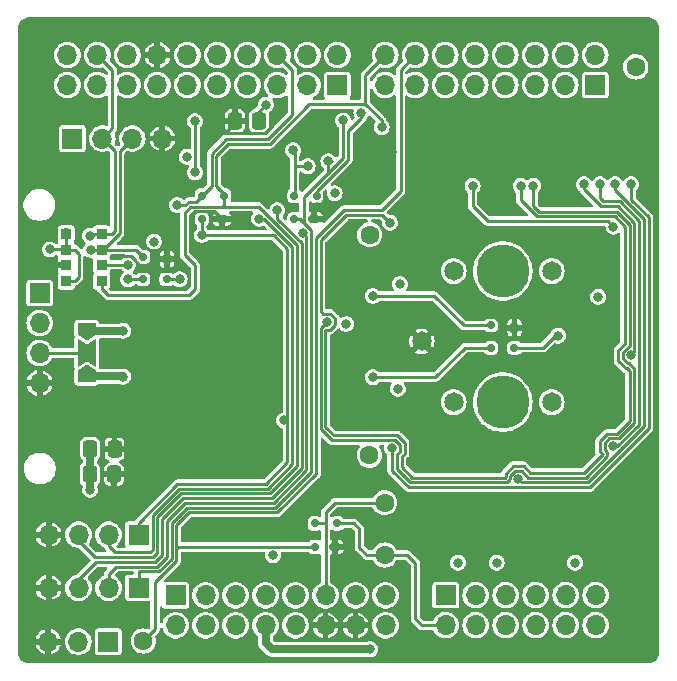
<source format=gbr>
%TF.GenerationSoftware,KiCad,Pcbnew,8.0.1*%
%TF.CreationDate,2024-05-22T13:21:10+02:00*%
%TF.ProjectId,FRDM-MCXx_Shield,4652444d-2d4d-4435-9878-5f536869656c,V2.0*%
%TF.SameCoordinates,Original*%
%TF.FileFunction,Copper,L4,Bot*%
%TF.FilePolarity,Positive*%
%FSLAX46Y46*%
G04 Gerber Fmt 4.6, Leading zero omitted, Abs format (unit mm)*
G04 Created by KiCad (PCBNEW 8.0.1) date 2024-05-22 13:21:10*
%MOMM*%
%LPD*%
G01*
G04 APERTURE LIST*
G04 Aperture macros list*
%AMRoundRect*
0 Rectangle with rounded corners*
0 $1 Rounding radius*
0 $2 $3 $4 $5 $6 $7 $8 $9 X,Y pos of 4 corners*
0 Add a 4 corners polygon primitive as box body*
4,1,4,$2,$3,$4,$5,$6,$7,$8,$9,$2,$3,0*
0 Add four circle primitives for the rounded corners*
1,1,$1+$1,$2,$3*
1,1,$1+$1,$4,$5*
1,1,$1+$1,$6,$7*
1,1,$1+$1,$8,$9*
0 Add four rect primitives between the rounded corners*
20,1,$1+$1,$2,$3,$4,$5,0*
20,1,$1+$1,$4,$5,$6,$7,0*
20,1,$1+$1,$6,$7,$8,$9,0*
20,1,$1+$1,$8,$9,$2,$3,0*%
%AMFreePoly0*
4,1,6,1.000000,0.000000,0.500000,-0.750000,-0.500000,-0.750000,-0.500000,0.750000,0.500000,0.750000,1.000000,0.000000,1.000000,0.000000,$1*%
%AMFreePoly1*
4,1,7,0.700000,0.000000,1.200000,-0.750000,-1.200000,-0.750000,-0.700000,0.000000,-1.200000,0.750000,1.200000,0.750000,0.700000,0.000000,0.700000,0.000000,$1*%
G04 Aperture macros list end*
%TA.AperFunction,ComponentPad*%
%ADD10R,1.700000X1.700000*%
%TD*%
%TA.AperFunction,ComponentPad*%
%ADD11O,1.700000X1.700000*%
%TD*%
%TA.AperFunction,ComponentPad*%
%ADD12C,1.600000*%
%TD*%
%TA.AperFunction,ComponentPad*%
%ADD13C,1.650000*%
%TD*%
%TA.AperFunction,ComponentPad*%
%ADD14C,4.500000*%
%TD*%
%TA.AperFunction,SMDPad,CuDef*%
%ADD15RoundRect,0.175000X0.325000X-0.175000X0.325000X0.175000X-0.325000X0.175000X-0.325000X-0.175000X0*%
%TD*%
%TA.AperFunction,SMDPad,CuDef*%
%ADD16RoundRect,0.150000X0.150000X-0.200000X0.150000X0.200000X-0.150000X0.200000X-0.150000X-0.200000X0*%
%TD*%
%TA.AperFunction,SMDPad,CuDef*%
%ADD17RoundRect,0.175000X0.175000X0.325000X-0.175000X0.325000X-0.175000X-0.325000X0.175000X-0.325000X0*%
%TD*%
%TA.AperFunction,SMDPad,CuDef*%
%ADD18RoundRect,0.150000X0.200000X0.150000X-0.200000X0.150000X-0.200000X-0.150000X0.200000X-0.150000X0*%
%TD*%
%TA.AperFunction,SMDPad,CuDef*%
%ADD19FreePoly0,270.000000*%
%TD*%
%TA.AperFunction,SMDPad,CuDef*%
%ADD20FreePoly1,270.000000*%
%TD*%
%TA.AperFunction,SMDPad,CuDef*%
%ADD21FreePoly0,90.000000*%
%TD*%
%TA.AperFunction,SMDPad,CuDef*%
%ADD22R,0.900000X0.900000*%
%TD*%
%TA.AperFunction,SMDPad,CuDef*%
%ADD23RoundRect,0.250000X0.337500X0.475000X-0.337500X0.475000X-0.337500X-0.475000X0.337500X-0.475000X0*%
%TD*%
%TA.AperFunction,ViaPad*%
%ADD24C,0.800000*%
%TD*%
%TA.AperFunction,Conductor*%
%ADD25C,0.250000*%
%TD*%
%TA.AperFunction,Conductor*%
%ADD26C,0.700000*%
%TD*%
G04 APERTURE END LIST*
D10*
%TO.P,J5,1,Pin_1*%
%TO.N,/SDA*%
X129320000Y-87240000D03*
D11*
%TO.P,J5,2,Pin_2*%
%TO.N,/SCL*%
X129320000Y-89780000D03*
%TO.P,J5,3,Pin_3*%
%TO.N,Net-(J5-Pin_3)*%
X129320000Y-92320000D03*
%TO.P,J5,4,Pin_4*%
%TO.N,GND*%
X129320000Y-94860000D03*
%TD*%
D12*
%TO.P,TP5,1,1*%
%TO.N,/LED_NEOPIXEL*%
X158530000Y-104990000D03*
%TD*%
%TO.P,TP2,1,1*%
%TO.N,/ENC_A*%
X157250000Y-100960000D03*
%TD*%
%TO.P,TP3,1,1*%
%TO.N,/ENC_B*%
X157260000Y-82300000D03*
%TD*%
D10*
%TO.P,J6,1,Pin_1*%
%TO.N,/~{EEPROM_CS}*%
X137700000Y-107700000D03*
D11*
%TO.P,J6,2,Pin_2*%
%TO.N,/~{SHIFTREG_CS}*%
X135160000Y-107700000D03*
%TO.P,J6,3,Pin_3*%
%TO.N,/~{SHIFTREG_RST}*%
X132620000Y-107700000D03*
%TO.P,J6,4,Pin_4*%
%TO.N,GND*%
X130080000Y-107700000D03*
%TD*%
D10*
%TO.P,J7,1,Pin_1*%
%TO.N,/SPI_MOSI*%
X137700000Y-112200000D03*
D11*
%TO.P,J7,2,Pin_2*%
%TO.N,/SPI_CLK*%
X135160000Y-112200000D03*
%TO.P,J7,3,Pin_3*%
%TO.N,/SPI_MISO*%
X132620000Y-112200000D03*
%TO.P,J7,4,Pin_4*%
%TO.N,GND*%
X130080000Y-112200000D03*
%TD*%
D10*
%TO.P,M1,1,PWM*%
%TO.N,/SERVO_PWM*%
X135140000Y-116760000D03*
D11*
%TO.P,M1,2,+*%
%TO.N,+5V*%
X132600000Y-116760000D03*
%TO.P,M1,3,-*%
%TO.N,GND*%
X130060000Y-116760000D03*
%TD*%
D13*
%TO.P,SW1,1,A*%
%TO.N,/HMI/ENC_A_RAW*%
X164380000Y-96480000D03*
%TO.P,SW1,2,B*%
%TO.N,/HMI/ENC_B_RAW*%
X164380000Y-85380000D03*
%TO.P,SW1,3,C*%
%TO.N,+3.3V*%
X172680000Y-96480000D03*
%TO.P,SW1,4,D*%
%TO.N,/HMI/ENC_SW_RAW*%
X172680000Y-85380000D03*
%TO.P,SW1,5,E*%
%TO.N,GND*%
X161680000Y-91330000D03*
D14*
%TO.P,SW1,6*%
%TO.N,unconnected-(SW1-Pad6)*%
X168530000Y-96480000D03*
%TO.P,SW1,7*%
%TO.N,unconnected-(SW1-Pad7)*%
X168530000Y-85380000D03*
%TD*%
D12*
%TO.P,TP4,1,1*%
%TO.N,/SERVO_PWM*%
X138100000Y-116700000D03*
%TD*%
D10*
%TO.P,J8,1,Pin_1*%
%TO.N,+3.3V*%
X132100000Y-74160000D03*
D11*
%TO.P,J8,2,Pin_2*%
%TO.N,/SDA*%
X134640000Y-74160000D03*
%TO.P,J8,3,Pin_3*%
%TO.N,/SCL*%
X137180000Y-74160000D03*
%TO.P,J8,4,Pin_4*%
%TO.N,GND*%
X139720000Y-74160000D03*
%TD*%
D12*
%TO.P,TP1,1,1*%
%TO.N,/ENC_SW*%
X179800000Y-68100000D03*
%TD*%
%TO.P,TP6,1,1*%
%TO.N,/LM35_V_OUT*%
X158530000Y-109420000D03*
%TD*%
D15*
%TO.P,D9,1,A*%
%TO.N,GND*%
X144757500Y-81000000D03*
D16*
%TO.P,D9,2,K*%
%TO.N,/~{EEPROM_CS}*%
X143057500Y-81000000D03*
%TO.P,D9,3,K*%
%TO.N,/~{SHIFTREG_CS}*%
X143057500Y-79000000D03*
%TO.P,D9,4,K*%
%TO.N,/~{SHIFTREG_RST}*%
X144957500Y-79000000D03*
%TD*%
D10*
%TO.P,J3,1,Pin_1*%
%TO.N,unconnected-(J3-Pin_1-Pad1)*%
X154540000Y-69630000D03*
D11*
%TO.P,J3,2,Pin_2*%
%TO.N,unconnected-(J3-Pin_2-Pad2)*%
X154540000Y-67090000D03*
%TO.P,J3,3,Pin_3*%
%TO.N,unconnected-(J3-Pin_3-Pad3)*%
X152000000Y-69630000D03*
%TO.P,J3,4,Pin_4*%
%TO.N,unconnected-(J3-Pin_4-Pad4)*%
X152000000Y-67090000D03*
%TO.P,J3,5,Pin_5*%
%TO.N,unconnected-(J3-Pin_5-Pad5)*%
X149460000Y-69630000D03*
%TO.P,J3,6,Pin_6*%
%TO.N,/~{SHIFTREG_CS}*%
X149460000Y-67090000D03*
%TO.P,J3,7,Pin_7*%
%TO.N,unconnected-(J3-Pin_7-Pad7)*%
X146920000Y-69630000D03*
%TO.P,J3,8,Pin_8*%
%TO.N,/SPI_MOSI*%
X146920000Y-67090000D03*
%TO.P,J3,9,Pin_9*%
%TO.N,unconnected-(J3-Pin_9-Pad9)*%
X144380000Y-69630000D03*
%TO.P,J3,10,Pin_10*%
%TO.N,/SPI_MISO*%
X144380000Y-67090000D03*
%TO.P,J3,11,Pin_11*%
%TO.N,unconnected-(J3-Pin_11-Pad11)*%
X141840000Y-69630000D03*
%TO.P,J3,12,Pin_12*%
%TO.N,/SPI_CLK*%
X141840000Y-67090000D03*
%TO.P,J3,13,Pin_13*%
%TO.N,unconnected-(J3-Pin_13-Pad13)*%
X139300000Y-69630000D03*
%TO.P,J3,14,Pin_14*%
%TO.N,GND*%
X139300000Y-67090000D03*
%TO.P,J3,15,Pin_15*%
%TO.N,unconnected-(J3-Pin_15-Pad15)*%
X136760000Y-69630000D03*
%TO.P,J3,16,Pin_16*%
%TO.N,unconnected-(J3-Pin_16-Pad16)*%
X136760000Y-67090000D03*
%TO.P,J3,17,Pin_17*%
%TO.N,unconnected-(J3-Pin_17-Pad17)*%
X134220000Y-69630000D03*
%TO.P,J3,18,Pin_18*%
%TO.N,/SDA*%
X134220000Y-67090000D03*
%TO.P,J3,19,Pin_19*%
%TO.N,unconnected-(J3-Pin_19-Pad19)*%
X131680000Y-69630000D03*
%TO.P,J3,20,Pin_20*%
%TO.N,/SCL*%
X131680000Y-67090000D03*
%TD*%
D17*
%TO.P,D12,1,A*%
%TO.N,GND*%
X169530000Y-90180000D03*
D18*
%TO.P,D12,2,K*%
%TO.N,/ENC_SW*%
X169530000Y-91880000D03*
%TO.P,D12,3,K*%
%TO.N,/ENC_A*%
X167530000Y-91880000D03*
%TO.P,D12,4,K*%
%TO.N,/ENC_B*%
X167530000Y-89980000D03*
%TD*%
D17*
%TO.P,D11,1,A*%
%TO.N,GND*%
X140090000Y-84380000D03*
D18*
%TO.P,D11,2,K*%
%TO.N,/WRITE_PROT*%
X140090000Y-86080000D03*
%TO.P,D11,3,K*%
%TO.N,/SDA*%
X138090000Y-86080000D03*
%TO.P,D11,4,K*%
%TO.N,/SCL*%
X138090000Y-84180000D03*
%TD*%
D10*
%TO.P,J2,1,Pin_1*%
%TO.N,unconnected-(J2-Pin_1-Pad1)*%
X163700000Y-112830000D03*
D11*
%TO.P,J2,2,Pin_2*%
%TO.N,/LM35_V_OUT*%
X163700000Y-115370000D03*
%TO.P,J2,3,Pin_3*%
%TO.N,unconnected-(J2-Pin_3-Pad3)*%
X166240000Y-112830000D03*
%TO.P,J2,4,Pin_4*%
%TO.N,unconnected-(J2-Pin_4-Pad4)*%
X166240000Y-115370000D03*
%TO.P,J2,5,Pin_5*%
%TO.N,unconnected-(J2-Pin_5-Pad5)*%
X168780000Y-112830000D03*
%TO.P,J2,6,Pin_6*%
%TO.N,unconnected-(J2-Pin_6-Pad6)*%
X168780000Y-115370000D03*
%TO.P,J2,7,Pin_7*%
%TO.N,unconnected-(J2-Pin_7-Pad7)*%
X171320000Y-112830000D03*
%TO.P,J2,8,Pin_8*%
%TO.N,unconnected-(J2-Pin_8-Pad8)*%
X171320000Y-115370000D03*
%TO.P,J2,9,Pin_9*%
%TO.N,unconnected-(J2-Pin_9-Pad9)*%
X173860000Y-112830000D03*
%TO.P,J2,10,Pin_10*%
%TO.N,unconnected-(J2-Pin_10-Pad10)*%
X173860000Y-115370000D03*
%TO.P,J2,11,Pin_11*%
%TO.N,unconnected-(J2-Pin_11-Pad11)*%
X176400000Y-112830000D03*
%TO.P,J2,12,Pin_12*%
%TO.N,unconnected-(J2-Pin_12-Pad12)*%
X176400000Y-115370000D03*
%TD*%
D19*
%TO.P,JP1,1,A*%
%TO.N,+3.3V*%
X133300000Y-90300000D03*
D20*
%TO.P,JP1,2,C*%
%TO.N,Net-(J5-Pin_3)*%
X133300000Y-92300000D03*
D21*
%TO.P,JP1,3,B*%
%TO.N,+5V*%
X133300000Y-94300000D03*
%TD*%
D22*
%TO.P,RN1,1,R1.1*%
%TO.N,/SDA*%
X134570000Y-82230000D03*
%TO.P,RN1,2,R2.1*%
%TO.N,/SCL*%
X134570000Y-83570000D03*
%TO.P,RN1,3,R3.1*%
%TO.N,/~{SHIFTREG_CS}*%
X134570000Y-84890000D03*
%TO.P,RN1,4,R4.1*%
%TO.N,/~{SHIFTREG_RST}*%
X134570000Y-86230000D03*
%TO.P,RN1,5,R4.2*%
%TO.N,+3.3V*%
X131570000Y-86230000D03*
%TO.P,RN1,6,R3.2*%
%TO.N,GND*%
X131570000Y-84890000D03*
%TO.P,RN1,7,R2.2*%
%TO.N,+3.3V*%
X131570000Y-83570000D03*
%TO.P,RN1,8,R1.2*%
X131570000Y-82230000D03*
%TD*%
D10*
%TO.P,J4,1,Pin_1*%
%TO.N,/ENC_B*%
X140830000Y-112840000D03*
D11*
%TO.P,J4,2,Pin_2*%
%TO.N,unconnected-(J4-Pin_2-Pad2)*%
X140830000Y-115380000D03*
%TO.P,J4,3,Pin_3*%
%TO.N,/ENC_A*%
X143370000Y-112840000D03*
%TO.P,J4,4,Pin_4*%
%TO.N,+3.3V*%
X143370000Y-115380000D03*
%TO.P,J4,5,Pin_5*%
%TO.N,/~{EEPROM_CS}*%
X145910000Y-112840000D03*
%TO.P,J4,6,Pin_6*%
%TO.N,unconnected-(J4-Pin_6-Pad6)*%
X145910000Y-115380000D03*
%TO.P,J4,7,Pin_7*%
%TO.N,unconnected-(J4-Pin_7-Pad7)*%
X148450000Y-112840000D03*
%TO.P,J4,8,Pin_8*%
%TO.N,+3.3V*%
X148450000Y-115380000D03*
%TO.P,J4,9,Pin_9*%
%TO.N,unconnected-(J4-Pin_9-Pad9)*%
X150990000Y-112840000D03*
%TO.P,J4,10,Pin_10*%
%TO.N,+5V*%
X150990000Y-115380000D03*
%TO.P,J4,11,Pin_11*%
%TO.N,/LED_NEOPIXEL*%
X153530000Y-112840000D03*
%TO.P,J4,12,Pin_12*%
%TO.N,GND*%
X153530000Y-115380000D03*
%TO.P,J4,13,Pin_13*%
%TO.N,unconnected-(J4-Pin_13-Pad13)*%
X156070000Y-112840000D03*
%TO.P,J4,14,Pin_14*%
%TO.N,GND*%
X156070000Y-115380000D03*
%TO.P,J4,15,Pin_15*%
%TO.N,unconnected-(J4-Pin_15-Pad15)*%
X158610000Y-112840000D03*
%TO.P,J4,16,Pin_16*%
%TO.N,unconnected-(J4-Pin_16-Pad16)*%
X158610000Y-115380000D03*
%TD*%
D23*
%TO.P,C9,1*%
%TO.N,+3.3V*%
X147927500Y-72650000D03*
%TO.P,C9,2*%
%TO.N,GND*%
X145852500Y-72650000D03*
%TD*%
D15*
%TO.P,D10,1,A*%
%TO.N,GND*%
X152580000Y-80990000D03*
D16*
%TO.P,D10,2,K*%
%TO.N,/SPI_MOSI*%
X150880000Y-80990000D03*
%TO.P,D10,3,K*%
%TO.N,/SPI_CLK*%
X150880000Y-78990000D03*
%TO.P,D10,4,K*%
%TO.N,/SPI_MISO*%
X152780000Y-78990000D03*
%TD*%
D10*
%TO.P,J1,1,Pin_1*%
%TO.N,unconnected-(J1-Pin_1-Pad1)*%
X176380000Y-69620000D03*
D11*
%TO.P,J1,2,Pin_2*%
%TO.N,unconnected-(J1-Pin_2-Pad2)*%
X176380000Y-67080000D03*
%TO.P,J1,3,Pin_3*%
%TO.N,/ENC_SW*%
X173840000Y-69620000D03*
%TO.P,J1,4,Pin_4*%
%TO.N,unconnected-(J1-Pin_4-Pad4)*%
X173840000Y-67080000D03*
%TO.P,J1,5,Pin_5*%
%TO.N,unconnected-(J1-Pin_5-Pad5)*%
X171300000Y-69620000D03*
%TO.P,J1,6,Pin_6*%
%TO.N,unconnected-(J1-Pin_6-Pad6)*%
X171300000Y-67080000D03*
%TO.P,J1,7,Pin_7*%
%TO.N,unconnected-(J1-Pin_7-Pad7)*%
X168760000Y-69620000D03*
%TO.P,J1,8,Pin_8*%
%TO.N,unconnected-(J1-Pin_8-Pad8)*%
X168760000Y-67080000D03*
%TO.P,J1,9,Pin_9*%
%TO.N,unconnected-(J1-Pin_9-Pad9)*%
X166220000Y-69620000D03*
%TO.P,J1,10,Pin_10*%
%TO.N,/WRITE_PROT*%
X166220000Y-67080000D03*
%TO.P,J1,11,Pin_11*%
%TO.N,unconnected-(J1-Pin_11-Pad11)*%
X163680000Y-69620000D03*
%TO.P,J1,12,Pin_12*%
%TO.N,unconnected-(J1-Pin_12-Pad12)*%
X163680000Y-67080000D03*
%TO.P,J1,13,Pin_13*%
%TO.N,unconnected-(J1-Pin_13-Pad13)*%
X161140000Y-69620000D03*
%TO.P,J1,14,Pin_14*%
%TO.N,/SERVO_PWM*%
X161140000Y-67080000D03*
%TO.P,J1,15,Pin_15*%
%TO.N,unconnected-(J1-Pin_15-Pad15)*%
X158600000Y-69620000D03*
%TO.P,J1,16,Pin_16*%
%TO.N,/~{SHIFTREG_RST}*%
X158600000Y-67080000D03*
%TD*%
D15*
%TO.P,D13,1,A*%
%TO.N,GND*%
X154310000Y-108740000D03*
D16*
%TO.P,D13,2,K*%
%TO.N,/SERVO_PWM*%
X152610000Y-108740000D03*
%TO.P,D13,3,K*%
%TO.N,/LED_NEOPIXEL*%
X152610000Y-106740000D03*
%TO.P,D13,4,K*%
%TO.N,/LM35_V_OUT*%
X154510000Y-106740000D03*
%TD*%
D23*
%TO.P,C10,1*%
%TO.N,GND*%
X135637500Y-102600000D03*
%TO.P,C10,2*%
%TO.N,+5V*%
X133562500Y-102600000D03*
%TD*%
%TO.P,C11,1*%
%TO.N,GND*%
X135667500Y-100450000D03*
%TO.P,C11,2*%
%TO.N,+5V*%
X133592500Y-100450000D03*
%TD*%
D24*
%TO.N,GND*%
X146690000Y-81260000D03*
X146660000Y-75800000D03*
X149770000Y-71300000D03*
X172810000Y-75700000D03*
X159160000Y-75310000D03*
X152780000Y-79990000D03*
X155170000Y-87460000D03*
X155200000Y-94370000D03*
X152850000Y-72200000D03*
X155090000Y-77910000D03*
%TO.N,+3.3V*%
X149070000Y-109430000D03*
X136400000Y-90450000D03*
X154300000Y-78800000D03*
X148490000Y-71280000D03*
X164760000Y-110080000D03*
X176610000Y-87560000D03*
X168020000Y-110070000D03*
X157310000Y-117410000D03*
X159820000Y-86480000D03*
X159650000Y-95340000D03*
X130200000Y-83550000D03*
X174670000Y-110080000D03*
X139011290Y-82880000D03*
%TO.N,Net-(D1-A)*%
X171120000Y-78160000D03*
X153670000Y-89662000D03*
X155300000Y-89860000D03*
%TO.N,Net-(D2-A)*%
X159004000Y-81280000D03*
X170050000Y-78170000D03*
%TO.N,/ENC_B*%
X157540000Y-87490000D03*
%TO.N,/ENC_A*%
X157540000Y-94360000D03*
%TO.N,/ENC_SW*%
X173228000Y-90860000D03*
%TO.N,Net-(D4-A)*%
X177910000Y-81620000D03*
X165980000Y-78170000D03*
%TO.N,+5V*%
X136410000Y-94320000D03*
X133600000Y-103900000D03*
%TO.N,/SCL*%
X133640000Y-83600000D03*
%TO.N,/SDA*%
X133610000Y-82390000D03*
X136820000Y-86080000D03*
%TO.N,/~{EEPROM_CS}*%
X150035000Y-98025000D03*
X143057500Y-82327500D03*
X142460000Y-72690000D03*
X142480000Y-77020000D03*
%TO.N,/SPI_MISO*%
X156567710Y-71962306D03*
X149440000Y-80240000D03*
%TO.N,/SPI_MOSI*%
X155020000Y-72630000D03*
X153770000Y-76080000D03*
%TO.N,/SPI_CLK*%
X152020000Y-76500000D03*
X150785545Y-75155545D03*
X151595141Y-82144859D03*
%TO.N,Net-(D5-A)*%
X175400000Y-78030000D03*
X179410000Y-92530000D03*
%TO.N,/WRITE_PROT*%
X141170000Y-86070000D03*
X141775808Y-75713800D03*
%TO.N,Net-(D6-A)*%
X176750000Y-78040000D03*
X177840000Y-100230000D03*
%TO.N,Net-(D7-A)*%
X169850000Y-102970000D03*
X178050000Y-78030000D03*
%TO.N,Net-(D8-A)*%
X159170000Y-100370000D03*
X179410000Y-78030000D03*
%TO.N,/~{SHIFTREG_CS}*%
X136830000Y-84830000D03*
X147910000Y-80950000D03*
X140970000Y-79790000D03*
%TO.N,/~{SHIFTREG_RST}*%
X158280000Y-73200000D03*
%TD*%
D25*
%TO.N,GND*%
X144757500Y-81000000D02*
X144087500Y-80330000D01*
X137505000Y-84550405D02*
X137505000Y-84605000D01*
X145852500Y-72847500D02*
X145100000Y-73600000D01*
X138000000Y-85100000D02*
X138100000Y-85100000D01*
X145200000Y-73700000D02*
X148400000Y-73700000D01*
X145852500Y-72650000D02*
X145852500Y-72847500D01*
X136000000Y-84100000D02*
X137054595Y-84100000D01*
X149100000Y-73039390D02*
X149100000Y-73000000D01*
X137054595Y-84100000D02*
X137505000Y-84550405D01*
X148400000Y-73700000D02*
X148439390Y-73700000D01*
X131570000Y-84890000D02*
X130150000Y-84890000D01*
X145100000Y-73600000D02*
X145200000Y-73700000D01*
X144087500Y-80330000D02*
X142430000Y-80330000D01*
X137505000Y-84605000D02*
X138000000Y-85100000D01*
X130150000Y-84890000D02*
X129900000Y-85140000D01*
X148439390Y-73700000D02*
X149100000Y-73039390D01*
%TO.N,+3.3V*%
X148450000Y-71280000D02*
X147927500Y-71802500D01*
X132280000Y-86230000D02*
X132620000Y-85890000D01*
X130200000Y-83550000D02*
X131550000Y-83550000D01*
X132620000Y-83930000D02*
X132650000Y-83900000D01*
X131570000Y-86230000D02*
X132280000Y-86230000D01*
X147927500Y-71802500D02*
X147927500Y-72650000D01*
D26*
X133450000Y-90450000D02*
X133300000Y-90300000D01*
X136400000Y-90450000D02*
X133450000Y-90450000D01*
D25*
X131550000Y-83550000D02*
X131570000Y-83570000D01*
D26*
X157300000Y-117400000D02*
X148980000Y-117400000D01*
D25*
X132320000Y-83570000D02*
X131570000Y-83570000D01*
D26*
X148450000Y-116870000D02*
X148450000Y-115380000D01*
D25*
X148490000Y-71280000D02*
X148450000Y-71280000D01*
X132620000Y-85890000D02*
X132620000Y-83930000D01*
D26*
X157310000Y-117410000D02*
X157300000Y-117400000D01*
X131530000Y-82100000D02*
X131570000Y-82140000D01*
D25*
X132650000Y-83900000D02*
X132320000Y-83570000D01*
D26*
X148980000Y-117400000D02*
X148450000Y-116870000D01*
D25*
X131570000Y-82230000D02*
X131570000Y-83570000D01*
%TO.N,/LED_NEOPIXEL*%
X153530000Y-105770000D02*
X154310000Y-104990000D01*
X153530000Y-106670000D02*
X153530000Y-105770000D01*
X153530000Y-112840000D02*
X153530000Y-106670000D01*
X153460000Y-106740000D02*
X153530000Y-106670000D01*
X152610000Y-106740000D02*
X153460000Y-106740000D01*
X154310000Y-104990000D02*
X158530000Y-104990000D01*
%TO.N,Net-(D1-A)*%
X171120000Y-79876314D02*
X171598686Y-80355000D01*
X153110000Y-98754000D02*
X153110000Y-90222000D01*
X175598909Y-102860000D02*
X170694595Y-102860000D01*
X177391471Y-100736066D02*
X177391471Y-101067438D01*
X169175000Y-102975000D02*
X168890000Y-103260000D01*
X179130405Y-93205000D02*
X179240686Y-93205000D01*
X177165000Y-100509595D02*
X177391471Y-100736066D01*
X179686000Y-98207223D02*
X178338223Y-99555000D01*
X171120000Y-78160000D02*
X171120000Y-79876314D01*
X168890000Y-103260000D02*
X160721686Y-103260000D01*
X179240686Y-93205000D02*
X179686000Y-93650314D01*
X153110000Y-90222000D02*
X153670000Y-89662000D01*
X178735000Y-92809595D02*
X179130405Y-93205000D01*
X154051000Y-99695000D02*
X153110000Y-98754000D01*
X170694595Y-102860000D02*
X170129595Y-102295000D01*
X179686000Y-93650314D02*
X179686000Y-98207223D01*
X178338223Y-99555000D02*
X177560405Y-99555000D01*
X179286000Y-91699405D02*
X178735000Y-92250405D01*
X159570000Y-102108314D02*
X159570000Y-100924595D01*
X171598686Y-80355000D02*
X178167941Y-80355000D01*
X177560405Y-99555000D02*
X177165000Y-99950405D01*
X160721686Y-103260000D02*
X159570000Y-102108314D01*
X177165000Y-99950405D02*
X177165000Y-100509595D01*
X177391471Y-101067438D02*
X175598909Y-102860000D01*
X169570405Y-102295000D02*
X169175000Y-102690405D01*
X170129595Y-102295000D02*
X169570405Y-102295000D01*
X159449595Y-99695000D02*
X154051000Y-99695000D01*
X179286000Y-81473059D02*
X179286000Y-91699405D01*
X159845000Y-100649595D02*
X159845000Y-100090405D01*
X169175000Y-102690405D02*
X169175000Y-102975000D01*
X159845000Y-100090405D02*
X159449595Y-99695000D01*
X178735000Y-92250405D02*
X178735000Y-92809595D01*
X178167941Y-80355000D02*
X179286000Y-81473059D01*
X159570000Y-100924595D02*
X159845000Y-100649595D01*
%TO.N,Net-(D2-A)*%
X170295280Y-101895000D02*
X170860281Y-102460000D01*
X159970000Y-101090281D02*
X159970000Y-101942628D01*
X154216686Y-99295000D02*
X159615280Y-99295000D01*
X179286000Y-93816000D02*
X179075000Y-93605000D01*
X159004000Y-81280000D02*
X158327471Y-80603471D01*
X169404720Y-101895000D02*
X170295280Y-101895000D01*
X179075000Y-93605000D02*
X178964719Y-93605000D01*
X158327471Y-80603471D02*
X155279471Y-80603471D01*
X178964719Y-93605000D02*
X178335000Y-92975281D01*
X160887372Y-102860000D02*
X168724314Y-102860000D01*
X153510000Y-90387686D02*
X153510000Y-98588314D01*
X153510000Y-98588314D02*
X154216686Y-99295000D01*
X154345000Y-89941595D02*
X153949595Y-90337000D01*
X153949595Y-90337000D02*
X153560686Y-90337000D01*
X153349000Y-88987000D02*
X153949595Y-88987000D01*
X178335000Y-92975281D02*
X178335000Y-92084720D01*
X170050000Y-79372000D02*
X170050000Y-78170000D01*
X176765000Y-99784719D02*
X177394719Y-99155000D01*
X170860281Y-102460000D02*
X175433223Y-102460000D01*
X178886000Y-91533719D02*
X178886000Y-81638745D01*
X178172537Y-99155000D02*
X179286000Y-98041537D01*
X160245000Y-100815280D02*
X159970000Y-101090281D01*
X153110000Y-88748000D02*
X153349000Y-88987000D01*
X153949595Y-88987000D02*
X154345000Y-89382405D01*
X176765000Y-100675280D02*
X176765000Y-99784719D01*
X179286000Y-98041537D02*
X179286000Y-93816000D01*
X168724314Y-102860000D02*
X168775000Y-102809314D01*
X153560686Y-90337000D02*
X153510000Y-90387686D01*
X153110000Y-82772942D02*
X153110000Y-88748000D01*
X155279471Y-80603471D02*
X153110000Y-82772942D01*
X178335000Y-92084720D02*
X178886000Y-91533719D01*
X178886000Y-81638745D02*
X178002255Y-80755000D01*
X160245000Y-99924719D02*
X160245000Y-100815280D01*
X168775000Y-102524719D02*
X169404720Y-101895000D01*
X177394719Y-99155000D02*
X178172537Y-99155000D01*
X176991471Y-100901752D02*
X176765000Y-100675280D01*
X175433223Y-102460000D02*
X176991471Y-100901752D01*
X159615280Y-99295000D02*
X160245000Y-99924719D01*
X159970000Y-101942628D02*
X160887372Y-102860000D01*
X168775000Y-102809314D02*
X168775000Y-102524719D01*
X178002255Y-80755000D02*
X171433000Y-80755000D01*
X154345000Y-89382405D02*
X154345000Y-89941595D01*
X171433000Y-80755000D02*
X170050000Y-79372000D01*
%TO.N,/ENC_B*%
X162730000Y-87490000D02*
X165220000Y-89980000D01*
X157540000Y-87490000D02*
X162730000Y-87490000D01*
X165220000Y-89980000D02*
X167530000Y-89980000D01*
%TO.N,/ENC_A*%
X162840000Y-94360000D02*
X165320000Y-91880000D01*
X165320000Y-91880000D02*
X167530000Y-91880000D01*
X157540000Y-94360000D02*
X162840000Y-94360000D01*
%TO.N,/SERVO_PWM*%
X141980000Y-105820000D02*
X149459999Y-105820000D01*
X159880000Y-78626000D02*
X159880000Y-68340000D01*
X152710000Y-102570000D02*
X152710000Y-82607256D01*
X139100000Y-111700000D02*
X139100000Y-115700000D01*
X155113785Y-80203471D02*
X158302529Y-80203471D01*
X140900000Y-108900000D02*
X140900000Y-106900000D01*
X152610000Y-108740000D02*
X141060000Y-108740000D01*
X140900000Y-106900000D02*
X141980000Y-105820000D01*
X140900000Y-109900000D02*
X139100000Y-111700000D01*
X149459999Y-105820000D02*
X152710000Y-102570000D01*
X141060000Y-108740000D02*
X140900000Y-108900000D01*
X152710000Y-82607256D02*
X155113785Y-80203471D01*
X139100000Y-115700000D02*
X138100000Y-116700000D01*
X140900000Y-108900000D02*
X140900000Y-109900000D01*
X159880000Y-68340000D02*
X161140000Y-67080000D01*
X158302529Y-80203471D02*
X159880000Y-78626000D01*
%TO.N,/ENC_SW*%
X172930000Y-90860000D02*
X171910000Y-91880000D01*
X173228000Y-90860000D02*
X172930000Y-90860000D01*
X171910000Y-91880000D02*
X169530000Y-91880000D01*
%TO.N,Net-(D4-A)*%
X165980000Y-79874000D02*
X165980000Y-78170000D01*
X177910000Y-81620000D02*
X177445000Y-81155000D01*
X177445000Y-81155000D02*
X167261000Y-81155000D01*
X167261000Y-81155000D02*
X165980000Y-79874000D01*
D26*
%TO.N,+5V*%
X133592500Y-100450000D02*
X133592500Y-103892500D01*
X136390000Y-94300000D02*
X133300000Y-94300000D01*
X133592500Y-103892500D02*
X133600000Y-103900000D01*
X136410000Y-94320000D02*
X136390000Y-94300000D01*
D25*
%TO.N,/SCL*%
X135230000Y-83570000D02*
X137480000Y-83570000D01*
X134730000Y-83570000D02*
X134570000Y-83570000D01*
X137480000Y-83570000D02*
X138090000Y-84180000D01*
X133640000Y-83600000D02*
X134540000Y-83600000D01*
X135230000Y-83570000D02*
X134570000Y-83570000D01*
X136100000Y-82200000D02*
X134730000Y-83570000D01*
X136100000Y-75240000D02*
X136100000Y-82200000D01*
X134540000Y-83600000D02*
X134570000Y-83570000D01*
X137180000Y-74160000D02*
X136100000Y-75240000D01*
%TO.N,/SDA*%
X135490000Y-68360000D02*
X135490000Y-73310000D01*
X133610000Y-82390000D02*
X133790000Y-82210000D01*
X134220000Y-67090000D02*
X135490000Y-68360000D01*
X133790000Y-82210000D02*
X134550000Y-82210000D01*
X135470000Y-82230000D02*
X134570000Y-82230000D01*
X135700000Y-75200000D02*
X135700000Y-82000000D01*
X134640000Y-74160000D02*
X134660000Y-74160000D01*
X134660000Y-74160000D02*
X135700000Y-75200000D01*
X135490000Y-73310000D02*
X134640000Y-74160000D01*
X136820000Y-86080000D02*
X138090000Y-86080000D01*
X135700000Y-82000000D02*
X135470000Y-82230000D01*
%TO.N,/~{EEPROM_CS}*%
X150310000Y-97750000D02*
X150310000Y-101575884D01*
X142480000Y-77020000D02*
X142510000Y-76990000D01*
X142510000Y-72740000D02*
X142460000Y-72690000D01*
X143057500Y-82327500D02*
X143057500Y-81000000D01*
X149126128Y-82327500D02*
X143057500Y-82327500D01*
X150310000Y-101575884D02*
X148471570Y-103414314D01*
X150310000Y-97750000D02*
X150310000Y-83511372D01*
X137700000Y-106705886D02*
X137700000Y-107700000D01*
X148471570Y-103414314D02*
X140991572Y-103414314D01*
X142510000Y-76990000D02*
X142510000Y-72740000D01*
X140991572Y-103414314D02*
X137700000Y-106705886D01*
X150310000Y-83511372D02*
X149126128Y-82327500D01*
X150035000Y-98025000D02*
X150310000Y-97750000D01*
%TO.N,/SPI_MISO*%
X155435000Y-73545000D02*
X155435000Y-75945490D01*
X139102942Y-110000000D02*
X134100000Y-110000000D01*
X141482943Y-104620000D02*
X139700000Y-106402943D01*
X132620000Y-111480000D02*
X132620000Y-112200000D01*
X156567710Y-72412290D02*
X155435000Y-73545000D01*
X139700000Y-106402943D02*
X139700000Y-109402942D01*
X155435000Y-75945490D02*
X152790000Y-78590490D01*
X134100000Y-110000000D02*
X132620000Y-111480000D01*
X139700000Y-109402942D02*
X139102942Y-110000000D01*
X156567710Y-71962306D02*
X156567710Y-72412290D01*
X151510000Y-83014314D02*
X151510000Y-102072942D01*
X149440000Y-80240000D02*
X149440000Y-80944314D01*
X151510000Y-102072942D02*
X148962942Y-104620000D01*
X149440000Y-80944314D02*
X151510000Y-83014314D01*
X152790000Y-78590490D02*
X152790000Y-79090000D01*
X148962942Y-104620000D02*
X141482943Y-104620000D01*
%TO.N,/SPI_MOSI*%
X155035000Y-75779804D02*
X155035000Y-72645000D01*
X149294314Y-105420000D02*
X152310000Y-102404314D01*
X152310000Y-81905123D02*
X151394877Y-80990000D01*
X153717402Y-77097402D02*
X151712438Y-79102366D01*
X140500000Y-106734314D02*
X141814315Y-105420000D01*
X137700000Y-112200000D02*
X137700000Y-110800000D01*
X141814315Y-105420000D02*
X149294314Y-105420000D01*
X154939804Y-75875000D02*
X153717402Y-77097402D01*
X151712438Y-79102366D02*
X151712438Y-81307562D01*
X151394877Y-80990000D02*
X150880000Y-80990000D01*
X137700000Y-110800000D02*
X139434314Y-110800000D01*
X153770000Y-76080000D02*
X154045000Y-76080000D01*
X152310000Y-102404314D02*
X152310000Y-81905123D01*
X139434314Y-110800000D02*
X140500000Y-109734314D01*
X154939804Y-75875000D02*
X155035000Y-75779804D01*
X153770000Y-76080000D02*
X153770000Y-77044804D01*
X140500000Y-109734314D02*
X140500000Y-106734314D01*
X153770000Y-77044804D02*
X153717402Y-77097402D01*
X155035000Y-72645000D02*
X155020000Y-72630000D01*
%TO.N,/SPI_CLK*%
X135160000Y-111040000D02*
X135160000Y-112200000D01*
X139268628Y-110400000D02*
X135800000Y-110400000D01*
X140100000Y-109568628D02*
X139268628Y-110400000D01*
X151910000Y-82459718D02*
X151910000Y-102238628D01*
X151910000Y-102238628D02*
X149128628Y-105020000D01*
X135800000Y-110400000D02*
X135160000Y-111040000D01*
X141648629Y-105020000D02*
X140100000Y-106568628D01*
X149128628Y-105020000D02*
X141648629Y-105020000D01*
X151595141Y-82144859D02*
X151910000Y-82459718D01*
X150920000Y-75290000D02*
X150785545Y-75155545D01*
X140100000Y-106568628D02*
X140100000Y-109568628D01*
X150920000Y-76500000D02*
X150920000Y-75290000D01*
X152020000Y-76500000D02*
X150920000Y-76500000D01*
X150880000Y-78990000D02*
X150920000Y-78950000D01*
X150890000Y-79090000D02*
X150880000Y-79080000D01*
X150920000Y-78950000D02*
X150920000Y-76500000D01*
%TO.N,Net-(D5-A)*%
X179686000Y-81307373D02*
X178258627Y-79880000D01*
X178258627Y-79880000D02*
X176850314Y-79880000D01*
X179410000Y-92530000D02*
X179686000Y-92254000D01*
X176850314Y-79880000D02*
X175400000Y-78429686D01*
X175400000Y-78429686D02*
X175400000Y-78030000D01*
X179686000Y-92254000D02*
X179686000Y-81307373D01*
%TO.N,/WRITE_PROT*%
X140100000Y-86070000D02*
X140090000Y-86080000D01*
X141170000Y-86070000D02*
X140100000Y-86070000D01*
%TO.N,Net-(D6-A)*%
X178228909Y-100230000D02*
X177840000Y-100230000D01*
X176750000Y-78040000D02*
X176750000Y-79214000D01*
X177016000Y-79480000D02*
X178424313Y-79480000D01*
X180086000Y-81141687D02*
X180086000Y-98372909D01*
X180086000Y-98372909D02*
X178228909Y-100230000D01*
X178424313Y-79480000D02*
X180086000Y-81141687D01*
X176750000Y-79214000D02*
X177016000Y-79480000D01*
%TO.N,Net-(D7-A)*%
X180486000Y-80976001D02*
X178050000Y-78540001D01*
X169850000Y-102970000D02*
X170140000Y-103260000D01*
X170140000Y-103260000D02*
X175764595Y-103260000D01*
X175764595Y-103260000D02*
X180486000Y-98538595D01*
X178050000Y-78540001D02*
X178050000Y-78030000D01*
X180486000Y-98538595D02*
X180486000Y-80976001D01*
%TO.N,Net-(D8-A)*%
X175930281Y-103660000D02*
X160556000Y-103660000D01*
X159170000Y-102274000D02*
X159170000Y-100370000D01*
X179410000Y-79334315D02*
X180886000Y-80810315D01*
X179410000Y-78030000D02*
X179410000Y-79334315D01*
X180886000Y-80810315D02*
X180886000Y-98704281D01*
X160556000Y-103660000D02*
X159170000Y-102274000D01*
X180886000Y-98704281D02*
X175930281Y-103660000D01*
%TO.N,/~{SHIFTREG_CS}*%
X138900000Y-109000000D02*
X138700000Y-109200000D01*
X148637256Y-103814314D02*
X141157258Y-103814314D01*
X138900000Y-106071573D02*
X138900000Y-109000000D01*
X143880000Y-78190000D02*
X143880000Y-75440000D01*
X150710000Y-83345686D02*
X150710000Y-101741570D01*
X140970000Y-79790000D02*
X141669314Y-79790000D01*
X145100000Y-74220000D02*
X148634314Y-74220000D01*
X135160000Y-108660000D02*
X135160000Y-107700000D01*
X134630000Y-84830000D02*
X134570000Y-84890000D01*
X147910000Y-80950000D02*
X148314314Y-80950000D01*
X141669314Y-79790000D02*
X141929314Y-79530000D01*
X135700000Y-109200000D02*
X135160000Y-108660000D01*
X150710000Y-101741570D02*
X148637256Y-103814314D01*
X141929314Y-79530000D02*
X142527500Y-79530000D01*
X136830000Y-84830000D02*
X134630000Y-84830000D01*
X148314314Y-80950000D02*
X150710000Y-83345686D01*
X142937500Y-78880000D02*
X143057500Y-79000000D01*
X138700000Y-109200000D02*
X135700000Y-109200000D01*
X143070000Y-79000000D02*
X143880000Y-78190000D01*
X148634314Y-74220000D02*
X150720000Y-72134314D01*
X142527500Y-79530000D02*
X143057500Y-79000000D01*
X150720000Y-72134314D02*
X150720000Y-68350000D01*
X143880000Y-75440000D02*
X145100000Y-74220000D01*
X143057500Y-79000000D02*
X143070000Y-79000000D01*
X141157258Y-103814314D02*
X138900000Y-106071573D01*
X150720000Y-68350000D02*
X149460000Y-67090000D01*
%TO.N,/~{SHIFTREG_RST}*%
X147860000Y-79930000D02*
X151110000Y-83180000D01*
X141600000Y-84000000D02*
X142500000Y-84900000D01*
X144280000Y-75605686D02*
X145265686Y-74620000D01*
X156910000Y-68770000D02*
X158600000Y-67080000D01*
X148802942Y-104214314D02*
X141322944Y-104214314D01*
X144957500Y-79000000D02*
X144957500Y-78877500D01*
X144280000Y-78200000D02*
X144280000Y-75605686D01*
X142500000Y-84900000D02*
X142500000Y-86900000D01*
X151110000Y-101907256D02*
X148802942Y-104214314D01*
X134000000Y-109600000D02*
X132620000Y-108220000D01*
X141322944Y-104214314D02*
X139300000Y-106237258D01*
X144760000Y-79930000D02*
X142095000Y-79930000D01*
X151110000Y-83180000D02*
X151110000Y-101907256D01*
X144760000Y-79930000D02*
X147860000Y-79930000D01*
X144957500Y-78877500D02*
X144280000Y-78200000D01*
X139300000Y-106237258D02*
X139300000Y-109237256D01*
X144957500Y-79000000D02*
X144957500Y-79732500D01*
X135140000Y-87440000D02*
X134570000Y-86870000D01*
X141960000Y-87440000D02*
X135140000Y-87440000D01*
X156910000Y-71260000D02*
X156910000Y-68770000D01*
X142500000Y-86900000D02*
X141960000Y-87440000D01*
X144957500Y-79732500D02*
X144760000Y-79930000D01*
X152160000Y-71260000D02*
X156910000Y-71260000D01*
X145265686Y-74620000D02*
X148800000Y-74620000D01*
X158280000Y-73200000D02*
X158280000Y-72630000D01*
X142095000Y-79930000D02*
X141600000Y-80425000D01*
X158280000Y-72630000D02*
X156910000Y-71260000D01*
X141600000Y-80425000D02*
X141600000Y-84000000D01*
X138937256Y-109600000D02*
X134000000Y-109600000D01*
X139300000Y-109237256D02*
X138937256Y-109600000D01*
X132620000Y-108220000D02*
X132620000Y-107700000D01*
X134570000Y-86870000D02*
X134570000Y-86230000D01*
X148800000Y-74620000D02*
X152160000Y-71260000D01*
%TO.N,Net-(J5-Pin_3)*%
X129655000Y-92310000D02*
X133290000Y-92310000D01*
X133290000Y-92310000D02*
X133300000Y-92300000D01*
%TO.N,/LM35_V_OUT*%
X154510000Y-106740000D02*
X155940000Y-106740000D01*
X161670000Y-115370000D02*
X161130000Y-114830000D01*
X156400000Y-107200000D02*
X156400000Y-108800000D01*
X160430000Y-109420000D02*
X158530000Y-109420000D01*
X163700000Y-115370000D02*
X161670000Y-115370000D01*
X161130000Y-110120000D02*
X160430000Y-109420000D01*
X156400000Y-108800000D02*
X157020000Y-109420000D01*
X161130000Y-114830000D02*
X161130000Y-110120000D01*
X157020000Y-109420000D02*
X158530000Y-109420000D01*
X155940000Y-106740000D02*
X156400000Y-107200000D01*
%TD*%
%TA.AperFunction,Conductor*%
%TO.N,GND*%
G36*
X136598324Y-83985185D02*
G01*
X136644079Y-84037989D01*
X136654023Y-84107147D01*
X136624998Y-84170703D01*
X136588910Y-84199296D01*
X136558954Y-84215019D01*
X136446316Y-84274135D01*
X136324433Y-84382113D01*
X136319463Y-84387724D01*
X136318225Y-84386627D01*
X136270967Y-84424928D01*
X136223195Y-84434500D01*
X135396470Y-84434500D01*
X135329431Y-84414815D01*
X135283676Y-84362011D01*
X135274854Y-84334696D01*
X135274807Y-84334462D01*
X135274805Y-84334458D01*
X135274805Y-84334456D01*
X135251040Y-84298890D01*
X135230162Y-84232215D01*
X135248646Y-84164835D01*
X135251025Y-84161131D01*
X135274805Y-84125544D01*
X135278164Y-84108656D01*
X135286787Y-84065309D01*
X135319171Y-84003398D01*
X135379887Y-83968824D01*
X135408404Y-83965500D01*
X136531285Y-83965500D01*
X136598324Y-83985185D01*
G37*
%TD.AperFunction*%
%TA.AperFunction,Conductor*%
G36*
X144098635Y-80345185D02*
G01*
X144144390Y-80397989D01*
X144154334Y-80467147D01*
X144125309Y-80530703D01*
X144119277Y-80537181D01*
X144084386Y-80572071D01*
X144084383Y-80572076D01*
X144023262Y-80692031D01*
X144023260Y-80692036D01*
X144014080Y-80749999D01*
X144014080Y-80750000D01*
X145500920Y-80750000D01*
X145500919Y-80749999D01*
X145491739Y-80692036D01*
X145491737Y-80692031D01*
X145430616Y-80572076D01*
X145430613Y-80572071D01*
X145395723Y-80537181D01*
X145362238Y-80475858D01*
X145367222Y-80406166D01*
X145409094Y-80350233D01*
X145474558Y-80325816D01*
X145483404Y-80325500D01*
X147290080Y-80325500D01*
X147357119Y-80345185D01*
X147402874Y-80397989D01*
X147412818Y-80467147D01*
X147392130Y-80519940D01*
X147311942Y-80636112D01*
X147311941Y-80636113D01*
X147254202Y-80788356D01*
X147254201Y-80788361D01*
X147234575Y-80950000D01*
X147254201Y-81111638D01*
X147254202Y-81111643D01*
X147311941Y-81263886D01*
X147311942Y-81263887D01*
X147404404Y-81397843D01*
X147404437Y-81397890D01*
X147526315Y-81505864D01*
X147670491Y-81581533D01*
X147828587Y-81620500D01*
X147991413Y-81620500D01*
X148149509Y-81581533D01*
X148224157Y-81542354D01*
X148292664Y-81528629D01*
X148357718Y-81554122D01*
X148369463Y-81564470D01*
X148525312Y-81720319D01*
X148558797Y-81781642D01*
X148553813Y-81851334D01*
X148511941Y-81907267D01*
X148446477Y-81931684D01*
X148437631Y-81932000D01*
X143664305Y-81932000D01*
X143597266Y-81912315D01*
X143568679Y-81884654D01*
X143568037Y-81885224D01*
X143563062Y-81879609D01*
X143494773Y-81819110D01*
X143457646Y-81759921D01*
X143453000Y-81726295D01*
X143453000Y-81600540D01*
X143472685Y-81533501D01*
X143489314Y-81512863D01*
X143551933Y-81450245D01*
X143612405Y-81331562D01*
X143620572Y-81280000D01*
X143625323Y-81250000D01*
X144014080Y-81250000D01*
X144023260Y-81307963D01*
X144023262Y-81307968D01*
X144084383Y-81427923D01*
X144084386Y-81427928D01*
X144179571Y-81523113D01*
X144179576Y-81523116D01*
X144299534Y-81584239D01*
X144299533Y-81584239D01*
X144399043Y-81599999D01*
X144507499Y-81599999D01*
X144507500Y-81599998D01*
X144507500Y-81250000D01*
X145007500Y-81250000D01*
X145007500Y-81599999D01*
X145115949Y-81599999D01*
X145215467Y-81584237D01*
X145335423Y-81523116D01*
X145335428Y-81523113D01*
X145430613Y-81427928D01*
X145430616Y-81427923D01*
X145491737Y-81307968D01*
X145491739Y-81307963D01*
X145500919Y-81250000D01*
X145007500Y-81250000D01*
X144507500Y-81250000D01*
X144014080Y-81250000D01*
X143625323Y-81250000D01*
X143628000Y-81233097D01*
X143627999Y-80766904D01*
X143612405Y-80668438D01*
X143551933Y-80549755D01*
X143551929Y-80549751D01*
X143551928Y-80549749D01*
X143539360Y-80537181D01*
X143505875Y-80475858D01*
X143510859Y-80406166D01*
X143552731Y-80350233D01*
X143618195Y-80325816D01*
X143627041Y-80325500D01*
X144031596Y-80325500D01*
X144098635Y-80345185D01*
G37*
%TD.AperFunction*%
%TA.AperFunction,Conductor*%
G36*
X157510703Y-69959967D02*
G01*
X157548477Y-70018745D01*
X157548766Y-70019746D01*
X157550687Y-70026500D01*
X157550693Y-70026515D01*
X157643252Y-70212397D01*
X157768390Y-70378107D01*
X157768392Y-70378110D01*
X157921850Y-70518005D01*
X157921852Y-70518006D01*
X157921855Y-70518009D01*
X157986776Y-70558206D01*
X158098407Y-70627325D01*
X158098409Y-70627326D01*
X158098411Y-70627327D01*
X158292047Y-70702342D01*
X158496170Y-70740500D01*
X158496172Y-70740500D01*
X158703828Y-70740500D01*
X158703830Y-70740500D01*
X158907953Y-70702342D01*
X159101589Y-70627327D01*
X159278145Y-70518009D01*
X159278154Y-70518000D01*
X159282724Y-70514551D01*
X159283679Y-70515816D01*
X159339748Y-70488473D01*
X159409136Y-70496660D01*
X159463083Y-70541062D01*
X159484460Y-70607581D01*
X159484500Y-70610724D01*
X159484500Y-78410817D01*
X159464815Y-78477856D01*
X159448181Y-78498498D01*
X158175027Y-79771652D01*
X158113704Y-79805137D01*
X158087346Y-79807971D01*
X155061716Y-79807971D01*
X154961125Y-79834923D01*
X154937531Y-79848547D01*
X154937529Y-79848548D01*
X154870945Y-79886990D01*
X154870939Y-79886994D01*
X153507875Y-81250058D01*
X153446552Y-81283543D01*
X153376860Y-81278559D01*
X153325904Y-81242909D01*
X153323419Y-81240000D01*
X152454000Y-81240000D01*
X152386961Y-81220315D01*
X152341206Y-81167511D01*
X152330000Y-81116000D01*
X152330000Y-80390000D01*
X152830000Y-80390000D01*
X152830000Y-80740000D01*
X153323420Y-80740000D01*
X153323419Y-80739999D01*
X153314239Y-80682036D01*
X153314237Y-80682031D01*
X153253116Y-80562076D01*
X153253113Y-80562071D01*
X153157928Y-80466886D01*
X153157923Y-80466883D01*
X153037965Y-80405760D01*
X153037966Y-80405760D01*
X152938456Y-80390000D01*
X152830000Y-80390000D01*
X152330000Y-80390000D01*
X152231938Y-80390000D01*
X152164899Y-80370315D01*
X152119144Y-80317511D01*
X152107938Y-80266000D01*
X152107938Y-79561979D01*
X152127623Y-79494940D01*
X152180427Y-79449185D01*
X152249585Y-79439241D01*
X152313141Y-79468266D01*
X152319619Y-79474298D01*
X152379749Y-79534428D01*
X152379753Y-79534431D01*
X152379755Y-79534433D01*
X152498438Y-79594905D01*
X152498439Y-79594905D01*
X152498441Y-79594906D01*
X152596897Y-79610499D01*
X152596903Y-79610500D01*
X152963096Y-79610499D01*
X153061562Y-79594905D01*
X153180245Y-79534433D01*
X153274433Y-79440245D01*
X153334905Y-79321562D01*
X153335164Y-79319931D01*
X153347111Y-79244497D01*
X153350500Y-79223097D01*
X153350499Y-78756904D01*
X153337468Y-78674623D01*
X153346424Y-78605333D01*
X153372258Y-78567551D01*
X153445148Y-78494661D01*
X153506469Y-78461178D01*
X153576161Y-78466162D01*
X153632094Y-78508034D01*
X153656511Y-78573498D01*
X153648771Y-78626311D01*
X153644202Y-78638358D01*
X153644201Y-78638361D01*
X153624575Y-78800000D01*
X153644201Y-78961638D01*
X153644202Y-78961643D01*
X153701941Y-79113886D01*
X153705816Y-79119500D01*
X153784942Y-79234135D01*
X153794437Y-79247890D01*
X153916315Y-79355864D01*
X154060491Y-79431533D01*
X154218587Y-79470500D01*
X154381413Y-79470500D01*
X154539509Y-79431533D01*
X154683685Y-79355864D01*
X154805563Y-79247890D01*
X154898059Y-79113886D01*
X154955798Y-78961640D01*
X154975425Y-78800000D01*
X154955798Y-78638360D01*
X154955797Y-78638358D01*
X154955797Y-78638356D01*
X154917884Y-78538388D01*
X154898059Y-78486114D01*
X154805563Y-78352110D01*
X154683685Y-78244136D01*
X154539509Y-78168467D01*
X154539508Y-78168466D01*
X154539507Y-78168466D01*
X154381413Y-78129500D01*
X154218587Y-78129500D01*
X154218585Y-78129500D01*
X154108645Y-78156597D01*
X154038843Y-78153527D01*
X153981781Y-78113207D01*
X153955576Y-78048438D01*
X153968549Y-77979783D01*
X153991287Y-77948522D01*
X155667633Y-76272177D01*
X155667638Y-76272173D01*
X155677841Y-76261969D01*
X155677843Y-76261969D01*
X155751479Y-76188333D01*
X155784319Y-76131452D01*
X155803548Y-76098148D01*
X155817024Y-76047853D01*
X155830500Y-75997559D01*
X155830500Y-73760182D01*
X155850185Y-73693143D01*
X155866815Y-73672505D01*
X156800343Y-72738976D01*
X156800348Y-72738973D01*
X156810551Y-72728769D01*
X156810553Y-72728769D01*
X156884189Y-72655133D01*
X156919577Y-72593839D01*
X156936258Y-72564948D01*
X156938333Y-72557202D01*
X156974695Y-72497541D01*
X156975828Y-72496524D01*
X157073273Y-72410196D01*
X157163374Y-72279661D01*
X157217653Y-72235674D01*
X157287101Y-72228014D01*
X157349667Y-72259117D01*
X157353102Y-72262423D01*
X157729276Y-72638597D01*
X157762761Y-72699920D01*
X157757777Y-72769612D01*
X157743646Y-72796717D01*
X157681941Y-72886113D01*
X157624202Y-73038356D01*
X157624201Y-73038361D01*
X157604575Y-73200000D01*
X157624201Y-73361638D01*
X157624202Y-73361643D01*
X157669919Y-73482187D01*
X157681941Y-73513886D01*
X157774437Y-73647890D01*
X157896315Y-73755864D01*
X158040491Y-73831533D01*
X158198587Y-73870500D01*
X158361413Y-73870500D01*
X158519509Y-73831533D01*
X158663685Y-73755864D01*
X158785563Y-73647890D01*
X158878059Y-73513886D01*
X158935636Y-73362067D01*
X158935797Y-73361643D01*
X158935798Y-73361638D01*
X158939475Y-73331356D01*
X158955425Y-73200000D01*
X158935798Y-73038360D01*
X158935797Y-73038358D01*
X158935797Y-73038356D01*
X158883325Y-72900000D01*
X158878059Y-72886114D01*
X158785563Y-72752110D01*
X158717273Y-72691610D01*
X158680147Y-72632420D01*
X158675501Y-72598795D01*
X158675501Y-72577934D01*
X158675501Y-72577932D01*
X158648548Y-72477342D01*
X158617474Y-72423521D01*
X158617474Y-72423520D01*
X158603894Y-72400000D01*
X158596479Y-72387157D01*
X158522843Y-72313521D01*
X158522842Y-72313520D01*
X158518512Y-72309190D01*
X158518501Y-72309180D01*
X157341819Y-71132498D01*
X157308334Y-71071175D01*
X157305500Y-71044817D01*
X157305500Y-70053680D01*
X157325185Y-69986641D01*
X157377989Y-69940886D01*
X157447147Y-69930942D01*
X157510703Y-69959967D01*
G37*
%TD.AperFunction*%
%TA.AperFunction,Conductor*%
G36*
X155856610Y-71675185D02*
G01*
X155902365Y-71727989D01*
X155912667Y-71794447D01*
X155892285Y-71962305D01*
X155911911Y-72123944D01*
X155911912Y-72123949D01*
X155969651Y-72276192D01*
X155969651Y-72276193D01*
X155982344Y-72294581D01*
X156004227Y-72360935D01*
X155986762Y-72428587D01*
X155967975Y-72452702D01*
X155885818Y-72534859D01*
X155824495Y-72568344D01*
X155754803Y-72563360D01*
X155698870Y-72521488D01*
X155680209Y-72474997D01*
X155677593Y-72475643D01*
X155675797Y-72468356D01*
X155640814Y-72376114D01*
X155618059Y-72316114D01*
X155525563Y-72182110D01*
X155403685Y-72074136D01*
X155259509Y-71998467D01*
X155259508Y-71998466D01*
X155259507Y-71998466D01*
X155101413Y-71959500D01*
X154938587Y-71959500D01*
X154780492Y-71998466D01*
X154636316Y-72074135D01*
X154514436Y-72182110D01*
X154421942Y-72316112D01*
X154421941Y-72316113D01*
X154364202Y-72468356D01*
X154364201Y-72468361D01*
X154344575Y-72630000D01*
X154364201Y-72791638D01*
X154364202Y-72791643D01*
X154400031Y-72886114D01*
X154421941Y-72943886D01*
X154514437Y-73077890D01*
X154597728Y-73151679D01*
X154634853Y-73210866D01*
X154639500Y-73244493D01*
X154639500Y-75564620D01*
X154619815Y-75631659D01*
X154603185Y-75652296D01*
X154544073Y-75711409D01*
X154522807Y-75732675D01*
X154461483Y-75766159D01*
X154391792Y-75761174D01*
X154335858Y-75719303D01*
X154333089Y-75715451D01*
X154275563Y-75632110D01*
X154153685Y-75524136D01*
X154009509Y-75448467D01*
X154009508Y-75448466D01*
X154009507Y-75448466D01*
X153851413Y-75409500D01*
X153688587Y-75409500D01*
X153530492Y-75448466D01*
X153386316Y-75524135D01*
X153264436Y-75632110D01*
X153171942Y-75766112D01*
X153171941Y-75766113D01*
X153114202Y-75918356D01*
X153114201Y-75918361D01*
X153094575Y-76080000D01*
X153114201Y-76241638D01*
X153114202Y-76241643D01*
X153171941Y-76393886D01*
X153171942Y-76393887D01*
X153264437Y-76527891D01*
X153332726Y-76588388D01*
X153369853Y-76647577D01*
X153374500Y-76681204D01*
X153374500Y-76829620D01*
X153354815Y-76896659D01*
X153338181Y-76917301D01*
X151610316Y-78645165D01*
X151548993Y-78678650D01*
X151479301Y-78673666D01*
X151423368Y-78631794D01*
X151412150Y-78613779D01*
X151409150Y-78607891D01*
X151374433Y-78539755D01*
X151374431Y-78539753D01*
X151374428Y-78539749D01*
X151351819Y-78517140D01*
X151318334Y-78455817D01*
X151315500Y-78429459D01*
X151315500Y-77047163D01*
X151335185Y-76980124D01*
X151387989Y-76934369D01*
X151457147Y-76924425D01*
X151520703Y-76953450D01*
X151521727Y-76954348D01*
X151636313Y-77055863D01*
X151636315Y-77055864D01*
X151780491Y-77131533D01*
X151938587Y-77170500D01*
X152101413Y-77170500D01*
X152259509Y-77131533D01*
X152403685Y-77055864D01*
X152525563Y-76947890D01*
X152618059Y-76813886D01*
X152675798Y-76661640D01*
X152695425Y-76500000D01*
X152675798Y-76338360D01*
X152675797Y-76338358D01*
X152675797Y-76338356D01*
X152639116Y-76241638D01*
X152618059Y-76186114D01*
X152525563Y-76052110D01*
X152403685Y-75944136D01*
X152259509Y-75868467D01*
X152259508Y-75868466D01*
X152259507Y-75868466D01*
X152101413Y-75829500D01*
X151938587Y-75829500D01*
X151780492Y-75868466D01*
X151636316Y-75944135D01*
X151636315Y-75944136D01*
X151576012Y-75997560D01*
X151521727Y-76045652D01*
X151458494Y-76075373D01*
X151389230Y-76066189D01*
X151335927Y-76021017D01*
X151315507Y-75954198D01*
X151315500Y-75952836D01*
X151315500Y-75606736D01*
X151335185Y-75539697D01*
X151337428Y-75536327D01*
X151383604Y-75469431D01*
X151441343Y-75317185D01*
X151460970Y-75155545D01*
X151441343Y-74993905D01*
X151441342Y-74993903D01*
X151441342Y-74993901D01*
X151391638Y-74862843D01*
X151383604Y-74841659D01*
X151291108Y-74707655D01*
X151169230Y-74599681D01*
X151025054Y-74524012D01*
X151025053Y-74524011D01*
X151025052Y-74524011D01*
X150866958Y-74485045D01*
X150704132Y-74485045D01*
X150546037Y-74524011D01*
X150401861Y-74599680D01*
X150279981Y-74707655D01*
X150187487Y-74841657D01*
X150187486Y-74841658D01*
X150129747Y-74993901D01*
X150129746Y-74993906D01*
X150110120Y-75155545D01*
X150129746Y-75317183D01*
X150129747Y-75317188D01*
X150187486Y-75469431D01*
X150187487Y-75469432D01*
X150244589Y-75552160D01*
X150279982Y-75603435D01*
X150401860Y-75711409D01*
X150458124Y-75740938D01*
X150508337Y-75789522D01*
X150524500Y-75850735D01*
X150524500Y-78349876D01*
X150504815Y-78416915D01*
X150485431Y-78437442D01*
X150486655Y-78438666D01*
X150385571Y-78539749D01*
X150385568Y-78539753D01*
X150325093Y-78658441D01*
X150309500Y-78756897D01*
X150309500Y-79223095D01*
X150325095Y-79321563D01*
X150341727Y-79354205D01*
X150385567Y-79440245D01*
X150385569Y-79440247D01*
X150385571Y-79440250D01*
X150479749Y-79534428D01*
X150479753Y-79534431D01*
X150479755Y-79534433D01*
X150598438Y-79594905D01*
X150598439Y-79594905D01*
X150598441Y-79594906D01*
X150696897Y-79610499D01*
X150696903Y-79610500D01*
X151063096Y-79610499D01*
X151161562Y-79594905D01*
X151161563Y-79594904D01*
X151171200Y-79593378D01*
X151171721Y-79596673D01*
X151224444Y-79595160D01*
X151284282Y-79631233D01*
X151315119Y-79693929D01*
X151316938Y-79715091D01*
X151316938Y-80264908D01*
X151297253Y-80331947D01*
X151244449Y-80377702D01*
X151175291Y-80387646D01*
X151170201Y-80386462D01*
X151063102Y-80369500D01*
X150696904Y-80369500D01*
X150598436Y-80385095D01*
X150518316Y-80425919D01*
X150479755Y-80445567D01*
X150479754Y-80445568D01*
X150479749Y-80445571D01*
X150385571Y-80539749D01*
X150385568Y-80539753D01*
X150325093Y-80658441D01*
X150309500Y-80756897D01*
X150309500Y-80955131D01*
X150289815Y-81022170D01*
X150237011Y-81067925D01*
X150167853Y-81077869D01*
X150104297Y-81048844D01*
X150097819Y-81042812D01*
X149931245Y-80876238D01*
X149897760Y-80814915D01*
X149902744Y-80745223D01*
X149936701Y-80695740D01*
X149945563Y-80687890D01*
X150038059Y-80553886D01*
X150094082Y-80406166D01*
X150095797Y-80401643D01*
X150095798Y-80401638D01*
X150096241Y-80397989D01*
X150115425Y-80240000D01*
X150095798Y-80078360D01*
X150095797Y-80078358D01*
X150095797Y-80078356D01*
X150069560Y-80009176D01*
X150038059Y-79926114D01*
X149945563Y-79792110D01*
X149823685Y-79684136D01*
X149679509Y-79608467D01*
X149679508Y-79608466D01*
X149679507Y-79608466D01*
X149521413Y-79569500D01*
X149358587Y-79569500D01*
X149200492Y-79608466D01*
X149056316Y-79684135D01*
X148934436Y-79792110D01*
X148841942Y-79926112D01*
X148841941Y-79926113D01*
X148792674Y-80056020D01*
X148750496Y-80111723D01*
X148684898Y-80135780D01*
X148616708Y-80120553D01*
X148589051Y-80099730D01*
X148183549Y-79694228D01*
X148183547Y-79694225D01*
X148102845Y-79613523D01*
X148102843Y-79613521D01*
X148048365Y-79582068D01*
X148048365Y-79582067D01*
X148048363Y-79582067D01*
X148012659Y-79561452D01*
X147959307Y-79547157D01*
X147912069Y-79534500D01*
X147912068Y-79534500D01*
X145611352Y-79534500D01*
X145544313Y-79514815D01*
X145498558Y-79462011D01*
X145488614Y-79392853D01*
X145500865Y-79354209D01*
X145512405Y-79331562D01*
X145513990Y-79321558D01*
X145527835Y-79234136D01*
X145528000Y-79233097D01*
X145527999Y-78766904D01*
X145512405Y-78668438D01*
X145451933Y-78549755D01*
X145451929Y-78549751D01*
X145451928Y-78549749D01*
X145357750Y-78455571D01*
X145357746Y-78455568D01*
X145357745Y-78455567D01*
X145239062Y-78395095D01*
X145239061Y-78395094D01*
X145239058Y-78395093D01*
X145140602Y-78379500D01*
X145140597Y-78379500D01*
X145070183Y-78379500D01*
X145003144Y-78359815D01*
X144982502Y-78343181D01*
X144711819Y-78072498D01*
X144678334Y-78011175D01*
X144675500Y-77984817D01*
X144675500Y-75820869D01*
X144695185Y-75753830D01*
X144711819Y-75733188D01*
X145393188Y-75051819D01*
X145454511Y-75018334D01*
X145480869Y-75015500D01*
X148852066Y-75015500D01*
X148852069Y-75015500D01*
X148952658Y-74988548D01*
X149007028Y-74957157D01*
X149042843Y-74936479D01*
X149116479Y-74862843D01*
X149116479Y-74862841D01*
X149126683Y-74852638D01*
X149126686Y-74852633D01*
X152287502Y-71691819D01*
X152348825Y-71658334D01*
X152375183Y-71655500D01*
X155789571Y-71655500D01*
X155856610Y-71675185D01*
G37*
%TD.AperFunction*%
%TA.AperFunction,Conductor*%
G36*
X150269283Y-70532071D02*
G01*
X150314144Y-70585636D01*
X150324500Y-70635245D01*
X150324500Y-71919130D01*
X150304815Y-71986169D01*
X150288181Y-72006811D01*
X148992137Y-73302855D01*
X148930814Y-73336340D01*
X148861122Y-73331356D01*
X148805189Y-73289484D01*
X148780772Y-73224020D01*
X148781339Y-73200397D01*
X148785500Y-73165754D01*
X148785500Y-72134246D01*
X148775456Y-72050605D01*
X148762974Y-72018955D01*
X148756693Y-71949371D01*
X148789029Y-71887434D01*
X148820699Y-71863672D01*
X148873685Y-71835864D01*
X148995563Y-71727890D01*
X149088059Y-71593886D01*
X149145798Y-71441640D01*
X149165425Y-71280000D01*
X149145798Y-71118360D01*
X149145797Y-71118358D01*
X149145797Y-71118356D01*
X149117907Y-71044817D01*
X149088059Y-70966114D01*
X149048379Y-70908627D01*
X149026496Y-70842272D01*
X149043962Y-70774621D01*
X149095230Y-70727151D01*
X149164023Y-70714934D01*
X149173187Y-70716293D01*
X149356170Y-70750500D01*
X149356173Y-70750500D01*
X149563828Y-70750500D01*
X149563830Y-70750500D01*
X149767953Y-70712342D01*
X149961589Y-70637327D01*
X150135223Y-70529817D01*
X150202583Y-70511263D01*
X150269283Y-70532071D01*
G37*
%TD.AperFunction*%
%TA.AperFunction,Conductor*%
G36*
X180801509Y-63890037D02*
G01*
X180807232Y-63890177D01*
X180887583Y-63892145D01*
X180908728Y-63894490D01*
X181079013Y-63928362D01*
X181102261Y-63935413D01*
X181261257Y-64001272D01*
X181282692Y-64012730D01*
X181425775Y-64108335D01*
X181444565Y-64123756D01*
X181566243Y-64245434D01*
X181581664Y-64264224D01*
X181677269Y-64407307D01*
X181688728Y-64428745D01*
X181754583Y-64587731D01*
X181761639Y-64610993D01*
X181795508Y-64781266D01*
X181797854Y-64802419D01*
X181799963Y-64888488D01*
X181800000Y-64891526D01*
X181800000Y-117588473D01*
X181799963Y-117591511D01*
X181797854Y-117677580D01*
X181795508Y-117698733D01*
X181761639Y-117869006D01*
X181754583Y-117892268D01*
X181688728Y-118051254D01*
X181677269Y-118072692D01*
X181581664Y-118215775D01*
X181566243Y-118234565D01*
X181444565Y-118356243D01*
X181425775Y-118371664D01*
X181282692Y-118467269D01*
X181261254Y-118478728D01*
X181102268Y-118544583D01*
X181079006Y-118551639D01*
X180908733Y-118585508D01*
X180887580Y-118587854D01*
X180804250Y-118589895D01*
X180801509Y-118589963D01*
X180798473Y-118590000D01*
X128461527Y-118590000D01*
X128458490Y-118589963D01*
X128372420Y-118587854D01*
X128351266Y-118585508D01*
X128180993Y-118551639D01*
X128157731Y-118544583D01*
X127998745Y-118478728D01*
X127977307Y-118467269D01*
X127834224Y-118371664D01*
X127815434Y-118356243D01*
X127693756Y-118234565D01*
X127678335Y-118215775D01*
X127582730Y-118072692D01*
X127571271Y-118051254D01*
X127505413Y-117892261D01*
X127498362Y-117869013D01*
X127464490Y-117698728D01*
X127462145Y-117677583D01*
X127460037Y-117591509D01*
X127460000Y-117588473D01*
X127460000Y-116509999D01*
X128987471Y-116509999D01*
X128987472Y-116510000D01*
X129626988Y-116510000D01*
X129594075Y-116567007D01*
X129560000Y-116694174D01*
X129560000Y-116825826D01*
X129594075Y-116952993D01*
X129626988Y-117010000D01*
X128987472Y-117010000D01*
X129029885Y-117159065D01*
X129029890Y-117159078D01*
X129120754Y-117341556D01*
X129243608Y-117504242D01*
X129394260Y-117641578D01*
X129567584Y-117748897D01*
X129757678Y-117822539D01*
X129810000Y-117832320D01*
X129810000Y-117193012D01*
X129867007Y-117225925D01*
X129994174Y-117260000D01*
X130125826Y-117260000D01*
X130252993Y-117225925D01*
X130310000Y-117193012D01*
X130310000Y-117832320D01*
X130362321Y-117822539D01*
X130552415Y-117748897D01*
X130725739Y-117641578D01*
X130876391Y-117504242D01*
X130999245Y-117341556D01*
X131090109Y-117159078D01*
X131090114Y-117159065D01*
X131132528Y-117010000D01*
X130493012Y-117010000D01*
X130525925Y-116952993D01*
X130560000Y-116825826D01*
X130560000Y-116760000D01*
X131474700Y-116760000D01*
X131493859Y-116966772D01*
X131550688Y-117166502D01*
X131550693Y-117166515D01*
X131643252Y-117352397D01*
X131768390Y-117518107D01*
X131768392Y-117518110D01*
X131921850Y-117658005D01*
X131921852Y-117658006D01*
X131921855Y-117658009D01*
X131987619Y-117698728D01*
X132098407Y-117767325D01*
X132098409Y-117767326D01*
X132098411Y-117767327D01*
X132292047Y-117842342D01*
X132496170Y-117880500D01*
X132496172Y-117880500D01*
X132703828Y-117880500D01*
X132703830Y-117880500D01*
X132907953Y-117842342D01*
X133101589Y-117767327D01*
X133278145Y-117658009D01*
X133301581Y-117636644D01*
X134019500Y-117636644D01*
X134035193Y-117715539D01*
X134035194Y-117715542D01*
X134035195Y-117715544D01*
X134040770Y-117723887D01*
X134094980Y-117805019D01*
X134121201Y-117822539D01*
X134184456Y-117864805D01*
X134184459Y-117864805D01*
X134184460Y-117864806D01*
X134263355Y-117880499D01*
X134263358Y-117880500D01*
X134263360Y-117880500D01*
X136016642Y-117880500D01*
X136016643Y-117880499D01*
X136095544Y-117864805D01*
X136185019Y-117805019D01*
X136244805Y-117715544D01*
X136260500Y-117636640D01*
X136260500Y-115883360D01*
X136260500Y-115883357D01*
X136260499Y-115883355D01*
X136244806Y-115804460D01*
X136244805Y-115804459D01*
X136244805Y-115804456D01*
X136200766Y-115738548D01*
X136185019Y-115714980D01*
X136122339Y-115673099D01*
X136095544Y-115655195D01*
X136095542Y-115655194D01*
X136095539Y-115655193D01*
X136016644Y-115639500D01*
X136016640Y-115639500D01*
X134263360Y-115639500D01*
X134263355Y-115639500D01*
X134184460Y-115655193D01*
X134184456Y-115655195D01*
X134094980Y-115714980D01*
X134035195Y-115804456D01*
X134035193Y-115804460D01*
X134019500Y-115883355D01*
X134019500Y-117636644D01*
X133301581Y-117636644D01*
X133431607Y-117518110D01*
X133556749Y-117352394D01*
X133649311Y-117166505D01*
X133706140Y-116966773D01*
X133725300Y-116760000D01*
X133723400Y-116739500D01*
X133706140Y-116553227D01*
X133691138Y-116500500D01*
X133649311Y-116353495D01*
X133643566Y-116341958D01*
X133556747Y-116167602D01*
X133431609Y-116001892D01*
X133431607Y-116001889D01*
X133278149Y-115861994D01*
X133278143Y-115861990D01*
X133263071Y-115852658D01*
X133185229Y-115804460D01*
X133101592Y-115752674D01*
X133101583Y-115752670D01*
X133002160Y-115714154D01*
X132907953Y-115677658D01*
X132703830Y-115639500D01*
X132496170Y-115639500D01*
X132292047Y-115677658D01*
X132098416Y-115752670D01*
X132098407Y-115752674D01*
X131921856Y-115861990D01*
X131921850Y-115861994D01*
X131768392Y-116001889D01*
X131768390Y-116001892D01*
X131643252Y-116167602D01*
X131550693Y-116353484D01*
X131550688Y-116353497D01*
X131493859Y-116553227D01*
X131474700Y-116759999D01*
X131474700Y-116760000D01*
X130560000Y-116760000D01*
X130560000Y-116694174D01*
X130525925Y-116567007D01*
X130493012Y-116510000D01*
X131132528Y-116510000D01*
X131132528Y-116509999D01*
X131090114Y-116360934D01*
X131090109Y-116360921D01*
X130999245Y-116178443D01*
X130876391Y-116015757D01*
X130725739Y-115878421D01*
X130552413Y-115771101D01*
X130362315Y-115697458D01*
X130362309Y-115697456D01*
X130310001Y-115687677D01*
X130310000Y-115687679D01*
X130310000Y-116326988D01*
X130252993Y-116294075D01*
X130125826Y-116260000D01*
X129994174Y-116260000D01*
X129867007Y-116294075D01*
X129810000Y-116326988D01*
X129810000Y-115687679D01*
X129809998Y-115687677D01*
X129757690Y-115697456D01*
X129757684Y-115697458D01*
X129567586Y-115771101D01*
X129394260Y-115878421D01*
X129243608Y-116015757D01*
X129120754Y-116178443D01*
X129029890Y-116360921D01*
X129029885Y-116360934D01*
X128987471Y-116509999D01*
X127460000Y-116509999D01*
X127460000Y-111949999D01*
X129007471Y-111949999D01*
X129007472Y-111950000D01*
X129646988Y-111950000D01*
X129614075Y-112007007D01*
X129580000Y-112134174D01*
X129580000Y-112265826D01*
X129614075Y-112392993D01*
X129646988Y-112450000D01*
X129007472Y-112450000D01*
X129049885Y-112599065D01*
X129049890Y-112599078D01*
X129140754Y-112781556D01*
X129263608Y-112944242D01*
X129414260Y-113081578D01*
X129587584Y-113188897D01*
X129777678Y-113262539D01*
X129830000Y-113272320D01*
X129830000Y-112633012D01*
X129887007Y-112665925D01*
X130014174Y-112700000D01*
X130145826Y-112700000D01*
X130272993Y-112665925D01*
X130330000Y-112633012D01*
X130330000Y-113272320D01*
X130382321Y-113262539D01*
X130572415Y-113188897D01*
X130745739Y-113081578D01*
X130896391Y-112944242D01*
X131019245Y-112781556D01*
X131110109Y-112599078D01*
X131110114Y-112599065D01*
X131152528Y-112450000D01*
X130513012Y-112450000D01*
X130545925Y-112392993D01*
X130580000Y-112265826D01*
X130580000Y-112134174D01*
X130545925Y-112007007D01*
X130513012Y-111950000D01*
X131152528Y-111950000D01*
X131152528Y-111949999D01*
X131110114Y-111800934D01*
X131110109Y-111800921D01*
X131019245Y-111618443D01*
X130896391Y-111455757D01*
X130745739Y-111318421D01*
X130572413Y-111211101D01*
X130382315Y-111137458D01*
X130382309Y-111137456D01*
X130330001Y-111127677D01*
X130330000Y-111127679D01*
X130330000Y-111766988D01*
X130272993Y-111734075D01*
X130145826Y-111700000D01*
X130014174Y-111700000D01*
X129887007Y-111734075D01*
X129830000Y-111766988D01*
X129830000Y-111127679D01*
X129829998Y-111127677D01*
X129777690Y-111137456D01*
X129777684Y-111137458D01*
X129587586Y-111211101D01*
X129414260Y-111318421D01*
X129263608Y-111455757D01*
X129140754Y-111618443D01*
X129049890Y-111800921D01*
X129049885Y-111800934D01*
X129007471Y-111949999D01*
X127460000Y-111949999D01*
X127460000Y-107449999D01*
X129007471Y-107449999D01*
X129007472Y-107450000D01*
X129646988Y-107450000D01*
X129614075Y-107507007D01*
X129580000Y-107634174D01*
X129580000Y-107765826D01*
X129614075Y-107892993D01*
X129646988Y-107950000D01*
X129007472Y-107950000D01*
X129049885Y-108099065D01*
X129049890Y-108099078D01*
X129140754Y-108281556D01*
X129263608Y-108444242D01*
X129414260Y-108581578D01*
X129587584Y-108688897D01*
X129777678Y-108762539D01*
X129830000Y-108772320D01*
X129830000Y-108133012D01*
X129887007Y-108165925D01*
X130014174Y-108200000D01*
X130145826Y-108200000D01*
X130272993Y-108165925D01*
X130330000Y-108133012D01*
X130330000Y-108772320D01*
X130382321Y-108762539D01*
X130572415Y-108688897D01*
X130745739Y-108581578D01*
X130896391Y-108444242D01*
X131019245Y-108281556D01*
X131110109Y-108099078D01*
X131110114Y-108099065D01*
X131152528Y-107950000D01*
X130513012Y-107950000D01*
X130545925Y-107892993D01*
X130580000Y-107765826D01*
X130580000Y-107634174D01*
X130545925Y-107507007D01*
X130513012Y-107450000D01*
X131152528Y-107450000D01*
X131152528Y-107449999D01*
X131110114Y-107300934D01*
X131110109Y-107300921D01*
X131019245Y-107118443D01*
X130896391Y-106955757D01*
X130745739Y-106818421D01*
X130572413Y-106711101D01*
X130382315Y-106637458D01*
X130382309Y-106637456D01*
X130330001Y-106627677D01*
X130330000Y-106627679D01*
X130330000Y-107266988D01*
X130272993Y-107234075D01*
X130145826Y-107200000D01*
X130014174Y-107200000D01*
X129887007Y-107234075D01*
X129830000Y-107266988D01*
X129830000Y-106627679D01*
X129829998Y-106627677D01*
X129777690Y-106637456D01*
X129777684Y-106637458D01*
X129587586Y-106711101D01*
X129414260Y-106818421D01*
X129263608Y-106955757D01*
X129140754Y-107118443D01*
X129049890Y-107300921D01*
X129049885Y-107300934D01*
X129007471Y-107449999D01*
X127460000Y-107449999D01*
X127460000Y-102206286D01*
X127989500Y-102206286D01*
X128016877Y-102379142D01*
X128022754Y-102416243D01*
X128081664Y-102597549D01*
X128088444Y-102618414D01*
X128184951Y-102807820D01*
X128309890Y-102979786D01*
X128460213Y-103130109D01*
X128632179Y-103255048D01*
X128632181Y-103255049D01*
X128632184Y-103255051D01*
X128821588Y-103351557D01*
X129023757Y-103417246D01*
X129233713Y-103450500D01*
X129233714Y-103450500D01*
X129446286Y-103450500D01*
X129446287Y-103450500D01*
X129656243Y-103417246D01*
X129858412Y-103351557D01*
X130047816Y-103255051D01*
X130124419Y-103199396D01*
X130219786Y-103130109D01*
X130219788Y-103130106D01*
X130219792Y-103130104D01*
X130234142Y-103115754D01*
X132704500Y-103115754D01*
X132706224Y-103130109D01*
X132714544Y-103199396D01*
X132767033Y-103332498D01*
X132767034Y-103332500D01*
X132767035Y-103332501D01*
X132853490Y-103446510D01*
X132922926Y-103499164D01*
X132964448Y-103555355D01*
X132972000Y-103597967D01*
X132972000Y-103642338D01*
X132963942Y-103686309D01*
X132944202Y-103738356D01*
X132944201Y-103738361D01*
X132924575Y-103900000D01*
X132944201Y-104061638D01*
X132944202Y-104061643D01*
X133001941Y-104213886D01*
X133094437Y-104347890D01*
X133216315Y-104455864D01*
X133360491Y-104531533D01*
X133518587Y-104570500D01*
X133681413Y-104570500D01*
X133839509Y-104531533D01*
X133983685Y-104455864D01*
X134105563Y-104347890D01*
X134198059Y-104213886D01*
X134255798Y-104061640D01*
X134275425Y-103900000D01*
X134255798Y-103738360D01*
X134255797Y-103738358D01*
X134255797Y-103738356D01*
X134221058Y-103646757D01*
X134213000Y-103602786D01*
X134213000Y-103552468D01*
X134232685Y-103485429D01*
X134262077Y-103453663D01*
X134271510Y-103446510D01*
X134357965Y-103332501D01*
X134410456Y-103199395D01*
X134420500Y-103115754D01*
X134420500Y-102850000D01*
X134800000Y-102850000D01*
X134800000Y-103122844D01*
X134806401Y-103182372D01*
X134806403Y-103182379D01*
X134856645Y-103317086D01*
X134856649Y-103317093D01*
X134942809Y-103432187D01*
X134942812Y-103432190D01*
X135057906Y-103518350D01*
X135057913Y-103518354D01*
X135192620Y-103568596D01*
X135192627Y-103568598D01*
X135252155Y-103574999D01*
X135252172Y-103575000D01*
X135387500Y-103575000D01*
X135387500Y-102850000D01*
X135887500Y-102850000D01*
X135887500Y-103575000D01*
X136022828Y-103575000D01*
X136022844Y-103574999D01*
X136082372Y-103568598D01*
X136082379Y-103568596D01*
X136217086Y-103518354D01*
X136217093Y-103518350D01*
X136332187Y-103432190D01*
X136332190Y-103432187D01*
X136418350Y-103317093D01*
X136418354Y-103317086D01*
X136468596Y-103182379D01*
X136468598Y-103182372D01*
X136474999Y-103122844D01*
X136475000Y-103122827D01*
X136475000Y-102850000D01*
X135887500Y-102850000D01*
X135387500Y-102850000D01*
X134800000Y-102850000D01*
X134420500Y-102850000D01*
X134420500Y-102350000D01*
X134800000Y-102350000D01*
X136475000Y-102350000D01*
X136475000Y-102077172D01*
X136474999Y-102077155D01*
X136468598Y-102017627D01*
X136468596Y-102017620D01*
X136418354Y-101882913D01*
X136418350Y-101882906D01*
X136332190Y-101767812D01*
X136332187Y-101767809D01*
X136217093Y-101681649D01*
X136217088Y-101681646D01*
X136123597Y-101646776D01*
X136067664Y-101604904D01*
X136043247Y-101539440D01*
X136058099Y-101471167D01*
X136107504Y-101421762D01*
X136123598Y-101414412D01*
X136247086Y-101368354D01*
X136247093Y-101368350D01*
X136362187Y-101282190D01*
X136362190Y-101282187D01*
X136448350Y-101167093D01*
X136448354Y-101167086D01*
X136498596Y-101032379D01*
X136498598Y-101032372D01*
X136504999Y-100972844D01*
X136505000Y-100972827D01*
X136505000Y-100700000D01*
X134830000Y-100700000D01*
X134830000Y-100972844D01*
X134836401Y-101032372D01*
X134836403Y-101032379D01*
X134886645Y-101167086D01*
X134886649Y-101167093D01*
X134972809Y-101282187D01*
X134972812Y-101282190D01*
X135087906Y-101368350D01*
X135087913Y-101368354D01*
X135181401Y-101403223D01*
X135237335Y-101445094D01*
X135261752Y-101510558D01*
X135246900Y-101578831D01*
X135197495Y-101628237D01*
X135181402Y-101635587D01*
X135057911Y-101681646D01*
X135057906Y-101681649D01*
X134942812Y-101767809D01*
X134942809Y-101767812D01*
X134856649Y-101882906D01*
X134856645Y-101882913D01*
X134806403Y-102017620D01*
X134806401Y-102017627D01*
X134800000Y-102077155D01*
X134800000Y-102350000D01*
X134420500Y-102350000D01*
X134420500Y-102084246D01*
X134410456Y-102000605D01*
X134357965Y-101867499D01*
X134271510Y-101753490D01*
X134262071Y-101746332D01*
X134220550Y-101690139D01*
X134213000Y-101647531D01*
X134213000Y-101425217D01*
X134232685Y-101358178D01*
X134262072Y-101326415D01*
X134301510Y-101296510D01*
X134387965Y-101182501D01*
X134440456Y-101049395D01*
X134450500Y-100965754D01*
X134450500Y-100200000D01*
X134830000Y-100200000D01*
X135417500Y-100200000D01*
X135417500Y-99475000D01*
X135917500Y-99475000D01*
X135917500Y-100200000D01*
X136505000Y-100200000D01*
X136505000Y-99927172D01*
X136504999Y-99927155D01*
X136498598Y-99867627D01*
X136498596Y-99867620D01*
X136448354Y-99732913D01*
X136448350Y-99732906D01*
X136362190Y-99617812D01*
X136362187Y-99617809D01*
X136247093Y-99531649D01*
X136247086Y-99531645D01*
X136112379Y-99481403D01*
X136112372Y-99481401D01*
X136052844Y-99475000D01*
X135917500Y-99475000D01*
X135417500Y-99475000D01*
X135282155Y-99475000D01*
X135222627Y-99481401D01*
X135222620Y-99481403D01*
X135087913Y-99531645D01*
X135087906Y-99531649D01*
X134972812Y-99617809D01*
X134972809Y-99617812D01*
X134886649Y-99732906D01*
X134886645Y-99732913D01*
X134836403Y-99867620D01*
X134836401Y-99867627D01*
X134830000Y-99927155D01*
X134830000Y-100200000D01*
X134450500Y-100200000D01*
X134450500Y-99934246D01*
X134440456Y-99850605D01*
X134387965Y-99717499D01*
X134301510Y-99603490D01*
X134187501Y-99517035D01*
X134187500Y-99517034D01*
X134187498Y-99517033D01*
X134054396Y-99464544D01*
X134040454Y-99462870D01*
X133970754Y-99454500D01*
X133214246Y-99454500D01*
X133154502Y-99461674D01*
X133130603Y-99464544D01*
X132997501Y-99517033D01*
X132997499Y-99517034D01*
X132883490Y-99603490D01*
X132797034Y-99717499D01*
X132797033Y-99717501D01*
X132744544Y-99850603D01*
X132744544Y-99850605D01*
X132734500Y-99934246D01*
X132734500Y-100965754D01*
X132738797Y-101001533D01*
X132744544Y-101049396D01*
X132797033Y-101182498D01*
X132797034Y-101182500D01*
X132883486Y-101296506D01*
X132883487Y-101296507D01*
X132883490Y-101296510D01*
X132922925Y-101326414D01*
X132964448Y-101382604D01*
X132972000Y-101425217D01*
X132972000Y-101602032D01*
X132952315Y-101669071D01*
X132922925Y-101700836D01*
X132853490Y-101753490D01*
X132767034Y-101867499D01*
X132767033Y-101867501D01*
X132714544Y-102000603D01*
X132714544Y-102000605D01*
X132704500Y-102084246D01*
X132704500Y-103115754D01*
X130234142Y-103115754D01*
X130370104Y-102979792D01*
X130370106Y-102979788D01*
X130370109Y-102979786D01*
X130495048Y-102807820D01*
X130495047Y-102807820D01*
X130495051Y-102807816D01*
X130591557Y-102618412D01*
X130657246Y-102416243D01*
X130690500Y-102206287D01*
X130690500Y-101993713D01*
X130657246Y-101783757D01*
X130591557Y-101581588D01*
X130495051Y-101392184D01*
X130495049Y-101392181D01*
X130495048Y-101392179D01*
X130370109Y-101220213D01*
X130219786Y-101069890D01*
X130047820Y-100944951D01*
X129858414Y-100848444D01*
X129858413Y-100848443D01*
X129858412Y-100848443D01*
X129656243Y-100782754D01*
X129656241Y-100782753D01*
X129656240Y-100782753D01*
X129494957Y-100757208D01*
X129446287Y-100749500D01*
X129233713Y-100749500D01*
X129185042Y-100757208D01*
X129023760Y-100782753D01*
X128821585Y-100848444D01*
X128632179Y-100944951D01*
X128460213Y-101069890D01*
X128309890Y-101220213D01*
X128184951Y-101392179D01*
X128088444Y-101581585D01*
X128022753Y-101783760D01*
X127989500Y-101993713D01*
X127989500Y-102206286D01*
X127460000Y-102206286D01*
X127460000Y-94609999D01*
X128247471Y-94609999D01*
X128247472Y-94610000D01*
X128886988Y-94610000D01*
X128854075Y-94667007D01*
X128820000Y-94794174D01*
X128820000Y-94925826D01*
X128854075Y-95052993D01*
X128886988Y-95110000D01*
X128247472Y-95110000D01*
X128289885Y-95259065D01*
X128289890Y-95259078D01*
X128380754Y-95441556D01*
X128503608Y-95604242D01*
X128654260Y-95741578D01*
X128827584Y-95848897D01*
X129017678Y-95922539D01*
X129070000Y-95932320D01*
X129070000Y-95293012D01*
X129127007Y-95325925D01*
X129254174Y-95360000D01*
X129385826Y-95360000D01*
X129512993Y-95325925D01*
X129570000Y-95293012D01*
X129570000Y-95932320D01*
X129622321Y-95922539D01*
X129812415Y-95848897D01*
X129985739Y-95741578D01*
X130136391Y-95604242D01*
X130259245Y-95441556D01*
X130350109Y-95259078D01*
X130350114Y-95259065D01*
X130392528Y-95110000D01*
X129753012Y-95110000D01*
X129785925Y-95052993D01*
X129820000Y-94925826D01*
X129820000Y-94794174D01*
X129785925Y-94667007D01*
X129753012Y-94610000D01*
X130392528Y-94610000D01*
X130392528Y-94609999D01*
X130350114Y-94460934D01*
X130350109Y-94460921D01*
X130259245Y-94278443D01*
X130136391Y-94115757D01*
X129985739Y-93978421D01*
X129812413Y-93871101D01*
X129622315Y-93797458D01*
X129622309Y-93797456D01*
X129570001Y-93787677D01*
X129570000Y-93787679D01*
X129570000Y-94426988D01*
X129512993Y-94394075D01*
X129385826Y-94360000D01*
X129254174Y-94360000D01*
X129127007Y-94394075D01*
X129070000Y-94426988D01*
X129070000Y-93787679D01*
X129069998Y-93787677D01*
X129017690Y-93797456D01*
X129017684Y-93797458D01*
X128827586Y-93871101D01*
X128654260Y-93978421D01*
X128503608Y-94115757D01*
X128380754Y-94278443D01*
X128289890Y-94460921D01*
X128289885Y-94460934D01*
X128247471Y-94609999D01*
X127460000Y-94609999D01*
X127460000Y-92320000D01*
X128194700Y-92320000D01*
X128213859Y-92526772D01*
X128270688Y-92726502D01*
X128270693Y-92726515D01*
X128363252Y-92912397D01*
X128488390Y-93078107D01*
X128488392Y-93078110D01*
X128641850Y-93218005D01*
X128641852Y-93218006D01*
X128641855Y-93218009D01*
X128741609Y-93279774D01*
X128818407Y-93327325D01*
X128818409Y-93327326D01*
X128818411Y-93327327D01*
X129012047Y-93402342D01*
X129216170Y-93440500D01*
X129216172Y-93440500D01*
X129423828Y-93440500D01*
X129423830Y-93440500D01*
X129627953Y-93402342D01*
X129821589Y-93327327D01*
X129998145Y-93218009D01*
X130151607Y-93078110D01*
X130276749Y-92912394D01*
X130345548Y-92774228D01*
X130393051Y-92722991D01*
X130456548Y-92705500D01*
X132150500Y-92705500D01*
X132217539Y-92725185D01*
X132263294Y-92777989D01*
X132274500Y-92829500D01*
X132274500Y-93500005D01*
X132279737Y-93553462D01*
X132279739Y-93553470D01*
X132297196Y-93595741D01*
X132304591Y-93665218D01*
X132297148Y-93690519D01*
X132295471Y-93694568D01*
X132274500Y-93799995D01*
X132274500Y-94800004D01*
X132295469Y-94905426D01*
X132295470Y-94905427D01*
X132295470Y-94905428D01*
X132295471Y-94905429D01*
X132355192Y-94994808D01*
X132444571Y-95054529D01*
X132444572Y-95054529D01*
X132444573Y-95054530D01*
X132549995Y-95075499D01*
X132549999Y-95075500D01*
X132550000Y-95075500D01*
X134050001Y-95075500D01*
X134050002Y-95075499D01*
X134085459Y-95068446D01*
X134155426Y-95054530D01*
X134155426Y-95054529D01*
X134155429Y-95054529D01*
X134244808Y-94994808D01*
X134257636Y-94975608D01*
X134311248Y-94930804D01*
X134360738Y-94920500D01*
X136080799Y-94920500D01*
X136138423Y-94934702D01*
X136170491Y-94951533D01*
X136328587Y-94990500D01*
X136491413Y-94990500D01*
X136649509Y-94951533D01*
X136793685Y-94875864D01*
X136915563Y-94767890D01*
X137008059Y-94633886D01*
X137065798Y-94481640D01*
X137085425Y-94320000D01*
X137065798Y-94158360D01*
X137065797Y-94158358D01*
X137065797Y-94158356D01*
X137023229Y-94046114D01*
X137008059Y-94006114D01*
X136915563Y-93872110D01*
X136793685Y-93764136D01*
X136649509Y-93688467D01*
X136649508Y-93688466D01*
X136649507Y-93688466D01*
X136491413Y-93649500D01*
X136328587Y-93649500D01*
X136221490Y-93675897D01*
X136191815Y-93679500D01*
X134440890Y-93679500D01*
X134373851Y-93659815D01*
X134328096Y-93607011D01*
X134318152Y-93537853D01*
X134319272Y-93531310D01*
X134325500Y-93499998D01*
X134325500Y-91194500D01*
X134345185Y-91127461D01*
X134397989Y-91081706D01*
X134449500Y-91070500D01*
X136108905Y-91070500D01*
X136152566Y-91081263D01*
X136153473Y-91078872D01*
X136160488Y-91081532D01*
X136160490Y-91081532D01*
X136160491Y-91081533D01*
X136318587Y-91120500D01*
X136481413Y-91120500D01*
X136639509Y-91081533D01*
X136783685Y-91005864D01*
X136905563Y-90897890D01*
X136998059Y-90763886D01*
X137055798Y-90611640D01*
X137075425Y-90450000D01*
X137055798Y-90288360D01*
X137055797Y-90288358D01*
X137055797Y-90288356D01*
X137029304Y-90218501D01*
X136998059Y-90136114D01*
X136905563Y-90002110D01*
X136783685Y-89894136D01*
X136639509Y-89818467D01*
X136639508Y-89818466D01*
X136639507Y-89818466D01*
X136481413Y-89779500D01*
X136318587Y-89779500D01*
X136160488Y-89818467D01*
X136153473Y-89821128D01*
X136152566Y-89818736D01*
X136108905Y-89829500D01*
X134433132Y-89829500D01*
X134366093Y-89809815D01*
X134320338Y-89757011D01*
X134311515Y-89729694D01*
X134304529Y-89694571D01*
X134244808Y-89605192D01*
X134155429Y-89545471D01*
X134155428Y-89545470D01*
X134155427Y-89545470D01*
X134155426Y-89545469D01*
X134050004Y-89524500D01*
X134050000Y-89524500D01*
X132550000Y-89524500D01*
X132549995Y-89524500D01*
X132444573Y-89545469D01*
X132444572Y-89545470D01*
X132355192Y-89605192D01*
X132295470Y-89694572D01*
X132295469Y-89694573D01*
X132274500Y-89799995D01*
X132274500Y-89800000D01*
X132274500Y-90800000D01*
X132279760Y-90853118D01*
X132279850Y-90854029D01*
X132279850Y-90854031D01*
X132297087Y-90895521D01*
X132304629Y-90964983D01*
X132297139Y-90990542D01*
X132295470Y-90994570D01*
X132274500Y-91099995D01*
X132274500Y-91790500D01*
X132254815Y-91857539D01*
X132202011Y-91903294D01*
X132150500Y-91914500D01*
X130446589Y-91914500D01*
X130379550Y-91894815D01*
X130335589Y-91845772D01*
X130276747Y-91727602D01*
X130151609Y-91561892D01*
X130151607Y-91561889D01*
X129998149Y-91421994D01*
X129998143Y-91421990D01*
X129821592Y-91312674D01*
X129821583Y-91312670D01*
X129731389Y-91277729D01*
X129627953Y-91237658D01*
X129423830Y-91199500D01*
X129216170Y-91199500D01*
X129012047Y-91237658D01*
X128818416Y-91312670D01*
X128818407Y-91312674D01*
X128641856Y-91421990D01*
X128641850Y-91421994D01*
X128488392Y-91561889D01*
X128488390Y-91561892D01*
X128363252Y-91727602D01*
X128270693Y-91913484D01*
X128270688Y-91913497D01*
X128213859Y-92113227D01*
X128194700Y-92319999D01*
X128194700Y-92320000D01*
X127460000Y-92320000D01*
X127460000Y-89780000D01*
X128194700Y-89780000D01*
X128213859Y-89986772D01*
X128270688Y-90186502D01*
X128270693Y-90186515D01*
X128363252Y-90372397D01*
X128488390Y-90538107D01*
X128488392Y-90538110D01*
X128641850Y-90678005D01*
X128641852Y-90678006D01*
X128641855Y-90678009D01*
X128729862Y-90732500D01*
X128818407Y-90787325D01*
X128818409Y-90787326D01*
X128818411Y-90787327D01*
X129012047Y-90862342D01*
X129216170Y-90900500D01*
X129216172Y-90900500D01*
X129423828Y-90900500D01*
X129423830Y-90900500D01*
X129627953Y-90862342D01*
X129821589Y-90787327D01*
X129998145Y-90678009D01*
X130151607Y-90538110D01*
X130259538Y-90395185D01*
X130276747Y-90372397D01*
X130276747Y-90372395D01*
X130276749Y-90372394D01*
X130369311Y-90186505D01*
X130426140Y-89986773D01*
X130445300Y-89780000D01*
X130426140Y-89573227D01*
X130369311Y-89373495D01*
X130347820Y-89330336D01*
X130276747Y-89187602D01*
X130151609Y-89021892D01*
X130151607Y-89021889D01*
X129998149Y-88881994D01*
X129998143Y-88881990D01*
X129821592Y-88772674D01*
X129821583Y-88772670D01*
X129731389Y-88737729D01*
X129627953Y-88697658D01*
X129423830Y-88659500D01*
X129216170Y-88659500D01*
X129012047Y-88697658D01*
X128818416Y-88772670D01*
X128818407Y-88772674D01*
X128641856Y-88881990D01*
X128641850Y-88881994D01*
X128488392Y-89021889D01*
X128488390Y-89021892D01*
X128363252Y-89187602D01*
X128270693Y-89373484D01*
X128270688Y-89373497D01*
X128213859Y-89573227D01*
X128194700Y-89779999D01*
X128194700Y-89780000D01*
X127460000Y-89780000D01*
X127460000Y-88116644D01*
X128199500Y-88116644D01*
X128215193Y-88195539D01*
X128215194Y-88195542D01*
X128215195Y-88195544D01*
X128238552Y-88230500D01*
X128274980Y-88285019D01*
X128310819Y-88308965D01*
X128364456Y-88344805D01*
X128364459Y-88344805D01*
X128364460Y-88344806D01*
X128443355Y-88360499D01*
X128443358Y-88360500D01*
X128443360Y-88360500D01*
X130196642Y-88360500D01*
X130196643Y-88360499D01*
X130275544Y-88344805D01*
X130365019Y-88285019D01*
X130424805Y-88195544D01*
X130440500Y-88116640D01*
X130440500Y-86363360D01*
X130440500Y-86363357D01*
X130440499Y-86363355D01*
X130424806Y-86284460D01*
X130424805Y-86284459D01*
X130424805Y-86284456D01*
X130388965Y-86230819D01*
X130365019Y-86194980D01*
X130311382Y-86159141D01*
X130275544Y-86135195D01*
X130275542Y-86135194D01*
X130275539Y-86135193D01*
X130196644Y-86119500D01*
X130196640Y-86119500D01*
X128443360Y-86119500D01*
X128443355Y-86119500D01*
X128364460Y-86135193D01*
X128364456Y-86135195D01*
X128274980Y-86194980D01*
X128215195Y-86284456D01*
X128215193Y-86284460D01*
X128199500Y-86363355D01*
X128199500Y-88116644D01*
X127460000Y-88116644D01*
X127460000Y-83550000D01*
X129524575Y-83550000D01*
X129544201Y-83711638D01*
X129544202Y-83711643D01*
X129581950Y-83811174D01*
X129601941Y-83863886D01*
X129694437Y-83997890D01*
X129816315Y-84105864D01*
X129960491Y-84181533D01*
X130118587Y-84220500D01*
X130281413Y-84220500D01*
X130439509Y-84181533D01*
X130583685Y-84105864D01*
X130657994Y-84040031D01*
X130721223Y-84010313D01*
X130790487Y-84019495D01*
X130843790Y-84064667D01*
X130861835Y-84108656D01*
X130865193Y-84125540D01*
X130865196Y-84125546D01*
X130901286Y-84179559D01*
X130922164Y-84246236D01*
X130903679Y-84313616D01*
X130901287Y-84317338D01*
X130884505Y-84342453D01*
X130884503Y-84342459D01*
X130870000Y-84415371D01*
X130870000Y-84640000D01*
X131696000Y-84640000D01*
X131763039Y-84659685D01*
X131808794Y-84712489D01*
X131820000Y-84764000D01*
X131820000Y-85016000D01*
X131800315Y-85083039D01*
X131747511Y-85128794D01*
X131696000Y-85140000D01*
X130870000Y-85140000D01*
X130870000Y-85364628D01*
X130884503Y-85437540D01*
X130884504Y-85437543D01*
X130907969Y-85472661D01*
X130928846Y-85539339D01*
X130910361Y-85606719D01*
X130907968Y-85610442D01*
X130865195Y-85674456D01*
X130865193Y-85674460D01*
X130849500Y-85753355D01*
X130849500Y-86706644D01*
X130865193Y-86785539D01*
X130865194Y-86785542D01*
X130865195Y-86785544D01*
X130870770Y-86793887D01*
X130924980Y-86875019D01*
X130946653Y-86889500D01*
X131014456Y-86934805D01*
X131014459Y-86934805D01*
X131014460Y-86934806D01*
X131093355Y-86950499D01*
X131093358Y-86950500D01*
X131093360Y-86950500D01*
X132046642Y-86950500D01*
X132046643Y-86950499D01*
X132125544Y-86934805D01*
X132215019Y-86875019D01*
X132274805Y-86785544D01*
X132290165Y-86708320D01*
X132322549Y-86646413D01*
X132379686Y-86612741D01*
X132432658Y-86598548D01*
X132443511Y-86592281D01*
X132477748Y-86572515D01*
X132477750Y-86572513D01*
X132522843Y-86546479D01*
X132596479Y-86472843D01*
X132596479Y-86472841D01*
X132606683Y-86462638D01*
X132606687Y-86462633D01*
X132852633Y-86216687D01*
X132852638Y-86216683D01*
X132862841Y-86206479D01*
X132862843Y-86206479D01*
X132936479Y-86132843D01*
X132944183Y-86119500D01*
X132968524Y-86077342D01*
X132988546Y-86042661D01*
X132988548Y-86042658D01*
X133015501Y-85942068D01*
X133015501Y-85837931D01*
X133015501Y-85830336D01*
X133015500Y-85830318D01*
X133015500Y-84218037D01*
X133035185Y-84150998D01*
X133087989Y-84105243D01*
X133157147Y-84095299D01*
X133220703Y-84124324D01*
X133221727Y-84125222D01*
X133256313Y-84155863D01*
X133256315Y-84155864D01*
X133400491Y-84231533D01*
X133558587Y-84270500D01*
X133726822Y-84270500D01*
X133793861Y-84290185D01*
X133839616Y-84342989D01*
X133848844Y-84407171D01*
X133850097Y-84407295D01*
X133849500Y-84413357D01*
X133849500Y-85366644D01*
X133865193Y-85445539D01*
X133865194Y-85445542D01*
X133865194Y-85445543D01*
X133865195Y-85445544D01*
X133873267Y-85457624D01*
X133895641Y-85491110D01*
X133916518Y-85557788D01*
X133898033Y-85625168D01*
X133895641Y-85628890D01*
X133865194Y-85674457D01*
X133865193Y-85674460D01*
X133849500Y-85753355D01*
X133849500Y-86706644D01*
X133865193Y-86785539D01*
X133865194Y-86785542D01*
X133865195Y-86785544D01*
X133870770Y-86793887D01*
X133924980Y-86875019D01*
X133946653Y-86889500D01*
X134014456Y-86934805D01*
X134014459Y-86934805D01*
X134014460Y-86934806D01*
X134091310Y-86950092D01*
X134093360Y-86950500D01*
X134093365Y-86950500D01*
X134099420Y-86951097D01*
X134099176Y-86953573D01*
X134155749Y-86970185D01*
X134195874Y-87016492D01*
X134197388Y-87015619D01*
X134201451Y-87022657D01*
X134201452Y-87022658D01*
X134218773Y-87052658D01*
X134253521Y-87112843D01*
X134253523Y-87112845D01*
X134334222Y-87193544D01*
X134334228Y-87193549D01*
X134819180Y-87678501D01*
X134819190Y-87678512D01*
X134823520Y-87682842D01*
X134823521Y-87682843D01*
X134897157Y-87756479D01*
X134941145Y-87781875D01*
X134941147Y-87781877D01*
X134972699Y-87800093D01*
X134987342Y-87808548D01*
X135087932Y-87835501D01*
X135087934Y-87835501D01*
X135199665Y-87835501D01*
X135199681Y-87835500D01*
X142012066Y-87835500D01*
X142012069Y-87835500D01*
X142112658Y-87808548D01*
X142158852Y-87781877D01*
X142202843Y-87756479D01*
X142276479Y-87682843D01*
X142276479Y-87682841D01*
X142286680Y-87672641D01*
X142286683Y-87672636D01*
X142816479Y-87142843D01*
X142825270Y-87127617D01*
X142868548Y-87052657D01*
X142895500Y-86952069D01*
X142895500Y-84847931D01*
X142868548Y-84747343D01*
X142816479Y-84657157D01*
X142742843Y-84583521D01*
X142742842Y-84583520D01*
X142031819Y-83872497D01*
X141998334Y-83811174D01*
X141995500Y-83784816D01*
X141995500Y-80640183D01*
X142015185Y-80573144D01*
X142031819Y-80552502D01*
X142222502Y-80361819D01*
X142283825Y-80328334D01*
X142310183Y-80325500D01*
X142487959Y-80325500D01*
X142554998Y-80345185D01*
X142600753Y-80397989D01*
X142610697Y-80467147D01*
X142581672Y-80530703D01*
X142575640Y-80537181D01*
X142563071Y-80549749D01*
X142563068Y-80549753D01*
X142502593Y-80668441D01*
X142487000Y-80766897D01*
X142487000Y-81233095D01*
X142502595Y-81331563D01*
X142523007Y-81371622D01*
X142563067Y-81450245D01*
X142625682Y-81512860D01*
X142659166Y-81574181D01*
X142662000Y-81600540D01*
X142662000Y-81726295D01*
X142642315Y-81793334D01*
X142620227Y-81819110D01*
X142551938Y-81879608D01*
X142459442Y-82013612D01*
X142459441Y-82013613D01*
X142401702Y-82165856D01*
X142401701Y-82165861D01*
X142382075Y-82327500D01*
X142401701Y-82489138D01*
X142401702Y-82489143D01*
X142430894Y-82566114D01*
X142459441Y-82641386D01*
X142551937Y-82775390D01*
X142673815Y-82883364D01*
X142817991Y-82959033D01*
X142976087Y-82998000D01*
X143138913Y-82998000D01*
X143297009Y-82959033D01*
X143441185Y-82883364D01*
X143563063Y-82775390D01*
X143563066Y-82775386D01*
X143568037Y-82769776D01*
X143569274Y-82770872D01*
X143616533Y-82732572D01*
X143664305Y-82723000D01*
X148910945Y-82723000D01*
X148977984Y-82742685D01*
X148998626Y-82759319D01*
X149878181Y-83638874D01*
X149911666Y-83700197D01*
X149914500Y-83726555D01*
X149914500Y-97266985D01*
X149894815Y-97334024D01*
X149842011Y-97379779D01*
X149820178Y-97387381D01*
X149795494Y-97393465D01*
X149651316Y-97469135D01*
X149529436Y-97577110D01*
X149436942Y-97711112D01*
X149436941Y-97711113D01*
X149379202Y-97863356D01*
X149379201Y-97863361D01*
X149359575Y-98025000D01*
X149379201Y-98186638D01*
X149379202Y-98186643D01*
X149436941Y-98338886D01*
X149436942Y-98338887D01*
X149497019Y-98425925D01*
X149529437Y-98472890D01*
X149651315Y-98580864D01*
X149795491Y-98656533D01*
X149820175Y-98662616D01*
X149880553Y-98697770D01*
X149912344Y-98759989D01*
X149914500Y-98783013D01*
X149914500Y-101360701D01*
X149894815Y-101427740D01*
X149878181Y-101448382D01*
X148344068Y-102982495D01*
X148282745Y-103015980D01*
X148256387Y-103018814D01*
X141051253Y-103018814D01*
X141051237Y-103018813D01*
X141043641Y-103018813D01*
X140939504Y-103018813D01*
X140838914Y-103045766D01*
X140827847Y-103052156D01*
X140827845Y-103052157D01*
X140748732Y-103097833D01*
X140748726Y-103097837D01*
X137383523Y-106463040D01*
X137383518Y-106463046D01*
X137373673Y-106480097D01*
X137373674Y-106480098D01*
X137373673Y-106480100D01*
X137352079Y-106517500D01*
X137301514Y-106565715D01*
X137244693Y-106579500D01*
X136823355Y-106579500D01*
X136744460Y-106595193D01*
X136744456Y-106595195D01*
X136654980Y-106654980D01*
X136595195Y-106744456D01*
X136595193Y-106744460D01*
X136579500Y-106823355D01*
X136579500Y-108576644D01*
X136595346Y-108656309D01*
X136589119Y-108725901D01*
X136546255Y-108781078D01*
X136480365Y-108804322D01*
X136473729Y-108804500D01*
X135931716Y-108804500D01*
X135864677Y-108784815D01*
X135818922Y-108732011D01*
X135808978Y-108662853D01*
X135838003Y-108599297D01*
X135848178Y-108588863D01*
X135991607Y-108458110D01*
X135991609Y-108458107D01*
X136002080Y-108444242D01*
X136116749Y-108292394D01*
X136209311Y-108106505D01*
X136266140Y-107906773D01*
X136285300Y-107700000D01*
X136266140Y-107493227D01*
X136209311Y-107293495D01*
X136204796Y-107284428D01*
X136116747Y-107107602D01*
X135991609Y-106941892D01*
X135991607Y-106941889D01*
X135838149Y-106801994D01*
X135838143Y-106801990D01*
X135661592Y-106692674D01*
X135661583Y-106692670D01*
X135564292Y-106654980D01*
X135467953Y-106617658D01*
X135263830Y-106579500D01*
X135056170Y-106579500D01*
X134852047Y-106617658D01*
X134658416Y-106692670D01*
X134658407Y-106692674D01*
X134481856Y-106801990D01*
X134481850Y-106801994D01*
X134328392Y-106941889D01*
X134328390Y-106941892D01*
X134203252Y-107107602D01*
X134110693Y-107293484D01*
X134110688Y-107293497D01*
X134053859Y-107493227D01*
X134034700Y-107699999D01*
X134034700Y-107700000D01*
X134053859Y-107906772D01*
X134110688Y-108106502D01*
X134110693Y-108106515D01*
X134203252Y-108292397D01*
X134328390Y-108458107D01*
X134328392Y-108458110D01*
X134481850Y-108598005D01*
X134481852Y-108598006D01*
X134481855Y-108598009D01*
X134580970Y-108659378D01*
X134658407Y-108707325D01*
X134658409Y-108707326D01*
X134658411Y-108707327D01*
X134716678Y-108729899D01*
X134772079Y-108772471D01*
X134787808Y-108805373D01*
X134788343Y-108805152D01*
X134791453Y-108812661D01*
X134814205Y-108852068D01*
X134817486Y-108857750D01*
X134843521Y-108902843D01*
X134917157Y-108976479D01*
X134917158Y-108976479D01*
X134924225Y-108983546D01*
X134924224Y-108983546D01*
X134924228Y-108983549D01*
X134933498Y-108992819D01*
X134966983Y-109054142D01*
X134961999Y-109123834D01*
X134920127Y-109179767D01*
X134854663Y-109204184D01*
X134845817Y-109204500D01*
X134215183Y-109204500D01*
X134148144Y-109184815D01*
X134127502Y-109168181D01*
X133513201Y-108553880D01*
X133479716Y-108492557D01*
X133484700Y-108422865D01*
X133501924Y-108391478D01*
X133576749Y-108292394D01*
X133669311Y-108106505D01*
X133726140Y-107906773D01*
X133745300Y-107700000D01*
X133726140Y-107493227D01*
X133669311Y-107293495D01*
X133664796Y-107284428D01*
X133576747Y-107107602D01*
X133451609Y-106941892D01*
X133451607Y-106941889D01*
X133298149Y-106801994D01*
X133298143Y-106801990D01*
X133121592Y-106692674D01*
X133121583Y-106692670D01*
X133024292Y-106654980D01*
X132927953Y-106617658D01*
X132723830Y-106579500D01*
X132516170Y-106579500D01*
X132312047Y-106617658D01*
X132118416Y-106692670D01*
X132118407Y-106692674D01*
X131941856Y-106801990D01*
X131941850Y-106801994D01*
X131788392Y-106941889D01*
X131788390Y-106941892D01*
X131663252Y-107107602D01*
X131570693Y-107293484D01*
X131570688Y-107293497D01*
X131513859Y-107493227D01*
X131494700Y-107699999D01*
X131494700Y-107700000D01*
X131513859Y-107906772D01*
X131570688Y-108106502D01*
X131570693Y-108106515D01*
X131663252Y-108292397D01*
X131788390Y-108458107D01*
X131788392Y-108458110D01*
X131941850Y-108598005D01*
X131941852Y-108598006D01*
X131941855Y-108598009D01*
X132040970Y-108659378D01*
X132118407Y-108707325D01*
X132118409Y-108707326D01*
X132118411Y-108707327D01*
X132312047Y-108782342D01*
X132516170Y-108820500D01*
X132609817Y-108820500D01*
X132676856Y-108840185D01*
X132697498Y-108856819D01*
X133602997Y-109762318D01*
X133636482Y-109823641D01*
X133631498Y-109893333D01*
X133602997Y-109937680D01*
X132475687Y-111064990D01*
X132414364Y-111098475D01*
X132410793Y-111099197D01*
X132312055Y-111117656D01*
X132312047Y-111117658D01*
X132118416Y-111192670D01*
X132118407Y-111192674D01*
X131941856Y-111301990D01*
X131941850Y-111301994D01*
X131788392Y-111441889D01*
X131788390Y-111441892D01*
X131663252Y-111607602D01*
X131570693Y-111793484D01*
X131570688Y-111793497D01*
X131513859Y-111993227D01*
X131494700Y-112199999D01*
X131494700Y-112200000D01*
X131513859Y-112406772D01*
X131570688Y-112606502D01*
X131570693Y-112606515D01*
X131663252Y-112792397D01*
X131788390Y-112958107D01*
X131788392Y-112958110D01*
X131941850Y-113098005D01*
X131941852Y-113098006D01*
X131941855Y-113098009D01*
X132034770Y-113155539D01*
X132118407Y-113207325D01*
X132118409Y-113207326D01*
X132118411Y-113207327D01*
X132312047Y-113282342D01*
X132516170Y-113320500D01*
X132516172Y-113320500D01*
X132723828Y-113320500D01*
X132723830Y-113320500D01*
X132927953Y-113282342D01*
X133121589Y-113207327D01*
X133298145Y-113098009D01*
X133451607Y-112958110D01*
X133540800Y-112839999D01*
X133576747Y-112792397D01*
X133576747Y-112792395D01*
X133576749Y-112792394D01*
X133669311Y-112606505D01*
X133726140Y-112406773D01*
X133745300Y-112200000D01*
X133726140Y-111993227D01*
X133669311Y-111793495D01*
X133662434Y-111779685D01*
X133582145Y-111618443D01*
X133576749Y-111607606D01*
X133451607Y-111441890D01*
X133425076Y-111417704D01*
X133388795Y-111357994D01*
X133390554Y-111288147D01*
X133420931Y-111238388D01*
X134227502Y-110431819D01*
X134288825Y-110398334D01*
X134315183Y-110395500D01*
X134945816Y-110395500D01*
X135012855Y-110415185D01*
X135058610Y-110467989D01*
X135068554Y-110537147D01*
X135039529Y-110600703D01*
X135033497Y-110607181D01*
X134917159Y-110723519D01*
X134917157Y-110723521D01*
X134890178Y-110750500D01*
X134843520Y-110797157D01*
X134817485Y-110842251D01*
X134791451Y-110887341D01*
X134787227Y-110903109D01*
X134764500Y-110987929D01*
X134764500Y-111066632D01*
X134744815Y-111133671D01*
X134692011Y-111179426D01*
X134685295Y-111182258D01*
X134658410Y-111192673D01*
X134658407Y-111192674D01*
X134481856Y-111301990D01*
X134481850Y-111301994D01*
X134328392Y-111441889D01*
X134328390Y-111441892D01*
X134203252Y-111607602D01*
X134110693Y-111793484D01*
X134110688Y-111793497D01*
X134053859Y-111993227D01*
X134034700Y-112199999D01*
X134034700Y-112200000D01*
X134053859Y-112406772D01*
X134110688Y-112606502D01*
X134110693Y-112606515D01*
X134203252Y-112792397D01*
X134328390Y-112958107D01*
X134328392Y-112958110D01*
X134481850Y-113098005D01*
X134481852Y-113098006D01*
X134481855Y-113098009D01*
X134574770Y-113155539D01*
X134658407Y-113207325D01*
X134658409Y-113207326D01*
X134658411Y-113207327D01*
X134852047Y-113282342D01*
X135056170Y-113320500D01*
X135056172Y-113320500D01*
X135263828Y-113320500D01*
X135263830Y-113320500D01*
X135467953Y-113282342D01*
X135661589Y-113207327D01*
X135838145Y-113098009D01*
X135991607Y-112958110D01*
X136080800Y-112839999D01*
X136116747Y-112792397D01*
X136116747Y-112792395D01*
X136116749Y-112792394D01*
X136209311Y-112606505D01*
X136266140Y-112406773D01*
X136285300Y-112200000D01*
X136266140Y-111993227D01*
X136209311Y-111793495D01*
X136202434Y-111779685D01*
X136116747Y-111607602D01*
X135991609Y-111441892D01*
X135991607Y-111441889D01*
X135838149Y-111301994D01*
X135838147Y-111301993D01*
X135838145Y-111301991D01*
X135736052Y-111238778D01*
X135689417Y-111186750D01*
X135678313Y-111117768D01*
X135706266Y-111053734D01*
X135713623Y-111045696D01*
X135927503Y-110831816D01*
X135988825Y-110798334D01*
X136015183Y-110795500D01*
X137180500Y-110795500D01*
X137247539Y-110815185D01*
X137293294Y-110867989D01*
X137304500Y-110919500D01*
X137304500Y-110955500D01*
X137284815Y-111022539D01*
X137232011Y-111068294D01*
X137180500Y-111079500D01*
X136823355Y-111079500D01*
X136744460Y-111095193D01*
X136744456Y-111095195D01*
X136654980Y-111154980D01*
X136595195Y-111244456D01*
X136595193Y-111244460D01*
X136579500Y-111323355D01*
X136579500Y-113076644D01*
X136595193Y-113155539D01*
X136595194Y-113155542D01*
X136595195Y-113155544D01*
X136617481Y-113188897D01*
X136654980Y-113245019D01*
X136681201Y-113262539D01*
X136744456Y-113304805D01*
X136744459Y-113304805D01*
X136744460Y-113304806D01*
X136823355Y-113320499D01*
X136823358Y-113320500D01*
X138580500Y-113320500D01*
X138647539Y-113340185D01*
X138693294Y-113392989D01*
X138704500Y-113444500D01*
X138704500Y-115484816D01*
X138684815Y-115551855D01*
X138668181Y-115572497D01*
X138581717Y-115658961D01*
X138520394Y-115692446D01*
X138458042Y-115689941D01*
X138309855Y-115644989D01*
X138309853Y-115644988D01*
X138309855Y-115644988D01*
X138100000Y-115624320D01*
X137890146Y-115644988D01*
X137688350Y-115706202D01*
X137502389Y-115805600D01*
X137502383Y-115805605D01*
X137339378Y-115939378D01*
X137205605Y-116102383D01*
X137205600Y-116102389D01*
X137106202Y-116288350D01*
X137044988Y-116490146D01*
X137024320Y-116700000D01*
X137044988Y-116909853D01*
X137106202Y-117111649D01*
X137205600Y-117297610D01*
X137205605Y-117297616D01*
X137339378Y-117460621D01*
X137473152Y-117570405D01*
X137498867Y-117591509D01*
X137502383Y-117594394D01*
X137502389Y-117594399D01*
X137688350Y-117693797D01*
X137688352Y-117693797D01*
X137688355Y-117693799D01*
X137890145Y-117755011D01*
X137890144Y-117755011D01*
X137908959Y-117756864D01*
X138100000Y-117775680D01*
X138309855Y-117755011D01*
X138511645Y-117693799D01*
X138541983Y-117677583D01*
X138697610Y-117594399D01*
X138697612Y-117594396D01*
X138697616Y-117594395D01*
X138860621Y-117460621D01*
X138994395Y-117297616D01*
X138994396Y-117297612D01*
X138994399Y-117297610D01*
X139093797Y-117111649D01*
X139093797Y-117111648D01*
X139093799Y-117111645D01*
X139155011Y-116909855D01*
X139175680Y-116700000D01*
X139155011Y-116490145D01*
X139110057Y-116341953D01*
X139109435Y-116272091D01*
X139141036Y-116218283D01*
X139332633Y-116026687D01*
X139332638Y-116026683D01*
X139342841Y-116016479D01*
X139342843Y-116016479D01*
X139416479Y-115942843D01*
X139418480Y-115939378D01*
X139450823Y-115883360D01*
X139468546Y-115852661D01*
X139468548Y-115852658D01*
X139495501Y-115752068D01*
X139495501Y-115673099D01*
X139515186Y-115606060D01*
X139567990Y-115560305D01*
X139637148Y-115550361D01*
X139700704Y-115579386D01*
X139738478Y-115638164D01*
X139738767Y-115639165D01*
X139780687Y-115786500D01*
X139780693Y-115786515D01*
X139873252Y-115972397D01*
X139998390Y-116138107D01*
X139998392Y-116138110D01*
X140151850Y-116278005D01*
X140151852Y-116278006D01*
X140151855Y-116278009D01*
X140212777Y-116315730D01*
X140328407Y-116387325D01*
X140328409Y-116387326D01*
X140328411Y-116387327D01*
X140522047Y-116462342D01*
X140726170Y-116500500D01*
X140726172Y-116500500D01*
X140933828Y-116500500D01*
X140933830Y-116500500D01*
X141137953Y-116462342D01*
X141331589Y-116387327D01*
X141508145Y-116278009D01*
X141661607Y-116138110D01*
X141786749Y-115972394D01*
X141879311Y-115786505D01*
X141936140Y-115586773D01*
X141955300Y-115380000D01*
X142244700Y-115380000D01*
X142263859Y-115586772D01*
X142320688Y-115786502D01*
X142320693Y-115786515D01*
X142413252Y-115972397D01*
X142538390Y-116138107D01*
X142538392Y-116138110D01*
X142691850Y-116278005D01*
X142691852Y-116278006D01*
X142691855Y-116278009D01*
X142752777Y-116315730D01*
X142868407Y-116387325D01*
X142868409Y-116387326D01*
X142868411Y-116387327D01*
X143062047Y-116462342D01*
X143266170Y-116500500D01*
X143266172Y-116500500D01*
X143473828Y-116500500D01*
X143473830Y-116500500D01*
X143677953Y-116462342D01*
X143871589Y-116387327D01*
X144048145Y-116278009D01*
X144201607Y-116138110D01*
X144326749Y-115972394D01*
X144419311Y-115786505D01*
X144476140Y-115586773D01*
X144495300Y-115380000D01*
X144784700Y-115380000D01*
X144803859Y-115586772D01*
X144860688Y-115786502D01*
X144860693Y-115786515D01*
X144953252Y-115972397D01*
X145078390Y-116138107D01*
X145078392Y-116138110D01*
X145231850Y-116278005D01*
X145231852Y-116278006D01*
X145231855Y-116278009D01*
X145292777Y-116315730D01*
X145408407Y-116387325D01*
X145408409Y-116387326D01*
X145408411Y-116387327D01*
X145602047Y-116462342D01*
X145806170Y-116500500D01*
X145806172Y-116500500D01*
X146013828Y-116500500D01*
X146013830Y-116500500D01*
X146217953Y-116462342D01*
X146411589Y-116387327D01*
X146588145Y-116278009D01*
X146741607Y-116138110D01*
X146866749Y-115972394D01*
X146959311Y-115786505D01*
X147016140Y-115586773D01*
X147035300Y-115380000D01*
X147324700Y-115380000D01*
X147343859Y-115586772D01*
X147400688Y-115786502D01*
X147400693Y-115786515D01*
X147493252Y-115972397D01*
X147618390Y-116138107D01*
X147618392Y-116138110D01*
X147771855Y-116278009D01*
X147776432Y-116281466D01*
X147775535Y-116282652D01*
X147817409Y-116329362D01*
X147829500Y-116382769D01*
X147829500Y-116931119D01*
X147853343Y-117050986D01*
X147853344Y-117050990D01*
X147853345Y-117050993D01*
X147871781Y-117095500D01*
X147871780Y-117095500D01*
X147871781Y-117095501D01*
X147900116Y-117163910D01*
X147900124Y-117163925D01*
X147936928Y-117219004D01*
X147936929Y-117219006D01*
X147968027Y-117265548D01*
X148584450Y-117881971D01*
X148584458Y-117881977D01*
X148625158Y-117909172D01*
X148625159Y-117909172D01*
X148625160Y-117909173D01*
X148686083Y-117949880D01*
X148799007Y-117996654D01*
X148828365Y-118002493D01*
X148918882Y-118020500D01*
X148918885Y-118020500D01*
X148918886Y-118020500D01*
X156999853Y-118020500D01*
X157057477Y-118034702D01*
X157070491Y-118041533D01*
X157228587Y-118080500D01*
X157391413Y-118080500D01*
X157549509Y-118041533D01*
X157693685Y-117965864D01*
X157815563Y-117857890D01*
X157908059Y-117723886D01*
X157965798Y-117571640D01*
X157985425Y-117410000D01*
X157965798Y-117248360D01*
X157965797Y-117248358D01*
X157965797Y-117248356D01*
X157934755Y-117166505D01*
X157908059Y-117096114D01*
X157815563Y-116962110D01*
X157693685Y-116854136D01*
X157549509Y-116778467D01*
X157549508Y-116778466D01*
X157549507Y-116778466D01*
X157391413Y-116739500D01*
X157228587Y-116739500D01*
X157080915Y-116775897D01*
X157051245Y-116779500D01*
X149288382Y-116779500D01*
X149221343Y-116759815D01*
X149200701Y-116743181D01*
X149106819Y-116649299D01*
X149073334Y-116587976D01*
X149070500Y-116561618D01*
X149070500Y-116382769D01*
X149090185Y-116315730D01*
X149124191Y-116282291D01*
X149123568Y-116281466D01*
X149128139Y-116278012D01*
X149128145Y-116278009D01*
X149281607Y-116138110D01*
X149406749Y-115972394D01*
X149499311Y-115786505D01*
X149556140Y-115586773D01*
X149575300Y-115380000D01*
X149864700Y-115380000D01*
X149883859Y-115586772D01*
X149940688Y-115786502D01*
X149940693Y-115786515D01*
X150033252Y-115972397D01*
X150158390Y-116138107D01*
X150158392Y-116138110D01*
X150311850Y-116278005D01*
X150311852Y-116278006D01*
X150311855Y-116278009D01*
X150372777Y-116315730D01*
X150488407Y-116387325D01*
X150488409Y-116387326D01*
X150488411Y-116387327D01*
X150682047Y-116462342D01*
X150886170Y-116500500D01*
X150886172Y-116500500D01*
X151093828Y-116500500D01*
X151093830Y-116500500D01*
X151297953Y-116462342D01*
X151491589Y-116387327D01*
X151668145Y-116278009D01*
X151821607Y-116138110D01*
X151946749Y-115972394D01*
X152039311Y-115786505D01*
X152096140Y-115586773D01*
X152115300Y-115380000D01*
X152096140Y-115173227D01*
X152083840Y-115129999D01*
X152457471Y-115129999D01*
X152457472Y-115130000D01*
X153096988Y-115130000D01*
X153064075Y-115187007D01*
X153030000Y-115314174D01*
X153030000Y-115445826D01*
X153064075Y-115572993D01*
X153096988Y-115630000D01*
X152457472Y-115630000D01*
X152499885Y-115779065D01*
X152499890Y-115779078D01*
X152590754Y-115961556D01*
X152713608Y-116124242D01*
X152864260Y-116261578D01*
X153037584Y-116368897D01*
X153227678Y-116442539D01*
X153280000Y-116452320D01*
X153280000Y-115813012D01*
X153337007Y-115845925D01*
X153464174Y-115880000D01*
X153595826Y-115880000D01*
X153722993Y-115845925D01*
X153780000Y-115813012D01*
X153780000Y-116452320D01*
X153832321Y-116442539D01*
X154022415Y-116368897D01*
X154195739Y-116261578D01*
X154346391Y-116124242D01*
X154469245Y-115961556D01*
X154560109Y-115779078D01*
X154560114Y-115779065D01*
X154602528Y-115630000D01*
X153963012Y-115630000D01*
X153995925Y-115572993D01*
X154030000Y-115445826D01*
X154030000Y-115314174D01*
X153995925Y-115187007D01*
X153963012Y-115130000D01*
X154602528Y-115130000D01*
X154602528Y-115129999D01*
X154997471Y-115129999D01*
X154997472Y-115130000D01*
X155636988Y-115130000D01*
X155604075Y-115187007D01*
X155570000Y-115314174D01*
X155570000Y-115445826D01*
X155604075Y-115572993D01*
X155636988Y-115630000D01*
X154997472Y-115630000D01*
X155039885Y-115779065D01*
X155039890Y-115779078D01*
X155130754Y-115961556D01*
X155253608Y-116124242D01*
X155404260Y-116261578D01*
X155577584Y-116368897D01*
X155767678Y-116442539D01*
X155820000Y-116452320D01*
X155820000Y-115813012D01*
X155877007Y-115845925D01*
X156004174Y-115880000D01*
X156135826Y-115880000D01*
X156262993Y-115845925D01*
X156320000Y-115813012D01*
X156320000Y-116452320D01*
X156372321Y-116442539D01*
X156562415Y-116368897D01*
X156735739Y-116261578D01*
X156886391Y-116124242D01*
X157009245Y-115961556D01*
X157100109Y-115779078D01*
X157100114Y-115779065D01*
X157142528Y-115630000D01*
X156503012Y-115630000D01*
X156535925Y-115572993D01*
X156570000Y-115445826D01*
X156570000Y-115380000D01*
X157484700Y-115380000D01*
X157503859Y-115586772D01*
X157560688Y-115786502D01*
X157560693Y-115786515D01*
X157653252Y-115972397D01*
X157778390Y-116138107D01*
X157778392Y-116138110D01*
X157931850Y-116278005D01*
X157931852Y-116278006D01*
X157931855Y-116278009D01*
X157992777Y-116315730D01*
X158108407Y-116387325D01*
X158108409Y-116387326D01*
X158108411Y-116387327D01*
X158302047Y-116462342D01*
X158506170Y-116500500D01*
X158506172Y-116500500D01*
X158713828Y-116500500D01*
X158713830Y-116500500D01*
X158917953Y-116462342D01*
X159111589Y-116387327D01*
X159288145Y-116278009D01*
X159441607Y-116138110D01*
X159566749Y-115972394D01*
X159659311Y-115786505D01*
X159716140Y-115586773D01*
X159735300Y-115380000D01*
X159716140Y-115173227D01*
X159659311Y-114973495D01*
X159654326Y-114963484D01*
X159566747Y-114787602D01*
X159441609Y-114621892D01*
X159441607Y-114621889D01*
X159288149Y-114481994D01*
X159288143Y-114481990D01*
X159271992Y-114471990D01*
X159249744Y-114458214D01*
X159111592Y-114372674D01*
X159111583Y-114372670D01*
X159021389Y-114337729D01*
X158917953Y-114297658D01*
X158713830Y-114259500D01*
X158506170Y-114259500D01*
X158302047Y-114297658D01*
X158108416Y-114372670D01*
X158108407Y-114372674D01*
X157931856Y-114481990D01*
X157931850Y-114481994D01*
X157778392Y-114621889D01*
X157778390Y-114621892D01*
X157653252Y-114787602D01*
X157560693Y-114973484D01*
X157560688Y-114973497D01*
X157503859Y-115173227D01*
X157484700Y-115379999D01*
X157484700Y-115380000D01*
X156570000Y-115380000D01*
X156570000Y-115314174D01*
X156535925Y-115187007D01*
X156503012Y-115130000D01*
X157142528Y-115130000D01*
X157142528Y-115129999D01*
X157100114Y-114980934D01*
X157100109Y-114980921D01*
X157009245Y-114798443D01*
X156886391Y-114635757D01*
X156735739Y-114498421D01*
X156562413Y-114391101D01*
X156372315Y-114317458D01*
X156372309Y-114317456D01*
X156320001Y-114307677D01*
X156320000Y-114307679D01*
X156320000Y-114946988D01*
X156262993Y-114914075D01*
X156135826Y-114880000D01*
X156004174Y-114880000D01*
X155877007Y-114914075D01*
X155820000Y-114946988D01*
X155820000Y-114307679D01*
X155819998Y-114307677D01*
X155767690Y-114317456D01*
X155767684Y-114317458D01*
X155577586Y-114391101D01*
X155404260Y-114498421D01*
X155253608Y-114635757D01*
X155130754Y-114798443D01*
X155039890Y-114980921D01*
X155039885Y-114980934D01*
X154997471Y-115129999D01*
X154602528Y-115129999D01*
X154560114Y-114980934D01*
X154560109Y-114980921D01*
X154469245Y-114798443D01*
X154346391Y-114635757D01*
X154195739Y-114498421D01*
X154022413Y-114391101D01*
X153832315Y-114317458D01*
X153832309Y-114317456D01*
X153780001Y-114307677D01*
X153780000Y-114307679D01*
X153780000Y-114946988D01*
X153722993Y-114914075D01*
X153595826Y-114880000D01*
X153464174Y-114880000D01*
X153337007Y-114914075D01*
X153280000Y-114946988D01*
X153280000Y-114307679D01*
X153279998Y-114307677D01*
X153227690Y-114317456D01*
X153227684Y-114317458D01*
X153037586Y-114391101D01*
X152864260Y-114498421D01*
X152713608Y-114635757D01*
X152590754Y-114798443D01*
X152499890Y-114980921D01*
X152499885Y-114980934D01*
X152457471Y-115129999D01*
X152083840Y-115129999D01*
X152039311Y-114973495D01*
X152034326Y-114963484D01*
X151946747Y-114787602D01*
X151821609Y-114621892D01*
X151821607Y-114621889D01*
X151668149Y-114481994D01*
X151668143Y-114481990D01*
X151651992Y-114471990D01*
X151629744Y-114458214D01*
X151491592Y-114372674D01*
X151491583Y-114372670D01*
X151401389Y-114337729D01*
X151297953Y-114297658D01*
X151093830Y-114259500D01*
X150886170Y-114259500D01*
X150682047Y-114297658D01*
X150488416Y-114372670D01*
X150488407Y-114372674D01*
X150311856Y-114481990D01*
X150311850Y-114481994D01*
X150158392Y-114621889D01*
X150158390Y-114621892D01*
X150033252Y-114787602D01*
X149940693Y-114973484D01*
X149940688Y-114973497D01*
X149883859Y-115173227D01*
X149864700Y-115379999D01*
X149864700Y-115380000D01*
X149575300Y-115380000D01*
X149556140Y-115173227D01*
X149499311Y-114973495D01*
X149494326Y-114963484D01*
X149406747Y-114787602D01*
X149281609Y-114621892D01*
X149281607Y-114621889D01*
X149128149Y-114481994D01*
X149128143Y-114481990D01*
X149111992Y-114471990D01*
X149089744Y-114458214D01*
X148951592Y-114372674D01*
X148951583Y-114372670D01*
X148861389Y-114337729D01*
X148757953Y-114297658D01*
X148553830Y-114259500D01*
X148346170Y-114259500D01*
X148142047Y-114297658D01*
X147948416Y-114372670D01*
X147948407Y-114372674D01*
X147771856Y-114481990D01*
X147771850Y-114481994D01*
X147618392Y-114621889D01*
X147618390Y-114621892D01*
X147493252Y-114787602D01*
X147400693Y-114973484D01*
X147400688Y-114973497D01*
X147343859Y-115173227D01*
X147324700Y-115379999D01*
X147324700Y-115380000D01*
X147035300Y-115380000D01*
X147016140Y-115173227D01*
X146959311Y-114973495D01*
X146954326Y-114963484D01*
X146866747Y-114787602D01*
X146741609Y-114621892D01*
X146741607Y-114621889D01*
X146588149Y-114481994D01*
X146588143Y-114481990D01*
X146571992Y-114471990D01*
X146549744Y-114458214D01*
X146411592Y-114372674D01*
X146411583Y-114372670D01*
X146321389Y-114337729D01*
X146217953Y-114297658D01*
X146013830Y-114259500D01*
X145806170Y-114259500D01*
X145602047Y-114297658D01*
X145408416Y-114372670D01*
X145408407Y-114372674D01*
X145231856Y-114481990D01*
X145231850Y-114481994D01*
X145078392Y-114621889D01*
X145078390Y-114621892D01*
X144953252Y-114787602D01*
X144860693Y-114973484D01*
X144860688Y-114973497D01*
X144803859Y-115173227D01*
X144784700Y-115379999D01*
X144784700Y-115380000D01*
X144495300Y-115380000D01*
X144476140Y-115173227D01*
X144419311Y-114973495D01*
X144414326Y-114963484D01*
X144326747Y-114787602D01*
X144201609Y-114621892D01*
X144201607Y-114621889D01*
X144048149Y-114481994D01*
X144048143Y-114481990D01*
X144031992Y-114471990D01*
X144009744Y-114458214D01*
X143871592Y-114372674D01*
X143871583Y-114372670D01*
X143781389Y-114337729D01*
X143677953Y-114297658D01*
X143473830Y-114259500D01*
X143266170Y-114259500D01*
X143062047Y-114297658D01*
X142868416Y-114372670D01*
X142868407Y-114372674D01*
X142691856Y-114481990D01*
X142691850Y-114481994D01*
X142538392Y-114621889D01*
X142538390Y-114621892D01*
X142413252Y-114787602D01*
X142320693Y-114973484D01*
X142320688Y-114973497D01*
X142263859Y-115173227D01*
X142244700Y-115379999D01*
X142244700Y-115380000D01*
X141955300Y-115380000D01*
X141936140Y-115173227D01*
X141879311Y-114973495D01*
X141874326Y-114963484D01*
X141786747Y-114787602D01*
X141661609Y-114621892D01*
X141661607Y-114621889D01*
X141508149Y-114481994D01*
X141508143Y-114481990D01*
X141491992Y-114471990D01*
X141469744Y-114458214D01*
X141331592Y-114372674D01*
X141331583Y-114372670D01*
X141241389Y-114337729D01*
X141137953Y-114297658D01*
X140933830Y-114259500D01*
X140726170Y-114259500D01*
X140522047Y-114297658D01*
X140328416Y-114372670D01*
X140328407Y-114372674D01*
X140151856Y-114481990D01*
X140151850Y-114481994D01*
X139998392Y-114621889D01*
X139998390Y-114621892D01*
X139873252Y-114787602D01*
X139780693Y-114973484D01*
X139780688Y-114973497D01*
X139738766Y-115120838D01*
X139701487Y-115179931D01*
X139638177Y-115209488D01*
X139568937Y-115200126D01*
X139515751Y-115154816D01*
X139495504Y-115087944D01*
X139495500Y-115086903D01*
X139495500Y-113860553D01*
X139515185Y-113793514D01*
X139567989Y-113747759D01*
X139637147Y-113737815D01*
X139700703Y-113766840D01*
X139722602Y-113791663D01*
X139784979Y-113885018D01*
X139807500Y-113900066D01*
X139874456Y-113944805D01*
X139874459Y-113944805D01*
X139874460Y-113944806D01*
X139953355Y-113960499D01*
X139953358Y-113960500D01*
X139953360Y-113960500D01*
X141706642Y-113960500D01*
X141706643Y-113960499D01*
X141785544Y-113944805D01*
X141875019Y-113885019D01*
X141934805Y-113795544D01*
X141950500Y-113716640D01*
X141950500Y-112840000D01*
X142244700Y-112840000D01*
X142263859Y-113046772D01*
X142320688Y-113246502D01*
X142320693Y-113246515D01*
X142413252Y-113432397D01*
X142538390Y-113598107D01*
X142538392Y-113598110D01*
X142691850Y-113738005D01*
X142691852Y-113738006D01*
X142691855Y-113738009D01*
X142768619Y-113785539D01*
X142868407Y-113847325D01*
X142868409Y-113847326D01*
X142868411Y-113847327D01*
X143062047Y-113922342D01*
X143266170Y-113960500D01*
X143266172Y-113960500D01*
X143473828Y-113960500D01*
X143473830Y-113960500D01*
X143677953Y-113922342D01*
X143871589Y-113847327D01*
X144048145Y-113738009D01*
X144201607Y-113598110D01*
X144326749Y-113432394D01*
X144419311Y-113246505D01*
X144476140Y-113046773D01*
X144495300Y-112840000D01*
X144784700Y-112840000D01*
X144803859Y-113046772D01*
X144860688Y-113246502D01*
X144860693Y-113246515D01*
X144953252Y-113432397D01*
X145078390Y-113598107D01*
X145078392Y-113598110D01*
X145231850Y-113738005D01*
X145231852Y-113738006D01*
X145231855Y-113738009D01*
X145308619Y-113785539D01*
X145408407Y-113847325D01*
X145408409Y-113847326D01*
X145408411Y-113847327D01*
X145602047Y-113922342D01*
X145806170Y-113960500D01*
X145806172Y-113960500D01*
X146013828Y-113960500D01*
X146013830Y-113960500D01*
X146217953Y-113922342D01*
X146411589Y-113847327D01*
X146588145Y-113738009D01*
X146741607Y-113598110D01*
X146866749Y-113432394D01*
X146959311Y-113246505D01*
X147016140Y-113046773D01*
X147035300Y-112840000D01*
X147324700Y-112840000D01*
X147343859Y-113046772D01*
X147400688Y-113246502D01*
X147400693Y-113246515D01*
X147493252Y-113432397D01*
X147618390Y-113598107D01*
X147618392Y-113598110D01*
X147771850Y-113738005D01*
X147771852Y-113738006D01*
X147771855Y-113738009D01*
X147848619Y-113785539D01*
X147948407Y-113847325D01*
X147948409Y-113847326D01*
X147948411Y-113847327D01*
X148142047Y-113922342D01*
X148346170Y-113960500D01*
X148346172Y-113960500D01*
X148553828Y-113960500D01*
X148553830Y-113960500D01*
X148757953Y-113922342D01*
X148951589Y-113847327D01*
X149128145Y-113738009D01*
X149281607Y-113598110D01*
X149406749Y-113432394D01*
X149499311Y-113246505D01*
X149556140Y-113046773D01*
X149575300Y-112840000D01*
X149864700Y-112840000D01*
X149883859Y-113046772D01*
X149940688Y-113246502D01*
X149940693Y-113246515D01*
X150033252Y-113432397D01*
X150158390Y-113598107D01*
X150158392Y-113598110D01*
X150311850Y-113738005D01*
X150311852Y-113738006D01*
X150311855Y-113738009D01*
X150388619Y-113785539D01*
X150488407Y-113847325D01*
X150488409Y-113847326D01*
X150488411Y-113847327D01*
X150682047Y-113922342D01*
X150886170Y-113960500D01*
X150886172Y-113960500D01*
X151093828Y-113960500D01*
X151093830Y-113960500D01*
X151297953Y-113922342D01*
X151491589Y-113847327D01*
X151668145Y-113738009D01*
X151821607Y-113598110D01*
X151946749Y-113432394D01*
X152039311Y-113246505D01*
X152096140Y-113046773D01*
X152115300Y-112840000D01*
X152109884Y-112781556D01*
X152096140Y-112633227D01*
X152044007Y-112450000D01*
X152039311Y-112433495D01*
X152034326Y-112423484D01*
X151946747Y-112247602D01*
X151821609Y-112081892D01*
X151821607Y-112081889D01*
X151668149Y-111941994D01*
X151668143Y-111941990D01*
X151651992Y-111931990D01*
X151575229Y-111884460D01*
X151491592Y-111832674D01*
X151491583Y-111832670D01*
X151390459Y-111793495D01*
X151297953Y-111757658D01*
X151093830Y-111719500D01*
X150886170Y-111719500D01*
X150682047Y-111757658D01*
X150488416Y-111832670D01*
X150488407Y-111832674D01*
X150311856Y-111941990D01*
X150311850Y-111941994D01*
X150158392Y-112081889D01*
X150158390Y-112081892D01*
X150033252Y-112247602D01*
X149940693Y-112433484D01*
X149940688Y-112433497D01*
X149883859Y-112633227D01*
X149864700Y-112839999D01*
X149864700Y-112840000D01*
X149575300Y-112840000D01*
X149569884Y-112781556D01*
X149556140Y-112633227D01*
X149504007Y-112450000D01*
X149499311Y-112433495D01*
X149494326Y-112423484D01*
X149406747Y-112247602D01*
X149281609Y-112081892D01*
X149281607Y-112081889D01*
X149128149Y-111941994D01*
X149128143Y-111941990D01*
X149111992Y-111931990D01*
X149035229Y-111884460D01*
X148951592Y-111832674D01*
X148951583Y-111832670D01*
X148850459Y-111793495D01*
X148757953Y-111757658D01*
X148553830Y-111719500D01*
X148346170Y-111719500D01*
X148142047Y-111757658D01*
X147948416Y-111832670D01*
X147948407Y-111832674D01*
X147771856Y-111941990D01*
X147771850Y-111941994D01*
X147618392Y-112081889D01*
X147618390Y-112081892D01*
X147493252Y-112247602D01*
X147400693Y-112433484D01*
X147400688Y-112433497D01*
X147343859Y-112633227D01*
X147324700Y-112839999D01*
X147324700Y-112840000D01*
X147035300Y-112840000D01*
X147029884Y-112781556D01*
X147016140Y-112633227D01*
X146964007Y-112450000D01*
X146959311Y-112433495D01*
X146954326Y-112423484D01*
X146866747Y-112247602D01*
X146741609Y-112081892D01*
X146741607Y-112081889D01*
X146588149Y-111941994D01*
X146588143Y-111941990D01*
X146571992Y-111931990D01*
X146495229Y-111884460D01*
X146411592Y-111832674D01*
X146411583Y-111832670D01*
X146310459Y-111793495D01*
X146217953Y-111757658D01*
X146013830Y-111719500D01*
X145806170Y-111719500D01*
X145602047Y-111757658D01*
X145408416Y-111832670D01*
X145408407Y-111832674D01*
X145231856Y-111941990D01*
X145231850Y-111941994D01*
X145078392Y-112081889D01*
X145078390Y-112081892D01*
X144953252Y-112247602D01*
X144860693Y-112433484D01*
X144860688Y-112433497D01*
X144803859Y-112633227D01*
X144784700Y-112839999D01*
X144784700Y-112840000D01*
X144495300Y-112840000D01*
X144489884Y-112781556D01*
X144476140Y-112633227D01*
X144424007Y-112450000D01*
X144419311Y-112433495D01*
X144414326Y-112423484D01*
X144326747Y-112247602D01*
X144201609Y-112081892D01*
X144201607Y-112081889D01*
X144048149Y-111941994D01*
X144048143Y-111941990D01*
X144031992Y-111931990D01*
X143955229Y-111884460D01*
X143871592Y-111832674D01*
X143871583Y-111832670D01*
X143770459Y-111793495D01*
X143677953Y-111757658D01*
X143473830Y-111719500D01*
X143266170Y-111719500D01*
X143062047Y-111757658D01*
X142868416Y-111832670D01*
X142868407Y-111832674D01*
X142691856Y-111941990D01*
X142691850Y-111941994D01*
X142538392Y-112081889D01*
X142538390Y-112081892D01*
X142413252Y-112247602D01*
X142320693Y-112433484D01*
X142320688Y-112433497D01*
X142263859Y-112633227D01*
X142244700Y-112839999D01*
X142244700Y-112840000D01*
X141950500Y-112840000D01*
X141950500Y-111963360D01*
X141950500Y-111963357D01*
X141950499Y-111963355D01*
X141934806Y-111884460D01*
X141934805Y-111884459D01*
X141934805Y-111884456D01*
X141893523Y-111822674D01*
X141875019Y-111794980D01*
X141819162Y-111757658D01*
X141785544Y-111735195D01*
X141785542Y-111735194D01*
X141785539Y-111735193D01*
X141706644Y-111719500D01*
X141706640Y-111719500D01*
X139953360Y-111719500D01*
X139953355Y-111719500D01*
X139950450Y-111719786D01*
X139948942Y-111719500D01*
X139947268Y-111719500D01*
X139947268Y-111719182D01*
X139881805Y-111706765D01*
X139831096Y-111658699D01*
X139814424Y-111590848D01*
X139837081Y-111524754D01*
X139850619Y-111508702D01*
X140336782Y-111022539D01*
X141216479Y-110142843D01*
X141240926Y-110100500D01*
X141268548Y-110052657D01*
X141295500Y-109952069D01*
X141295500Y-109259500D01*
X141315185Y-109192461D01*
X141367989Y-109146706D01*
X141419500Y-109135500D01*
X148290367Y-109135500D01*
X148357406Y-109155185D01*
X148403161Y-109207989D01*
X148413462Y-109274446D01*
X148404143Y-109351205D01*
X148394575Y-109430000D01*
X148414201Y-109591638D01*
X148414202Y-109591643D01*
X148469131Y-109736476D01*
X148471941Y-109743886D01*
X148502768Y-109788547D01*
X148546441Y-109851819D01*
X148564437Y-109877890D01*
X148686315Y-109985864D01*
X148830491Y-110061533D01*
X148988587Y-110100500D01*
X149151413Y-110100500D01*
X149309509Y-110061533D01*
X149453685Y-109985864D01*
X149575563Y-109877890D01*
X149668059Y-109743886D01*
X149725798Y-109591640D01*
X149745425Y-109430000D01*
X149726537Y-109274446D01*
X149737997Y-109205523D01*
X149784901Y-109153737D01*
X149849633Y-109135500D01*
X152012611Y-109135500D01*
X152079650Y-109155185D01*
X152112930Y-109186615D01*
X152115570Y-109190249D01*
X152209749Y-109284428D01*
X152209753Y-109284431D01*
X152209755Y-109284433D01*
X152328438Y-109344905D01*
X152328439Y-109344905D01*
X152328441Y-109344906D01*
X152426897Y-109360499D01*
X152426903Y-109360500D01*
X152793096Y-109360499D01*
X152891562Y-109344905D01*
X152954204Y-109312986D01*
X153022873Y-109300090D01*
X153087614Y-109326366D01*
X153127871Y-109383472D01*
X153134500Y-109423471D01*
X153134500Y-111706632D01*
X153114815Y-111773671D01*
X153062011Y-111819426D01*
X153055299Y-111822256D01*
X153054221Y-111822674D01*
X153028410Y-111832673D01*
X153028407Y-111832674D01*
X152851856Y-111941990D01*
X152851850Y-111941994D01*
X152698392Y-112081889D01*
X152698390Y-112081892D01*
X152573252Y-112247602D01*
X152480693Y-112433484D01*
X152480688Y-112433497D01*
X152423859Y-112633227D01*
X152404700Y-112839999D01*
X152404700Y-112840000D01*
X152423859Y-113046772D01*
X152480688Y-113246502D01*
X152480693Y-113246515D01*
X152573252Y-113432397D01*
X152698390Y-113598107D01*
X152698392Y-113598110D01*
X152851850Y-113738005D01*
X152851852Y-113738006D01*
X152851855Y-113738009D01*
X152928619Y-113785539D01*
X153028407Y-113847325D01*
X153028409Y-113847326D01*
X153028411Y-113847327D01*
X153222047Y-113922342D01*
X153426170Y-113960500D01*
X153426172Y-113960500D01*
X153633828Y-113960500D01*
X153633830Y-113960500D01*
X153837953Y-113922342D01*
X154031589Y-113847327D01*
X154208145Y-113738009D01*
X154361607Y-113598110D01*
X154486749Y-113432394D01*
X154579311Y-113246505D01*
X154636140Y-113046773D01*
X154655300Y-112840000D01*
X154944700Y-112840000D01*
X154963859Y-113046772D01*
X155020688Y-113246502D01*
X155020693Y-113246515D01*
X155113252Y-113432397D01*
X155238390Y-113598107D01*
X155238392Y-113598110D01*
X155391850Y-113738005D01*
X155391852Y-113738006D01*
X155391855Y-113738009D01*
X155468619Y-113785539D01*
X155568407Y-113847325D01*
X155568409Y-113847326D01*
X155568411Y-113847327D01*
X155762047Y-113922342D01*
X155966170Y-113960500D01*
X155966172Y-113960500D01*
X156173828Y-113960500D01*
X156173830Y-113960500D01*
X156377953Y-113922342D01*
X156571589Y-113847327D01*
X156748145Y-113738009D01*
X156901607Y-113598110D01*
X157026749Y-113432394D01*
X157119311Y-113246505D01*
X157176140Y-113046773D01*
X157195300Y-112840000D01*
X157484700Y-112840000D01*
X157503859Y-113046772D01*
X157560688Y-113246502D01*
X157560693Y-113246515D01*
X157653252Y-113432397D01*
X157778390Y-113598107D01*
X157778392Y-113598110D01*
X157931850Y-113738005D01*
X157931852Y-113738006D01*
X157931855Y-113738009D01*
X158008619Y-113785539D01*
X158108407Y-113847325D01*
X158108409Y-113847326D01*
X158108411Y-113847327D01*
X158302047Y-113922342D01*
X158506170Y-113960500D01*
X158506172Y-113960500D01*
X158713828Y-113960500D01*
X158713830Y-113960500D01*
X158917953Y-113922342D01*
X159111589Y-113847327D01*
X159288145Y-113738009D01*
X159441607Y-113598110D01*
X159566749Y-113432394D01*
X159659311Y-113246505D01*
X159716140Y-113046773D01*
X159735300Y-112840000D01*
X159729884Y-112781556D01*
X159716140Y-112633227D01*
X159664007Y-112450000D01*
X159659311Y-112433495D01*
X159654326Y-112423484D01*
X159566747Y-112247602D01*
X159441609Y-112081892D01*
X159441607Y-112081889D01*
X159288149Y-111941994D01*
X159288143Y-111941990D01*
X159271992Y-111931990D01*
X159195229Y-111884460D01*
X159111592Y-111832674D01*
X159111583Y-111832670D01*
X159010459Y-111793495D01*
X158917953Y-111757658D01*
X158713830Y-111719500D01*
X158506170Y-111719500D01*
X158302047Y-111757658D01*
X158108416Y-111832670D01*
X158108407Y-111832674D01*
X157931856Y-111941990D01*
X157931850Y-111941994D01*
X157778392Y-112081889D01*
X157778390Y-112081892D01*
X157653252Y-112247602D01*
X157560693Y-112433484D01*
X157560688Y-112433497D01*
X157503859Y-112633227D01*
X157484700Y-112839999D01*
X157484700Y-112840000D01*
X157195300Y-112840000D01*
X157189884Y-112781556D01*
X157176140Y-112633227D01*
X157124007Y-112450000D01*
X157119311Y-112433495D01*
X157114326Y-112423484D01*
X157026747Y-112247602D01*
X156901609Y-112081892D01*
X156901607Y-112081889D01*
X156748149Y-111941994D01*
X156748143Y-111941990D01*
X156731992Y-111931990D01*
X156655229Y-111884460D01*
X156571592Y-111832674D01*
X156571583Y-111832670D01*
X156470459Y-111793495D01*
X156377953Y-111757658D01*
X156173830Y-111719500D01*
X155966170Y-111719500D01*
X155762047Y-111757658D01*
X155568416Y-111832670D01*
X155568407Y-111832674D01*
X155391856Y-111941990D01*
X155391850Y-111941994D01*
X155238392Y-112081889D01*
X155238390Y-112081892D01*
X155113252Y-112247602D01*
X155020693Y-112433484D01*
X155020688Y-112433497D01*
X154963859Y-112633227D01*
X154944700Y-112839999D01*
X154944700Y-112840000D01*
X154655300Y-112840000D01*
X154649884Y-112781556D01*
X154636140Y-112633227D01*
X154584007Y-112450000D01*
X154579311Y-112433495D01*
X154574326Y-112423484D01*
X154486747Y-112247602D01*
X154361609Y-112081892D01*
X154361607Y-112081889D01*
X154208149Y-111941994D01*
X154208143Y-111941990D01*
X154191992Y-111931990D01*
X154115229Y-111884460D01*
X154031592Y-111832674D01*
X154031589Y-111832673D01*
X154005779Y-111822674D01*
X154004704Y-111822257D01*
X153949304Y-111779685D01*
X153925714Y-111713918D01*
X153925500Y-111706632D01*
X153925500Y-109463999D01*
X153945185Y-109396960D01*
X153997989Y-109351205D01*
X154049500Y-109339999D01*
X154059999Y-109339999D01*
X154060000Y-109339998D01*
X154060000Y-108990000D01*
X154560000Y-108990000D01*
X154560000Y-109339999D01*
X154668449Y-109339999D01*
X154767967Y-109324237D01*
X154887923Y-109263116D01*
X154887928Y-109263113D01*
X154983113Y-109167928D01*
X154983116Y-109167923D01*
X155044237Y-109047968D01*
X155044239Y-109047963D01*
X155053419Y-108990000D01*
X154560000Y-108990000D01*
X154060000Y-108990000D01*
X154060000Y-108140000D01*
X154560000Y-108140000D01*
X154560000Y-108490000D01*
X155053420Y-108490000D01*
X155053419Y-108489999D01*
X155044239Y-108432036D01*
X155044237Y-108432031D01*
X154983116Y-108312076D01*
X154983113Y-108312071D01*
X154887928Y-108216886D01*
X154887923Y-108216883D01*
X154767965Y-108155760D01*
X154767966Y-108155760D01*
X154668456Y-108140000D01*
X154560000Y-108140000D01*
X154060000Y-108140000D01*
X154049500Y-108140000D01*
X153982461Y-108120315D01*
X153936706Y-108067511D01*
X153925500Y-108016000D01*
X153925500Y-107392899D01*
X153945185Y-107325860D01*
X153997989Y-107280105D01*
X154067147Y-107270161D01*
X154105795Y-107282414D01*
X154109752Y-107284430D01*
X154109755Y-107284433D01*
X154228438Y-107344905D01*
X154228439Y-107344905D01*
X154228441Y-107344906D01*
X154326897Y-107360499D01*
X154326903Y-107360500D01*
X154693096Y-107360499D01*
X154791562Y-107344905D01*
X154910245Y-107284433D01*
X155004433Y-107190245D01*
X155004435Y-107190239D01*
X155007070Y-107186615D01*
X155062400Y-107143949D01*
X155107389Y-107135500D01*
X155724817Y-107135500D01*
X155791856Y-107155185D01*
X155812498Y-107171819D01*
X155968181Y-107327502D01*
X156001666Y-107388825D01*
X156004500Y-107415183D01*
X156004500Y-108747931D01*
X156004500Y-108852069D01*
X156031452Y-108952658D01*
X156048457Y-108982110D01*
X156048458Y-108982113D01*
X156083516Y-109042836D01*
X156083522Y-109042844D01*
X156164222Y-109123544D01*
X156164227Y-109123548D01*
X156703520Y-109662842D01*
X156703521Y-109662843D01*
X156777157Y-109736479D01*
X156867343Y-109788548D01*
X156967931Y-109815500D01*
X157453249Y-109815500D01*
X157520288Y-109835185D01*
X157562607Y-109881047D01*
X157635601Y-110017610D01*
X157635605Y-110017616D01*
X157769378Y-110180621D01*
X157932383Y-110314394D01*
X157932389Y-110314399D01*
X158118350Y-110413797D01*
X158118352Y-110413797D01*
X158118355Y-110413799D01*
X158320145Y-110475011D01*
X158320144Y-110475011D01*
X158338959Y-110476864D01*
X158530000Y-110495680D01*
X158739855Y-110475011D01*
X158941645Y-110413799D01*
X158978898Y-110393887D01*
X159127610Y-110314399D01*
X159127612Y-110314396D01*
X159127616Y-110314395D01*
X159290621Y-110180621D01*
X159424395Y-110017616D01*
X159497393Y-109881047D01*
X159546355Y-109831203D01*
X159606751Y-109815500D01*
X160214817Y-109815500D01*
X160281856Y-109835185D01*
X160302498Y-109851819D01*
X160698181Y-110247502D01*
X160731666Y-110308825D01*
X160734500Y-110335183D01*
X160734500Y-114882068D01*
X160761452Y-114982659D01*
X160780143Y-115015031D01*
X160813521Y-115072843D01*
X160813523Y-115072845D01*
X160894222Y-115153544D01*
X160894227Y-115153548D01*
X161353520Y-115612842D01*
X161353521Y-115612843D01*
X161427157Y-115686479D01*
X161517343Y-115738548D01*
X161617931Y-115765500D01*
X162568432Y-115765500D01*
X162635471Y-115785185D01*
X162679432Y-115834228D01*
X162743252Y-115962397D01*
X162868390Y-116128107D01*
X162868392Y-116128110D01*
X163021850Y-116268005D01*
X163021852Y-116268006D01*
X163021855Y-116268009D01*
X163095649Y-116313700D01*
X163198407Y-116377325D01*
X163198409Y-116377326D01*
X163198411Y-116377327D01*
X163392047Y-116452342D01*
X163596170Y-116490500D01*
X163596172Y-116490500D01*
X163803828Y-116490500D01*
X163803830Y-116490500D01*
X164007953Y-116452342D01*
X164201589Y-116377327D01*
X164378145Y-116268009D01*
X164531607Y-116128110D01*
X164608201Y-116026683D01*
X164656747Y-115962397D01*
X164656747Y-115962395D01*
X164656749Y-115962394D01*
X164749311Y-115776505D01*
X164806140Y-115576773D01*
X164825300Y-115370000D01*
X165114700Y-115370000D01*
X165133859Y-115576772D01*
X165190688Y-115776502D01*
X165190693Y-115776515D01*
X165283252Y-115962397D01*
X165408390Y-116128107D01*
X165408392Y-116128110D01*
X165561850Y-116268005D01*
X165561852Y-116268006D01*
X165561855Y-116268009D01*
X165635649Y-116313700D01*
X165738407Y-116377325D01*
X165738409Y-116377326D01*
X165738411Y-116377327D01*
X165932047Y-116452342D01*
X166136170Y-116490500D01*
X166136172Y-116490500D01*
X166343828Y-116490500D01*
X166343830Y-116490500D01*
X166547953Y-116452342D01*
X166741589Y-116377327D01*
X166918145Y-116268009D01*
X167071607Y-116128110D01*
X167148201Y-116026683D01*
X167196747Y-115962397D01*
X167196747Y-115962395D01*
X167196749Y-115962394D01*
X167289311Y-115776505D01*
X167346140Y-115576773D01*
X167365300Y-115370000D01*
X167654700Y-115370000D01*
X167673859Y-115576772D01*
X167730688Y-115776502D01*
X167730693Y-115776515D01*
X167823252Y-115962397D01*
X167948390Y-116128107D01*
X167948392Y-116128110D01*
X168101850Y-116268005D01*
X168101852Y-116268006D01*
X168101855Y-116268009D01*
X168175649Y-116313700D01*
X168278407Y-116377325D01*
X168278409Y-116377326D01*
X168278411Y-116377327D01*
X168472047Y-116452342D01*
X168676170Y-116490500D01*
X168676172Y-116490500D01*
X168883828Y-116490500D01*
X168883830Y-116490500D01*
X169087953Y-116452342D01*
X169281589Y-116377327D01*
X169458145Y-116268009D01*
X169611607Y-116128110D01*
X169688201Y-116026683D01*
X169736747Y-115962397D01*
X169736747Y-115962395D01*
X169736749Y-115962394D01*
X169829311Y-115776505D01*
X169886140Y-115576773D01*
X169905300Y-115370000D01*
X170194700Y-115370000D01*
X170213859Y-115576772D01*
X170270688Y-115776502D01*
X170270693Y-115776515D01*
X170363252Y-115962397D01*
X170488390Y-116128107D01*
X170488392Y-116128110D01*
X170641850Y-116268005D01*
X170641852Y-116268006D01*
X170641855Y-116268009D01*
X170715649Y-116313700D01*
X170818407Y-116377325D01*
X170818409Y-116377326D01*
X170818411Y-116377327D01*
X171012047Y-116452342D01*
X171216170Y-116490500D01*
X171216172Y-116490500D01*
X171423828Y-116490500D01*
X171423830Y-116490500D01*
X171627953Y-116452342D01*
X171821589Y-116377327D01*
X171998145Y-116268009D01*
X172151607Y-116128110D01*
X172228201Y-116026683D01*
X172276747Y-115962397D01*
X172276747Y-115962395D01*
X172276749Y-115962394D01*
X172369311Y-115776505D01*
X172426140Y-115576773D01*
X172445300Y-115370000D01*
X172734700Y-115370000D01*
X172753859Y-115576772D01*
X172810688Y-115776502D01*
X172810693Y-115776515D01*
X172903252Y-115962397D01*
X173028390Y-116128107D01*
X173028392Y-116128110D01*
X173181850Y-116268005D01*
X173181852Y-116268006D01*
X173181855Y-116268009D01*
X173255649Y-116313700D01*
X173358407Y-116377325D01*
X173358409Y-116377326D01*
X173358411Y-116377327D01*
X173552047Y-116452342D01*
X173756170Y-116490500D01*
X173756172Y-116490500D01*
X173963828Y-116490500D01*
X173963830Y-116490500D01*
X174167953Y-116452342D01*
X174361589Y-116377327D01*
X174538145Y-116268009D01*
X174691607Y-116128110D01*
X174768201Y-116026683D01*
X174816747Y-115962397D01*
X174816747Y-115962395D01*
X174816749Y-115962394D01*
X174909311Y-115776505D01*
X174966140Y-115576773D01*
X174985300Y-115370000D01*
X175274700Y-115370000D01*
X175293859Y-115576772D01*
X175350688Y-115776502D01*
X175350693Y-115776515D01*
X175443252Y-115962397D01*
X175568390Y-116128107D01*
X175568392Y-116128110D01*
X175721850Y-116268005D01*
X175721852Y-116268006D01*
X175721855Y-116268009D01*
X175795649Y-116313700D01*
X175898407Y-116377325D01*
X175898409Y-116377326D01*
X175898411Y-116377327D01*
X176092047Y-116452342D01*
X176296170Y-116490500D01*
X176296172Y-116490500D01*
X176503828Y-116490500D01*
X176503830Y-116490500D01*
X176707953Y-116452342D01*
X176901589Y-116377327D01*
X177078145Y-116268009D01*
X177231607Y-116128110D01*
X177308201Y-116026683D01*
X177356747Y-115962397D01*
X177356747Y-115962395D01*
X177356749Y-115962394D01*
X177449311Y-115776505D01*
X177506140Y-115576773D01*
X177525300Y-115370000D01*
X177506140Y-115163227D01*
X177449311Y-114963495D01*
X177446081Y-114957009D01*
X177356747Y-114777602D01*
X177231609Y-114611892D01*
X177231607Y-114611889D01*
X177078149Y-114471994D01*
X177078143Y-114471990D01*
X176901592Y-114362674D01*
X176901583Y-114362670D01*
X176811389Y-114327729D01*
X176707953Y-114287658D01*
X176503830Y-114249500D01*
X176296170Y-114249500D01*
X176092047Y-114287658D01*
X175898416Y-114362670D01*
X175898407Y-114362674D01*
X175721856Y-114471990D01*
X175721850Y-114471994D01*
X175568392Y-114611889D01*
X175568390Y-114611892D01*
X175443252Y-114777602D01*
X175350693Y-114963484D01*
X175350688Y-114963497D01*
X175293859Y-115163227D01*
X175274700Y-115369999D01*
X175274700Y-115370000D01*
X174985300Y-115370000D01*
X174966140Y-115163227D01*
X174909311Y-114963495D01*
X174906081Y-114957009D01*
X174816747Y-114777602D01*
X174691609Y-114611892D01*
X174691607Y-114611889D01*
X174538149Y-114471994D01*
X174538143Y-114471990D01*
X174361592Y-114362674D01*
X174361583Y-114362670D01*
X174271389Y-114327729D01*
X174167953Y-114287658D01*
X173963830Y-114249500D01*
X173756170Y-114249500D01*
X173552047Y-114287658D01*
X173358416Y-114362670D01*
X173358407Y-114362674D01*
X173181856Y-114471990D01*
X173181850Y-114471994D01*
X173028392Y-114611889D01*
X173028390Y-114611892D01*
X172903252Y-114777602D01*
X172810693Y-114963484D01*
X172810688Y-114963497D01*
X172753859Y-115163227D01*
X172734700Y-115369999D01*
X172734700Y-115370000D01*
X172445300Y-115370000D01*
X172426140Y-115163227D01*
X172369311Y-114963495D01*
X172366081Y-114957009D01*
X172276747Y-114777602D01*
X172151609Y-114611892D01*
X172151607Y-114611889D01*
X171998149Y-114471994D01*
X171998143Y-114471990D01*
X171821592Y-114362674D01*
X171821583Y-114362670D01*
X171731389Y-114327729D01*
X171627953Y-114287658D01*
X171423830Y-114249500D01*
X171216170Y-114249500D01*
X171012047Y-114287658D01*
X170818416Y-114362670D01*
X170818407Y-114362674D01*
X170641856Y-114471990D01*
X170641850Y-114471994D01*
X170488392Y-114611889D01*
X170488390Y-114611892D01*
X170363252Y-114777602D01*
X170270693Y-114963484D01*
X170270688Y-114963497D01*
X170213859Y-115163227D01*
X170194700Y-115369999D01*
X170194700Y-115370000D01*
X169905300Y-115370000D01*
X169886140Y-115163227D01*
X169829311Y-114963495D01*
X169826081Y-114957009D01*
X169736747Y-114777602D01*
X169611609Y-114611892D01*
X169611607Y-114611889D01*
X169458149Y-114471994D01*
X169458143Y-114471990D01*
X169281592Y-114362674D01*
X169281583Y-114362670D01*
X169191389Y-114327729D01*
X169087953Y-114287658D01*
X168883830Y-114249500D01*
X168676170Y-114249500D01*
X168472047Y-114287658D01*
X168278416Y-114362670D01*
X168278407Y-114362674D01*
X168101856Y-114471990D01*
X168101850Y-114471994D01*
X167948392Y-114611889D01*
X167948390Y-114611892D01*
X167823252Y-114777602D01*
X167730693Y-114963484D01*
X167730688Y-114963497D01*
X167673859Y-115163227D01*
X167654700Y-115369999D01*
X167654700Y-115370000D01*
X167365300Y-115370000D01*
X167346140Y-115163227D01*
X167289311Y-114963495D01*
X167286081Y-114957009D01*
X167196747Y-114777602D01*
X167071609Y-114611892D01*
X167071607Y-114611889D01*
X166918149Y-114471994D01*
X166918143Y-114471990D01*
X166741592Y-114362674D01*
X166741583Y-114362670D01*
X166651389Y-114327729D01*
X166547953Y-114287658D01*
X166343830Y-114249500D01*
X166136170Y-114249500D01*
X165932047Y-114287658D01*
X165738416Y-114362670D01*
X165738407Y-114362674D01*
X165561856Y-114471990D01*
X165561850Y-114471994D01*
X165408392Y-114611889D01*
X165408390Y-114611892D01*
X165283252Y-114777602D01*
X165190693Y-114963484D01*
X165190688Y-114963497D01*
X165133859Y-115163227D01*
X165114700Y-115369999D01*
X165114700Y-115370000D01*
X164825300Y-115370000D01*
X164806140Y-115163227D01*
X164749311Y-114963495D01*
X164746081Y-114957009D01*
X164656747Y-114777602D01*
X164531609Y-114611892D01*
X164531607Y-114611889D01*
X164378149Y-114471994D01*
X164378143Y-114471990D01*
X164201592Y-114362674D01*
X164201583Y-114362670D01*
X164111389Y-114327729D01*
X164007953Y-114287658D01*
X163803830Y-114249500D01*
X163596170Y-114249500D01*
X163392047Y-114287658D01*
X163198416Y-114362670D01*
X163198407Y-114362674D01*
X163021856Y-114471990D01*
X163021850Y-114471994D01*
X162868392Y-114611889D01*
X162868390Y-114611892D01*
X162743252Y-114777602D01*
X162679432Y-114905772D01*
X162631929Y-114957009D01*
X162568432Y-114974500D01*
X161885184Y-114974500D01*
X161818145Y-114954815D01*
X161797503Y-114938181D01*
X161561819Y-114702497D01*
X161528334Y-114641174D01*
X161525500Y-114614816D01*
X161525500Y-113706644D01*
X162579500Y-113706644D01*
X162595193Y-113785539D01*
X162595194Y-113785542D01*
X162595195Y-113785544D01*
X162601877Y-113795544D01*
X162654980Y-113875019D01*
X162690819Y-113898965D01*
X162744456Y-113934805D01*
X162744459Y-113934805D01*
X162744460Y-113934806D01*
X162823355Y-113950499D01*
X162823358Y-113950500D01*
X162823360Y-113950500D01*
X164576642Y-113950500D01*
X164576643Y-113950499D01*
X164655544Y-113934805D01*
X164745019Y-113875019D01*
X164804805Y-113785544D01*
X164820500Y-113706640D01*
X164820500Y-112830000D01*
X165114700Y-112830000D01*
X165133859Y-113036772D01*
X165190688Y-113236502D01*
X165190693Y-113236515D01*
X165283252Y-113422397D01*
X165408390Y-113588107D01*
X165408392Y-113588110D01*
X165561850Y-113728005D01*
X165561852Y-113728006D01*
X165561855Y-113728009D01*
X165593753Y-113747759D01*
X165738407Y-113837325D01*
X165738409Y-113837326D01*
X165738411Y-113837327D01*
X165932047Y-113912342D01*
X166136170Y-113950500D01*
X166136172Y-113950500D01*
X166343828Y-113950500D01*
X166343830Y-113950500D01*
X166547953Y-113912342D01*
X166741589Y-113837327D01*
X166918145Y-113728009D01*
X167071607Y-113588110D01*
X167134178Y-113505252D01*
X167196747Y-113422397D01*
X167196747Y-113422395D01*
X167196749Y-113422394D01*
X167289311Y-113236505D01*
X167346140Y-113036773D01*
X167365300Y-112830000D01*
X167654700Y-112830000D01*
X167673859Y-113036772D01*
X167730688Y-113236502D01*
X167730693Y-113236515D01*
X167823252Y-113422397D01*
X167948390Y-113588107D01*
X167948392Y-113588110D01*
X168101850Y-113728005D01*
X168101852Y-113728006D01*
X168101855Y-113728009D01*
X168133753Y-113747759D01*
X168278407Y-113837325D01*
X168278409Y-113837326D01*
X168278411Y-113837327D01*
X168472047Y-113912342D01*
X168676170Y-113950500D01*
X168676172Y-113950500D01*
X168883828Y-113950500D01*
X168883830Y-113950500D01*
X169087953Y-113912342D01*
X169281589Y-113837327D01*
X169458145Y-113728009D01*
X169611607Y-113588110D01*
X169674178Y-113505252D01*
X169736747Y-113422397D01*
X169736747Y-113422395D01*
X169736749Y-113422394D01*
X169829311Y-113236505D01*
X169886140Y-113036773D01*
X169905300Y-112830000D01*
X170194700Y-112830000D01*
X170213859Y-113036772D01*
X170270688Y-113236502D01*
X170270693Y-113236515D01*
X170363252Y-113422397D01*
X170488390Y-113588107D01*
X170488392Y-113588110D01*
X170641850Y-113728005D01*
X170641852Y-113728006D01*
X170641855Y-113728009D01*
X170673753Y-113747759D01*
X170818407Y-113837325D01*
X170818409Y-113837326D01*
X170818411Y-113837327D01*
X171012047Y-113912342D01*
X171216170Y-113950500D01*
X171216172Y-113950500D01*
X171423828Y-113950500D01*
X171423830Y-113950500D01*
X171627953Y-113912342D01*
X171821589Y-113837327D01*
X171998145Y-113728009D01*
X172151607Y-113588110D01*
X172214178Y-113505252D01*
X172276747Y-113422397D01*
X172276747Y-113422395D01*
X172276749Y-113422394D01*
X172369311Y-113236505D01*
X172426140Y-113036773D01*
X172445300Y-112830000D01*
X172734700Y-112830000D01*
X172753859Y-113036772D01*
X172810688Y-113236502D01*
X172810693Y-113236515D01*
X172903252Y-113422397D01*
X173028390Y-113588107D01*
X173028392Y-113588110D01*
X173181850Y-113728005D01*
X173181852Y-113728006D01*
X173181855Y-113728009D01*
X173213753Y-113747759D01*
X173358407Y-113837325D01*
X173358409Y-113837326D01*
X173358411Y-113837327D01*
X173552047Y-113912342D01*
X173756170Y-113950500D01*
X173756172Y-113950500D01*
X173963828Y-113950500D01*
X173963830Y-113950500D01*
X174167953Y-113912342D01*
X174361589Y-113837327D01*
X174538145Y-113728009D01*
X174691607Y-113588110D01*
X174754178Y-113505252D01*
X174816747Y-113422397D01*
X174816747Y-113422395D01*
X174816749Y-113422394D01*
X174909311Y-113236505D01*
X174966140Y-113036773D01*
X174985300Y-112830000D01*
X175274700Y-112830000D01*
X175293859Y-113036772D01*
X175350688Y-113236502D01*
X175350693Y-113236515D01*
X175443252Y-113422397D01*
X175568390Y-113588107D01*
X175568392Y-113588110D01*
X175721850Y-113728005D01*
X175721852Y-113728006D01*
X175721855Y-113728009D01*
X175753753Y-113747759D01*
X175898407Y-113837325D01*
X175898409Y-113837326D01*
X175898411Y-113837327D01*
X176092047Y-113912342D01*
X176296170Y-113950500D01*
X176296172Y-113950500D01*
X176503828Y-113950500D01*
X176503830Y-113950500D01*
X176707953Y-113912342D01*
X176901589Y-113837327D01*
X177078145Y-113728009D01*
X177231607Y-113588110D01*
X177294178Y-113505252D01*
X177356747Y-113422397D01*
X177356747Y-113422395D01*
X177356749Y-113422394D01*
X177449311Y-113236505D01*
X177506140Y-113036773D01*
X177525300Y-112830000D01*
X177510096Y-112665925D01*
X177506140Y-112623227D01*
X177456852Y-112450000D01*
X177449311Y-112423495D01*
X177440984Y-112406773D01*
X177356747Y-112237602D01*
X177231609Y-112071892D01*
X177231607Y-112071889D01*
X177078149Y-111931994D01*
X177078143Y-111931990D01*
X176901592Y-111822674D01*
X176901583Y-111822670D01*
X176775100Y-111773671D01*
X176707953Y-111747658D01*
X176503830Y-111709500D01*
X176296170Y-111709500D01*
X176092047Y-111747658D01*
X175898416Y-111822670D01*
X175898407Y-111822674D01*
X175721856Y-111931990D01*
X175721850Y-111931994D01*
X175568392Y-112071889D01*
X175568390Y-112071892D01*
X175443252Y-112237602D01*
X175350693Y-112423484D01*
X175350688Y-112423497D01*
X175293859Y-112623227D01*
X175274700Y-112829999D01*
X175274700Y-112830000D01*
X174985300Y-112830000D01*
X174970096Y-112665925D01*
X174966140Y-112623227D01*
X174916852Y-112450000D01*
X174909311Y-112423495D01*
X174900984Y-112406773D01*
X174816747Y-112237602D01*
X174691609Y-112071892D01*
X174691607Y-112071889D01*
X174538149Y-111931994D01*
X174538143Y-111931990D01*
X174361592Y-111822674D01*
X174361583Y-111822670D01*
X174235100Y-111773671D01*
X174167953Y-111747658D01*
X173963830Y-111709500D01*
X173756170Y-111709500D01*
X173552047Y-111747658D01*
X173358416Y-111822670D01*
X173358407Y-111822674D01*
X173181856Y-111931990D01*
X173181850Y-111931994D01*
X173028392Y-112071889D01*
X173028390Y-112071892D01*
X172903252Y-112237602D01*
X172810693Y-112423484D01*
X172810688Y-112423497D01*
X172753859Y-112623227D01*
X172734700Y-112829999D01*
X172734700Y-112830000D01*
X172445300Y-112830000D01*
X172430096Y-112665925D01*
X172426140Y-112623227D01*
X172376852Y-112450000D01*
X172369311Y-112423495D01*
X172360984Y-112406773D01*
X172276747Y-112237602D01*
X172151609Y-112071892D01*
X172151607Y-112071889D01*
X171998149Y-111931994D01*
X171998143Y-111931990D01*
X171821592Y-111822674D01*
X171821583Y-111822670D01*
X171695100Y-111773671D01*
X171627953Y-111747658D01*
X171423830Y-111709500D01*
X171216170Y-111709500D01*
X171012047Y-111747658D01*
X170818416Y-111822670D01*
X170818407Y-111822674D01*
X170641856Y-111931990D01*
X170641850Y-111931994D01*
X170488392Y-112071889D01*
X170488390Y-112071892D01*
X170363252Y-112237602D01*
X170270693Y-112423484D01*
X170270688Y-112423497D01*
X170213859Y-112623227D01*
X170194700Y-112829999D01*
X170194700Y-112830000D01*
X169905300Y-112830000D01*
X169890096Y-112665925D01*
X169886140Y-112623227D01*
X169836852Y-112450000D01*
X169829311Y-112423495D01*
X169820984Y-112406773D01*
X169736747Y-112237602D01*
X169611609Y-112071892D01*
X169611607Y-112071889D01*
X169458149Y-111931994D01*
X169458143Y-111931990D01*
X169281592Y-111822674D01*
X169281583Y-111822670D01*
X169155100Y-111773671D01*
X169087953Y-111747658D01*
X168883830Y-111709500D01*
X168676170Y-111709500D01*
X168472047Y-111747658D01*
X168278416Y-111822670D01*
X168278407Y-111822674D01*
X168101856Y-111931990D01*
X168101850Y-111931994D01*
X167948392Y-112071889D01*
X167948390Y-112071892D01*
X167823252Y-112237602D01*
X167730693Y-112423484D01*
X167730688Y-112423497D01*
X167673859Y-112623227D01*
X167654700Y-112829999D01*
X167654700Y-112830000D01*
X167365300Y-112830000D01*
X167350096Y-112665925D01*
X167346140Y-112623227D01*
X167296852Y-112450000D01*
X167289311Y-112423495D01*
X167280984Y-112406773D01*
X167196747Y-112237602D01*
X167071609Y-112071892D01*
X167071607Y-112071889D01*
X166918149Y-111931994D01*
X166918143Y-111931990D01*
X166741592Y-111822674D01*
X166741583Y-111822670D01*
X166615100Y-111773671D01*
X166547953Y-111747658D01*
X166343830Y-111709500D01*
X166136170Y-111709500D01*
X165932047Y-111747658D01*
X165738416Y-111822670D01*
X165738407Y-111822674D01*
X165561856Y-111931990D01*
X165561850Y-111931994D01*
X165408392Y-112071889D01*
X165408390Y-112071892D01*
X165283252Y-112237602D01*
X165190693Y-112423484D01*
X165190688Y-112423497D01*
X165133859Y-112623227D01*
X165114700Y-112829999D01*
X165114700Y-112830000D01*
X164820500Y-112830000D01*
X164820500Y-111953360D01*
X164820500Y-111953357D01*
X164820499Y-111953355D01*
X164804806Y-111874460D01*
X164804805Y-111874459D01*
X164804805Y-111874456D01*
X164755670Y-111800921D01*
X164745019Y-111784980D01*
X164689162Y-111747658D01*
X164655544Y-111725195D01*
X164655542Y-111725194D01*
X164655539Y-111725193D01*
X164576644Y-111709500D01*
X164576640Y-111709500D01*
X162823360Y-111709500D01*
X162823355Y-111709500D01*
X162744460Y-111725193D01*
X162744456Y-111725195D01*
X162654980Y-111784980D01*
X162595195Y-111874456D01*
X162595193Y-111874460D01*
X162579500Y-111953355D01*
X162579500Y-113706644D01*
X161525500Y-113706644D01*
X161525500Y-110080000D01*
X164084575Y-110080000D01*
X164104201Y-110241638D01*
X164104202Y-110241643D01*
X164158149Y-110383887D01*
X164161941Y-110393886D01*
X164175685Y-110413797D01*
X164247534Y-110517890D01*
X164254437Y-110527890D01*
X164376315Y-110635864D01*
X164520491Y-110711533D01*
X164678587Y-110750500D01*
X164841413Y-110750500D01*
X164999509Y-110711533D01*
X165143685Y-110635864D01*
X165265563Y-110527890D01*
X165358059Y-110393886D01*
X165415798Y-110241640D01*
X165435425Y-110080000D01*
X165434211Y-110070000D01*
X167344575Y-110070000D01*
X167364201Y-110231638D01*
X167364202Y-110231643D01*
X167395588Y-110314399D01*
X167421941Y-110383886D01*
X167443545Y-110415185D01*
X167499106Y-110495680D01*
X167514437Y-110517890D01*
X167636315Y-110625864D01*
X167780491Y-110701533D01*
X167938587Y-110740500D01*
X168101413Y-110740500D01*
X168259509Y-110701533D01*
X168403685Y-110625864D01*
X168525563Y-110517890D01*
X168618059Y-110383886D01*
X168675798Y-110231640D01*
X168694211Y-110080000D01*
X173994575Y-110080000D01*
X174014201Y-110241638D01*
X174014202Y-110241643D01*
X174068149Y-110383887D01*
X174071941Y-110393886D01*
X174085685Y-110413797D01*
X174157534Y-110517890D01*
X174164437Y-110527890D01*
X174286315Y-110635864D01*
X174430491Y-110711533D01*
X174588587Y-110750500D01*
X174751413Y-110750500D01*
X174909509Y-110711533D01*
X175053685Y-110635864D01*
X175175563Y-110527890D01*
X175268059Y-110393886D01*
X175325798Y-110241640D01*
X175345425Y-110080000D01*
X175325798Y-109918360D01*
X175325797Y-109918358D01*
X175325797Y-109918356D01*
X175294254Y-109835185D01*
X175268059Y-109766114D01*
X175175563Y-109632110D01*
X175053685Y-109524136D01*
X174909509Y-109448467D01*
X174909508Y-109448466D01*
X174909507Y-109448466D01*
X174751413Y-109409500D01*
X174588587Y-109409500D01*
X174430492Y-109448466D01*
X174286316Y-109524135D01*
X174164436Y-109632110D01*
X174071942Y-109766112D01*
X174071941Y-109766113D01*
X174014202Y-109918356D01*
X174014201Y-109918361D01*
X173994575Y-110080000D01*
X168694211Y-110080000D01*
X168695425Y-110070000D01*
X168675798Y-109908360D01*
X168675797Y-109908358D01*
X168675797Y-109908356D01*
X168649560Y-109839176D01*
X168618059Y-109756114D01*
X168525563Y-109622110D01*
X168403685Y-109514136D01*
X168259509Y-109438467D01*
X168259508Y-109438466D01*
X168259507Y-109438466D01*
X168101413Y-109399500D01*
X167938587Y-109399500D01*
X167780492Y-109438466D01*
X167636316Y-109514135D01*
X167514436Y-109622110D01*
X167421942Y-109756112D01*
X167421941Y-109756113D01*
X167364202Y-109908356D01*
X167364201Y-109908361D01*
X167344575Y-110070000D01*
X165434211Y-110070000D01*
X165415798Y-109918360D01*
X165415797Y-109918358D01*
X165415797Y-109918356D01*
X165384254Y-109835185D01*
X165358059Y-109766114D01*
X165265563Y-109632110D01*
X165143685Y-109524136D01*
X164999509Y-109448467D01*
X164999508Y-109448466D01*
X164999507Y-109448466D01*
X164841413Y-109409500D01*
X164678587Y-109409500D01*
X164520492Y-109448466D01*
X164376316Y-109524135D01*
X164254436Y-109632110D01*
X164161942Y-109766112D01*
X164161941Y-109766113D01*
X164104202Y-109918356D01*
X164104201Y-109918361D01*
X164084575Y-110080000D01*
X161525500Y-110080000D01*
X161525500Y-110067933D01*
X161525500Y-110067931D01*
X161498548Y-109967343D01*
X161446479Y-109877157D01*
X161372843Y-109803521D01*
X161372842Y-109803520D01*
X160753548Y-109184227D01*
X160753546Y-109184224D01*
X160753546Y-109184225D01*
X160746479Y-109177158D01*
X160746479Y-109177157D01*
X160672843Y-109103521D01*
X160672842Y-109103520D01*
X160627752Y-109077487D01*
X160582659Y-109051452D01*
X160549128Y-109042468D01*
X160482069Y-109024500D01*
X160482067Y-109024500D01*
X159606751Y-109024500D01*
X159539712Y-109004815D01*
X159497393Y-108958953D01*
X159424398Y-108822389D01*
X159424394Y-108822383D01*
X159416415Y-108812661D01*
X159375282Y-108762539D01*
X159290621Y-108659378D01*
X159127616Y-108525605D01*
X159127610Y-108525600D01*
X158941649Y-108426202D01*
X158827158Y-108391472D01*
X158739855Y-108364989D01*
X158739853Y-108364988D01*
X158739855Y-108364988D01*
X158530000Y-108344320D01*
X158320146Y-108364988D01*
X158118350Y-108426202D01*
X157932389Y-108525600D01*
X157932383Y-108525605D01*
X157769378Y-108659378D01*
X157635605Y-108822383D01*
X157635601Y-108822389D01*
X157562607Y-108958953D01*
X157513645Y-109008797D01*
X157453249Y-109024500D01*
X157235184Y-109024500D01*
X157168145Y-109004815D01*
X157147503Y-108988181D01*
X156831819Y-108672497D01*
X156798334Y-108611174D01*
X156795500Y-108584816D01*
X156795500Y-107147933D01*
X156795500Y-107147931D01*
X156768548Y-107047343D01*
X156716479Y-106957157D01*
X156642843Y-106883521D01*
X156642842Y-106883520D01*
X156263548Y-106504227D01*
X156263547Y-106504225D01*
X156182845Y-106423523D01*
X156182843Y-106423521D01*
X156121409Y-106388052D01*
X156092658Y-106371452D01*
X155992069Y-106344500D01*
X155992068Y-106344500D01*
X155107389Y-106344500D01*
X155040350Y-106324815D01*
X155007070Y-106293385D01*
X155004429Y-106289750D01*
X154910250Y-106195571D01*
X154910246Y-106195568D01*
X154910245Y-106195567D01*
X154791562Y-106135095D01*
X154791561Y-106135094D01*
X154791558Y-106135093D01*
X154693102Y-106119500D01*
X154326904Y-106119500D01*
X154228435Y-106135095D01*
X154132054Y-106184205D01*
X154123535Y-106188546D01*
X154105795Y-106197585D01*
X154037126Y-106210481D01*
X153972385Y-106184205D01*
X153932128Y-106127099D01*
X153925500Y-106087100D01*
X153925500Y-105985183D01*
X153945185Y-105918144D01*
X153961819Y-105897502D01*
X154437502Y-105421819D01*
X154498825Y-105388334D01*
X154525183Y-105385500D01*
X157453249Y-105385500D01*
X157520288Y-105405185D01*
X157562607Y-105451047D01*
X157635601Y-105587610D01*
X157635605Y-105587616D01*
X157769378Y-105750621D01*
X157932383Y-105884394D01*
X157932389Y-105884399D01*
X158118350Y-105983797D01*
X158118352Y-105983797D01*
X158118355Y-105983799D01*
X158320145Y-106045011D01*
X158320144Y-106045011D01*
X158338959Y-106046864D01*
X158530000Y-106065680D01*
X158739855Y-106045011D01*
X158941645Y-105983799D01*
X158941649Y-105983797D01*
X159127610Y-105884399D01*
X159127612Y-105884396D01*
X159127616Y-105884395D01*
X159290621Y-105750621D01*
X159424395Y-105587616D01*
X159424396Y-105587612D01*
X159424399Y-105587610D01*
X159523797Y-105401649D01*
X159523797Y-105401648D01*
X159523799Y-105401645D01*
X159585011Y-105199855D01*
X159605680Y-104990000D01*
X159585011Y-104780145D01*
X159523799Y-104578355D01*
X159523797Y-104578352D01*
X159523797Y-104578350D01*
X159424399Y-104392389D01*
X159424394Y-104392383D01*
X159290621Y-104229378D01*
X159127616Y-104095605D01*
X159127610Y-104095600D01*
X158941649Y-103996202D01*
X158840750Y-103965595D01*
X158739855Y-103934989D01*
X158739853Y-103934988D01*
X158739855Y-103934988D01*
X158530000Y-103914320D01*
X158320146Y-103934988D01*
X158118350Y-103996202D01*
X157932389Y-104095600D01*
X157932383Y-104095605D01*
X157769378Y-104229378D01*
X157635605Y-104392383D01*
X157635601Y-104392389D01*
X157562607Y-104528953D01*
X157513645Y-104578797D01*
X157453249Y-104594500D01*
X154369681Y-104594500D01*
X154369665Y-104594499D01*
X154362069Y-104594499D01*
X154257932Y-104594499D01*
X154157342Y-104621452D01*
X154157341Y-104621452D01*
X154157339Y-104621453D01*
X154157338Y-104621453D01*
X154112250Y-104647484D01*
X154112251Y-104647485D01*
X154067157Y-104673520D01*
X154030339Y-104710338D01*
X153993521Y-104747157D01*
X153993519Y-104747159D01*
X153287159Y-105453519D01*
X153287157Y-105453521D01*
X153250338Y-105490339D01*
X153213520Y-105527157D01*
X153187486Y-105572247D01*
X153187487Y-105572248D01*
X153161450Y-105617344D01*
X153148055Y-105667341D01*
X153134500Y-105717929D01*
X153134500Y-106056528D01*
X153114815Y-106123567D01*
X153062011Y-106169322D01*
X152992853Y-106179266D01*
X152954206Y-106167013D01*
X152917787Y-106148457D01*
X152891562Y-106135095D01*
X152891560Y-106135094D01*
X152891558Y-106135093D01*
X152793102Y-106119500D01*
X152426904Y-106119500D01*
X152328436Y-106135095D01*
X152248316Y-106175919D01*
X152209755Y-106195567D01*
X152209754Y-106195568D01*
X152209749Y-106195571D01*
X152115571Y-106289749D01*
X152115568Y-106289753D01*
X152055093Y-106408441D01*
X152039500Y-106506897D01*
X152039500Y-106973095D01*
X152055095Y-107071563D01*
X152073458Y-107107602D01*
X152115567Y-107190245D01*
X152115569Y-107190247D01*
X152115571Y-107190250D01*
X152209749Y-107284428D01*
X152209753Y-107284431D01*
X152209755Y-107284433D01*
X152328438Y-107344905D01*
X152328439Y-107344905D01*
X152328441Y-107344906D01*
X152426897Y-107360499D01*
X152426903Y-107360500D01*
X152793096Y-107360499D01*
X152891562Y-107344905D01*
X152954204Y-107312986D01*
X153022873Y-107300090D01*
X153087614Y-107326366D01*
X153127871Y-107383472D01*
X153134500Y-107423471D01*
X153134500Y-108056528D01*
X153114815Y-108123567D01*
X153062011Y-108169322D01*
X152992853Y-108179266D01*
X152954206Y-108167013D01*
X152917787Y-108148457D01*
X152891562Y-108135095D01*
X152891560Y-108135094D01*
X152891558Y-108135093D01*
X152793102Y-108119500D01*
X152426904Y-108119500D01*
X152328436Y-108135095D01*
X152248316Y-108175919D01*
X152209755Y-108195567D01*
X152209754Y-108195568D01*
X152209749Y-108195571D01*
X152115570Y-108289750D01*
X152112930Y-108293385D01*
X152057600Y-108336051D01*
X152012611Y-108344500D01*
X141419500Y-108344500D01*
X141352461Y-108324815D01*
X141306706Y-108272011D01*
X141295500Y-108220500D01*
X141295500Y-107115183D01*
X141315185Y-107048144D01*
X141331819Y-107027502D01*
X142107502Y-106251819D01*
X142168825Y-106218334D01*
X142195183Y-106215500D01*
X149512066Y-106215500D01*
X149512067Y-106215500D01*
X149512068Y-106215500D01*
X149569617Y-106200080D01*
X149612657Y-106188548D01*
X149612659Y-106188546D01*
X149612661Y-106188546D01*
X149657747Y-106162515D01*
X149657749Y-106162513D01*
X149702842Y-106136479D01*
X149776478Y-106062843D01*
X149776478Y-106062841D01*
X149786682Y-106052638D01*
X149786685Y-106052633D01*
X152942632Y-102896687D01*
X152942638Y-102896683D01*
X152952841Y-102886479D01*
X152952843Y-102886479D01*
X153026479Y-102812843D01*
X153073063Y-102732158D01*
X153078548Y-102722658D01*
X153105501Y-102622068D01*
X153105501Y-102517931D01*
X153105501Y-102510336D01*
X153105500Y-102510318D01*
X153105500Y-99608183D01*
X153125185Y-99541144D01*
X153177989Y-99495389D01*
X153247147Y-99485445D01*
X153310703Y-99514470D01*
X153317181Y-99520502D01*
X153730180Y-99933501D01*
X153730190Y-99933512D01*
X153734520Y-99937842D01*
X153734521Y-99937843D01*
X153808157Y-100011479D01*
X153808159Y-100011480D01*
X153808160Y-100011481D01*
X153836009Y-100027559D01*
X153836011Y-100027561D01*
X153836012Y-100027561D01*
X153898342Y-100063548D01*
X153948637Y-100077024D01*
X153998931Y-100090500D01*
X153998932Y-100090500D01*
X154103069Y-100090500D01*
X156316558Y-100090500D01*
X156383597Y-100110185D01*
X156429352Y-100162989D01*
X156439296Y-100232147D01*
X156412411Y-100293165D01*
X156355606Y-100362382D01*
X156355600Y-100362389D01*
X156256202Y-100548350D01*
X156194988Y-100750146D01*
X156174320Y-100960000D01*
X156194988Y-101169853D01*
X156256202Y-101371649D01*
X156355600Y-101557610D01*
X156355605Y-101557616D01*
X156489378Y-101720621D01*
X156652383Y-101854394D01*
X156652389Y-101854399D01*
X156838350Y-101953797D01*
X156838352Y-101953797D01*
X156838355Y-101953799D01*
X157040145Y-102015011D01*
X157040144Y-102015011D01*
X157058959Y-102016864D01*
X157250000Y-102035680D01*
X157459855Y-102015011D01*
X157661645Y-101953799D01*
X157661649Y-101953797D01*
X157847610Y-101854399D01*
X157847612Y-101854396D01*
X157847616Y-101854395D01*
X158010621Y-101720621D01*
X158144395Y-101557616D01*
X158144396Y-101557612D01*
X158144399Y-101557610D01*
X158243797Y-101371649D01*
X158243797Y-101371648D01*
X158243799Y-101371645D01*
X158305011Y-101169855D01*
X158325680Y-100960000D01*
X158305011Y-100750145D01*
X158243799Y-100548355D01*
X158243797Y-100548352D01*
X158243797Y-100548350D01*
X158144399Y-100362389D01*
X158144393Y-100362382D01*
X158087589Y-100293165D01*
X158060276Y-100228855D01*
X158072067Y-100159987D01*
X158119219Y-100108427D01*
X158183442Y-100090500D01*
X158388545Y-100090500D01*
X158455584Y-100110185D01*
X158501339Y-100162989D01*
X158511641Y-100229446D01*
X158494575Y-100369999D01*
X158514201Y-100531638D01*
X158514202Y-100531643D01*
X158571941Y-100683886D01*
X158571942Y-100683887D01*
X158664437Y-100817891D01*
X158732726Y-100878388D01*
X158769853Y-100937577D01*
X158774500Y-100971204D01*
X158774500Y-102221931D01*
X158774500Y-102326069D01*
X158801452Y-102426658D01*
X158813522Y-102447563D01*
X158853521Y-102516843D01*
X158853523Y-102516845D01*
X158934222Y-102597544D01*
X158934228Y-102597549D01*
X160235180Y-103898501D01*
X160235190Y-103898512D01*
X160313158Y-103976480D01*
X160358250Y-104002513D01*
X160358252Y-104002515D01*
X160392488Y-104022281D01*
X160403342Y-104028548D01*
X160503931Y-104055500D01*
X160503934Y-104055500D01*
X175982347Y-104055500D01*
X175982350Y-104055500D01*
X176082939Y-104028548D01*
X176105485Y-104015530D01*
X176128029Y-104002515D01*
X176128031Y-104002513D01*
X176138962Y-103996202D01*
X176173124Y-103976479D01*
X176246760Y-103902843D01*
X176246760Y-103902841D01*
X176256964Y-103892638D01*
X176256968Y-103892633D01*
X181118633Y-99030968D01*
X181118638Y-99030964D01*
X181128841Y-99020760D01*
X181128843Y-99020760D01*
X181202479Y-98947124D01*
X181229975Y-98899500D01*
X181254548Y-98856939D01*
X181281500Y-98756350D01*
X181281500Y-98652212D01*
X181281500Y-80758246D01*
X181254548Y-80657658D01*
X181202479Y-80567472D01*
X181128843Y-80493836D01*
X181128842Y-80493835D01*
X179841819Y-79206812D01*
X179808334Y-79145489D01*
X179805500Y-79119131D01*
X179805500Y-78631204D01*
X179825185Y-78564165D01*
X179847274Y-78538388D01*
X179915562Y-78477891D01*
X179915563Y-78477890D01*
X180008059Y-78343886D01*
X180065798Y-78191640D01*
X180085425Y-78030000D01*
X180065798Y-77868360D01*
X180065797Y-77868358D01*
X180065797Y-77868356D01*
X180011851Y-77726114D01*
X180008059Y-77716114D01*
X179915563Y-77582110D01*
X179793685Y-77474136D01*
X179649509Y-77398467D01*
X179649508Y-77398466D01*
X179649507Y-77398466D01*
X179491413Y-77359500D01*
X179328587Y-77359500D01*
X179170492Y-77398466D01*
X179026316Y-77474135D01*
X178904436Y-77582111D01*
X178832050Y-77686980D01*
X178777767Y-77730970D01*
X178708318Y-77738630D01*
X178645753Y-77707526D01*
X178627950Y-77686980D01*
X178570766Y-77604136D01*
X178555563Y-77582110D01*
X178433685Y-77474136D01*
X178289509Y-77398467D01*
X178289508Y-77398466D01*
X178289507Y-77398466D01*
X178131413Y-77359500D01*
X177968587Y-77359500D01*
X177810492Y-77398466D01*
X177666316Y-77474135D01*
X177544435Y-77582111D01*
X177498597Y-77648519D01*
X177444314Y-77692509D01*
X177374866Y-77700168D01*
X177312301Y-77669064D01*
X177294498Y-77648517D01*
X177255565Y-77592112D01*
X177195011Y-77538466D01*
X177133685Y-77484136D01*
X176989509Y-77408467D01*
X176989508Y-77408466D01*
X176989507Y-77408466D01*
X176831413Y-77369500D01*
X176668587Y-77369500D01*
X176510492Y-77408466D01*
X176366316Y-77484135D01*
X176244436Y-77592111D01*
X176180501Y-77684737D01*
X176126218Y-77728727D01*
X176056769Y-77736387D01*
X175994205Y-77705283D01*
X175976401Y-77684737D01*
X175905563Y-77582110D01*
X175845011Y-77528466D01*
X175783685Y-77474136D01*
X175639509Y-77398467D01*
X175639508Y-77398466D01*
X175639507Y-77398466D01*
X175481413Y-77359500D01*
X175318587Y-77359500D01*
X175160492Y-77398466D01*
X175016316Y-77474135D01*
X174894436Y-77582110D01*
X174801942Y-77716112D01*
X174801941Y-77716113D01*
X174744202Y-77868356D01*
X174744201Y-77868361D01*
X174724575Y-78030000D01*
X174744201Y-78191638D01*
X174744202Y-78191643D01*
X174793503Y-78321638D01*
X174801941Y-78343886D01*
X174826524Y-78379501D01*
X174894413Y-78477856D01*
X174894437Y-78477890D01*
X175016315Y-78585864D01*
X175016321Y-78585867D01*
X175021872Y-78589699D01*
X175058822Y-78629751D01*
X175076090Y-78659659D01*
X175083521Y-78672529D01*
X175083523Y-78672531D01*
X175164222Y-78753230D01*
X175164228Y-78753235D01*
X176158812Y-79747819D01*
X176192297Y-79809142D01*
X176187313Y-79878834D01*
X176145441Y-79934767D01*
X176079977Y-79959184D01*
X176071131Y-79959500D01*
X171813870Y-79959500D01*
X171746831Y-79939815D01*
X171726189Y-79923181D01*
X171551819Y-79748811D01*
X171518334Y-79687488D01*
X171515500Y-79661130D01*
X171515500Y-78761204D01*
X171535185Y-78694165D01*
X171557274Y-78668388D01*
X171625562Y-78607891D01*
X171627779Y-78604679D01*
X171718059Y-78473886D01*
X171775798Y-78321640D01*
X171795425Y-78160000D01*
X171775798Y-77998360D01*
X171775797Y-77998358D01*
X171775797Y-77998356D01*
X171726496Y-77868361D01*
X171718059Y-77846114D01*
X171625563Y-77712110D01*
X171503685Y-77604136D01*
X171359509Y-77528467D01*
X171359508Y-77528466D01*
X171359507Y-77528466D01*
X171201413Y-77489500D01*
X171038587Y-77489500D01*
X170880492Y-77528466D01*
X170736313Y-77604136D01*
X170661582Y-77670342D01*
X170598349Y-77700063D01*
X170529086Y-77690879D01*
X170497130Y-77670342D01*
X170433686Y-77614136D01*
X170289507Y-77538466D01*
X170131413Y-77499500D01*
X169968587Y-77499500D01*
X169810492Y-77538466D01*
X169666316Y-77614135D01*
X169544436Y-77722110D01*
X169451942Y-77856112D01*
X169451941Y-77856113D01*
X169394202Y-78008356D01*
X169394201Y-78008361D01*
X169374575Y-78170000D01*
X169394201Y-78331638D01*
X169394202Y-78331643D01*
X169448149Y-78473887D01*
X169451941Y-78483886D01*
X169453478Y-78486113D01*
X169544437Y-78617891D01*
X169612726Y-78678388D01*
X169649853Y-78737577D01*
X169654500Y-78771204D01*
X169654500Y-79319931D01*
X169654500Y-79424069D01*
X169658836Y-79440250D01*
X169681452Y-79524659D01*
X169694442Y-79547157D01*
X169694441Y-79547157D01*
X169722010Y-79594906D01*
X169733521Y-79614843D01*
X169733523Y-79614845D01*
X169814222Y-79695544D01*
X169814228Y-79695549D01*
X170666497Y-80547819D01*
X170699982Y-80609142D01*
X170694998Y-80678834D01*
X170653126Y-80734767D01*
X170587662Y-80759184D01*
X170578816Y-80759500D01*
X167476183Y-80759500D01*
X167409144Y-80739815D01*
X167388502Y-80723181D01*
X166411819Y-79746498D01*
X166378334Y-79685175D01*
X166375500Y-79658817D01*
X166375500Y-78771204D01*
X166395185Y-78704165D01*
X166417274Y-78678388D01*
X166485562Y-78617891D01*
X166485563Y-78617890D01*
X166578059Y-78483886D01*
X166635798Y-78331640D01*
X166655425Y-78170000D01*
X166635798Y-78008360D01*
X166635797Y-78008358D01*
X166635797Y-78008356D01*
X166609560Y-77939176D01*
X166578059Y-77856114D01*
X166485563Y-77722110D01*
X166363685Y-77614136D01*
X166219509Y-77538467D01*
X166219508Y-77538466D01*
X166219507Y-77538466D01*
X166061413Y-77499500D01*
X165898587Y-77499500D01*
X165740492Y-77538466D01*
X165596316Y-77614135D01*
X165474436Y-77722110D01*
X165381942Y-77856112D01*
X165381941Y-77856113D01*
X165324202Y-78008356D01*
X165324201Y-78008361D01*
X165304575Y-78170000D01*
X165324201Y-78331638D01*
X165324202Y-78331643D01*
X165378149Y-78473887D01*
X165381941Y-78483886D01*
X165383478Y-78486113D01*
X165474437Y-78617891D01*
X165542726Y-78678388D01*
X165579853Y-78737577D01*
X165584500Y-78771204D01*
X165584500Y-79821931D01*
X165584500Y-79926069D01*
X165593373Y-79959184D01*
X165611453Y-80026661D01*
X165625397Y-80050813D01*
X165663516Y-80116836D01*
X165663523Y-80116845D01*
X165744222Y-80197544D01*
X165744228Y-80197549D01*
X166940180Y-81393501D01*
X166940190Y-81393512D01*
X167018158Y-81471480D01*
X167063250Y-81497513D01*
X167063252Y-81497515D01*
X167108340Y-81523547D01*
X167108342Y-81523548D01*
X167208932Y-81550501D01*
X167208934Y-81550501D01*
X167320665Y-81550501D01*
X167320681Y-81550500D01*
X177116282Y-81550500D01*
X177183321Y-81570185D01*
X177229076Y-81622989D01*
X177239378Y-81659554D01*
X177254201Y-81781637D01*
X177254202Y-81781643D01*
X177311941Y-81933886D01*
X177311942Y-81933887D01*
X177393768Y-82052434D01*
X177404437Y-82067890D01*
X177526315Y-82175864D01*
X177670491Y-82251533D01*
X177828587Y-82290500D01*
X177991413Y-82290500D01*
X178149509Y-82251533D01*
X178293685Y-82175864D01*
X178293693Y-82175856D01*
X178296054Y-82174228D01*
X178298067Y-82173563D01*
X178300327Y-82172378D01*
X178300524Y-82172753D01*
X178362407Y-82152342D01*
X178430060Y-82169803D01*
X178477533Y-82221068D01*
X178490500Y-82276274D01*
X178490500Y-91318535D01*
X178470815Y-91385574D01*
X178454181Y-91406216D01*
X178085087Y-91775309D01*
X178085088Y-91775310D01*
X178018521Y-91841877D01*
X177993363Y-91885452D01*
X177977171Y-91913497D01*
X177966450Y-91932066D01*
X177963935Y-91941450D01*
X177963936Y-91941451D01*
X177939500Y-92032649D01*
X177939500Y-93027349D01*
X177966453Y-93127942D01*
X177985846Y-93161529D01*
X177985847Y-93161533D01*
X177985848Y-93161533D01*
X178018521Y-93218124D01*
X178018523Y-93218126D01*
X178099222Y-93298825D01*
X178099228Y-93298830D01*
X178643899Y-93843501D01*
X178643909Y-93843512D01*
X178648239Y-93847842D01*
X178648240Y-93847843D01*
X178721876Y-93921479D01*
X178812062Y-93973548D01*
X178812067Y-93973549D01*
X178813951Y-93974330D01*
X178815301Y-93975418D01*
X178819101Y-93977612D01*
X178818758Y-93978204D01*
X178868355Y-94018170D01*
X178890421Y-94084464D01*
X178890500Y-94088892D01*
X178890500Y-97826353D01*
X178870815Y-97893392D01*
X178854181Y-97914034D01*
X178045035Y-98723181D01*
X177983712Y-98756666D01*
X177957354Y-98759500D01*
X177342650Y-98759500D01*
X177242062Y-98786452D01*
X177242059Y-98786453D01*
X177151879Y-98838519D01*
X177151873Y-98838523D01*
X176448520Y-99541876D01*
X176443542Y-99550500D01*
X176404681Y-99617809D01*
X176396452Y-99632061D01*
X176378382Y-99699500D01*
X176378382Y-99699501D01*
X176369500Y-99732647D01*
X176369500Y-99732650D01*
X176369500Y-100727349D01*
X176384345Y-100782753D01*
X176385179Y-100785864D01*
X176385179Y-100785865D01*
X176396450Y-100827934D01*
X176396820Y-100828826D01*
X176396907Y-100829638D01*
X176398555Y-100835788D01*
X176397596Y-100836044D01*
X176404289Y-100898295D01*
X176373014Y-100960775D01*
X176369940Y-100963960D01*
X175305721Y-102028181D01*
X175244398Y-102061666D01*
X175218040Y-102064500D01*
X171075465Y-102064500D01*
X171008426Y-102044815D01*
X170987784Y-102028181D01*
X170611760Y-101652158D01*
X170538125Y-101578523D01*
X170538123Y-101578521D01*
X170483749Y-101547128D01*
X170483749Y-101547127D01*
X170483745Y-101547126D01*
X170470433Y-101539440D01*
X170447941Y-101526453D01*
X170447938Y-101526452D01*
X170393086Y-101511755D01*
X170393083Y-101511754D01*
X170347350Y-101499500D01*
X170347349Y-101499500D01*
X169456789Y-101499500D01*
X169352653Y-101499499D01*
X169352652Y-101499499D01*
X169252062Y-101526452D01*
X169216251Y-101547128D01*
X169161880Y-101578519D01*
X169161878Y-101578520D01*
X169095310Y-101645088D01*
X169095309Y-101645087D01*
X169095307Y-101645090D01*
X168514716Y-102225680D01*
X168514715Y-102225680D01*
X168514716Y-102225681D01*
X168458520Y-102281877D01*
X168458519Y-102281879D01*
X168406453Y-102372059D01*
X168406452Y-102372061D01*
X168406452Y-102372062D01*
X168406307Y-102372599D01*
X168406063Y-102373000D01*
X168403344Y-102379567D01*
X168402319Y-102379142D01*
X168369942Y-102432257D01*
X168307094Y-102462784D01*
X168286535Y-102464500D01*
X161102555Y-102464500D01*
X161035516Y-102444815D01*
X161014874Y-102428181D01*
X160401819Y-101815126D01*
X160368334Y-101753803D01*
X160365500Y-101727445D01*
X160365500Y-101305464D01*
X160385185Y-101238425D01*
X160401817Y-101217784D01*
X160470401Y-101149198D01*
X160470404Y-101149197D01*
X160487842Y-101131759D01*
X160487843Y-101131759D01*
X160561479Y-101058123D01*
X160594151Y-101001533D01*
X160613548Y-100967938D01*
X160631617Y-100900500D01*
X160640500Y-100867349D01*
X160640500Y-99976790D01*
X160640501Y-99976787D01*
X160640500Y-99872650D01*
X160613548Y-99772061D01*
X160561479Y-99681876D01*
X159931760Y-99052158D01*
X159931759Y-99052157D01*
X159858123Y-98978521D01*
X159803740Y-98947123D01*
X159767938Y-98926452D01*
X159714586Y-98912157D01*
X159714585Y-98912156D01*
X159714584Y-98912156D01*
X159684637Y-98904132D01*
X159667349Y-98899500D01*
X159667348Y-98899500D01*
X154431869Y-98899500D01*
X154364830Y-98879815D01*
X154344188Y-98863181D01*
X153941819Y-98460812D01*
X153908334Y-98399489D01*
X153905500Y-98373131D01*
X153905500Y-96480000D01*
X163279807Y-96480000D01*
X163298539Y-96682159D01*
X163298540Y-96682161D01*
X163354099Y-96877431D01*
X163354105Y-96877446D01*
X163444597Y-97059177D01*
X163566949Y-97221197D01*
X163716985Y-97357972D01*
X163716987Y-97357974D01*
X163889598Y-97464850D01*
X163889604Y-97464853D01*
X163900660Y-97469136D01*
X164078918Y-97538194D01*
X164278487Y-97575500D01*
X164278489Y-97575500D01*
X164481511Y-97575500D01*
X164481513Y-97575500D01*
X164681082Y-97538194D01*
X164870398Y-97464852D01*
X165043014Y-97357973D01*
X165193052Y-97221195D01*
X165315403Y-97059177D01*
X165405899Y-96877436D01*
X165461460Y-96682160D01*
X165480193Y-96480005D01*
X166004517Y-96480005D01*
X166024429Y-96796519D01*
X166024431Y-96796527D01*
X166083860Y-97108062D01*
X166181865Y-97409692D01*
X166316902Y-97696661D01*
X166316904Y-97696664D01*
X166316905Y-97696666D01*
X166486839Y-97964440D01*
X166486842Y-97964444D01*
X166688998Y-98208808D01*
X166689000Y-98208810D01*
X166689002Y-98208812D01*
X166863985Y-98373131D01*
X166920195Y-98425916D01*
X166920205Y-98425925D01*
X167176767Y-98612328D01*
X167176773Y-98612331D01*
X167176779Y-98612336D01*
X167378406Y-98723181D01*
X167454702Y-98765125D01*
X167454710Y-98765129D01*
X167640084Y-98838523D01*
X167749583Y-98881877D01*
X168056772Y-98960750D01*
X168056774Y-98960750D01*
X168056777Y-98960751D01*
X168371412Y-99000499D01*
X168371421Y-99000499D01*
X168371424Y-99000500D01*
X168371426Y-99000500D01*
X168688574Y-99000500D01*
X168688576Y-99000500D01*
X168688579Y-99000499D01*
X168688587Y-99000499D01*
X169003222Y-98960751D01*
X169003223Y-98960750D01*
X169003228Y-98960750D01*
X169310417Y-98881877D01*
X169551430Y-98786453D01*
X169605289Y-98765129D01*
X169605293Y-98765126D01*
X169605298Y-98765125D01*
X169883221Y-98612336D01*
X169887618Y-98609141D01*
X170139794Y-98425925D01*
X170139796Y-98425922D01*
X170139803Y-98425918D01*
X170370998Y-98208812D01*
X170573159Y-97964442D01*
X170743098Y-97696661D01*
X170878135Y-97409692D01*
X170976140Y-97108062D01*
X171035569Y-96796527D01*
X171042765Y-96682161D01*
X171055483Y-96480005D01*
X171055483Y-96480000D01*
X171579807Y-96480000D01*
X171598539Y-96682159D01*
X171598540Y-96682161D01*
X171654099Y-96877431D01*
X171654105Y-96877446D01*
X171744597Y-97059177D01*
X171866949Y-97221197D01*
X172016985Y-97357972D01*
X172016987Y-97357974D01*
X172189598Y-97464850D01*
X172189604Y-97464853D01*
X172200660Y-97469136D01*
X172378918Y-97538194D01*
X172578487Y-97575500D01*
X172578489Y-97575500D01*
X172781511Y-97575500D01*
X172781513Y-97575500D01*
X172981082Y-97538194D01*
X173170398Y-97464852D01*
X173343014Y-97357973D01*
X173493052Y-97221195D01*
X173615403Y-97059177D01*
X173705899Y-96877436D01*
X173761460Y-96682160D01*
X173780193Y-96480000D01*
X173780192Y-96479994D01*
X173761460Y-96277840D01*
X173761459Y-96277838D01*
X173728921Y-96163480D01*
X173705899Y-96082564D01*
X173670015Y-96010500D01*
X173650612Y-95971533D01*
X173615403Y-95900823D01*
X173556704Y-95823094D01*
X173493050Y-95738802D01*
X173343014Y-95602027D01*
X173343012Y-95602025D01*
X173170401Y-95495149D01*
X173170395Y-95495146D01*
X173091092Y-95464424D01*
X172981082Y-95421806D01*
X172781513Y-95384500D01*
X172578487Y-95384500D01*
X172378918Y-95421806D01*
X172333438Y-95439424D01*
X172189604Y-95495146D01*
X172189598Y-95495149D01*
X172016987Y-95602025D01*
X172016985Y-95602027D01*
X171866949Y-95738802D01*
X171744597Y-95900822D01*
X171654105Y-96082553D01*
X171654099Y-96082568D01*
X171598540Y-96277838D01*
X171598539Y-96277840D01*
X171579807Y-96479999D01*
X171579807Y-96480000D01*
X171055483Y-96480000D01*
X171055483Y-96479994D01*
X171035570Y-96163480D01*
X171020135Y-96082568D01*
X170976140Y-95851938D01*
X170878135Y-95550308D01*
X170743098Y-95263339D01*
X170610583Y-95054529D01*
X170573160Y-94995559D01*
X170573157Y-94995555D01*
X170371001Y-94751191D01*
X170370999Y-94751189D01*
X170288680Y-94673886D01*
X170139803Y-94534082D01*
X170139802Y-94534081D01*
X170139794Y-94534074D01*
X169883232Y-94347671D01*
X169883214Y-94347660D01*
X169605297Y-94194874D01*
X169605289Y-94194870D01*
X169310420Y-94078124D01*
X169310418Y-94078123D01*
X169310417Y-94078123D01*
X169185743Y-94046112D01*
X169003222Y-93999248D01*
X168688587Y-93959500D01*
X168688576Y-93959500D01*
X168371424Y-93959500D01*
X168371412Y-93959500D01*
X168056777Y-93999248D01*
X167749579Y-94078124D01*
X167454710Y-94194870D01*
X167454702Y-94194874D01*
X167176785Y-94347660D01*
X167176767Y-94347671D01*
X166920205Y-94534074D01*
X166920195Y-94534083D01*
X166689000Y-94751189D01*
X166688998Y-94751191D01*
X166486842Y-94995555D01*
X166486839Y-94995559D01*
X166316905Y-95263333D01*
X166181864Y-95550310D01*
X166148210Y-95653887D01*
X166083860Y-95851938D01*
X166061046Y-95971533D01*
X166024429Y-96163480D01*
X166004517Y-96479994D01*
X166004517Y-96480005D01*
X165480193Y-96480005D01*
X165480193Y-96480000D01*
X165480192Y-96479994D01*
X165461460Y-96277840D01*
X165461459Y-96277838D01*
X165428921Y-96163480D01*
X165405899Y-96082564D01*
X165370015Y-96010500D01*
X165350612Y-95971533D01*
X165315403Y-95900823D01*
X165256704Y-95823094D01*
X165193050Y-95738802D01*
X165043014Y-95602027D01*
X165043012Y-95602025D01*
X164870401Y-95495149D01*
X164870395Y-95495146D01*
X164791092Y-95464424D01*
X164681082Y-95421806D01*
X164481513Y-95384500D01*
X164278487Y-95384500D01*
X164078918Y-95421806D01*
X164033438Y-95439424D01*
X163889604Y-95495146D01*
X163889598Y-95495149D01*
X163716987Y-95602025D01*
X163716985Y-95602027D01*
X163566949Y-95738802D01*
X163444597Y-95900822D01*
X163354105Y-96082553D01*
X163354099Y-96082568D01*
X163298540Y-96277838D01*
X163298539Y-96277840D01*
X163279807Y-96479999D01*
X163279807Y-96480000D01*
X153905500Y-96480000D01*
X153905500Y-94360000D01*
X156864575Y-94360000D01*
X156884201Y-94521638D01*
X156884202Y-94521643D01*
X156941941Y-94673886D01*
X156941942Y-94673887D01*
X157028993Y-94800004D01*
X157034437Y-94807890D01*
X157156315Y-94915864D01*
X157300491Y-94991533D01*
X157458587Y-95030500D01*
X157621413Y-95030500D01*
X157779509Y-94991533D01*
X157923685Y-94915864D01*
X158045563Y-94807890D01*
X158045566Y-94807886D01*
X158050537Y-94802276D01*
X158051774Y-94803372D01*
X158099033Y-94765072D01*
X158146805Y-94755500D01*
X159002470Y-94755500D01*
X159069509Y-94775185D01*
X159115264Y-94827989D01*
X159125208Y-94897147D01*
X159104520Y-94949940D01*
X159051942Y-95026112D01*
X159051941Y-95026113D01*
X158994202Y-95178356D01*
X158994201Y-95178361D01*
X158974575Y-95340000D01*
X158994201Y-95501638D01*
X158994202Y-95501643D01*
X159051941Y-95653886D01*
X159144437Y-95787890D01*
X159266315Y-95895864D01*
X159410491Y-95971533D01*
X159568587Y-96010500D01*
X159731413Y-96010500D01*
X159889509Y-95971533D01*
X160033685Y-95895864D01*
X160155563Y-95787890D01*
X160248059Y-95653886D01*
X160305798Y-95501640D01*
X160325425Y-95340000D01*
X160305798Y-95178360D01*
X160305797Y-95178358D01*
X160305797Y-95178356D01*
X160279560Y-95109176D01*
X160248059Y-95026114D01*
X160195479Y-94949939D01*
X160173597Y-94883585D01*
X160191062Y-94815934D01*
X160242330Y-94768464D01*
X160297530Y-94755500D01*
X162892066Y-94755500D01*
X162892069Y-94755500D01*
X162992658Y-94728548D01*
X163049820Y-94695545D01*
X163082843Y-94676479D01*
X163156479Y-94602843D01*
X163156479Y-94602841D01*
X163166683Y-94592638D01*
X163166686Y-94592633D01*
X165447502Y-92311819D01*
X165508825Y-92278334D01*
X165535183Y-92275500D01*
X166929459Y-92275500D01*
X166996498Y-92295185D01*
X167017140Y-92311819D01*
X167079749Y-92374428D01*
X167079753Y-92374431D01*
X167079755Y-92374433D01*
X167198438Y-92434905D01*
X167198439Y-92434905D01*
X167198441Y-92434906D01*
X167296897Y-92450499D01*
X167296903Y-92450500D01*
X167763096Y-92450499D01*
X167861562Y-92434905D01*
X167980245Y-92374433D01*
X168074433Y-92280245D01*
X168134905Y-92161562D01*
X168141038Y-92122843D01*
X168150499Y-92063102D01*
X168150500Y-92063097D01*
X168150500Y-92063095D01*
X168909500Y-92063095D01*
X168925095Y-92161563D01*
X168942886Y-92196479D01*
X168985567Y-92280245D01*
X168985569Y-92280247D01*
X168985571Y-92280250D01*
X169079749Y-92374428D01*
X169079753Y-92374431D01*
X169079755Y-92374433D01*
X169198438Y-92434905D01*
X169198439Y-92434905D01*
X169198441Y-92434906D01*
X169296897Y-92450499D01*
X169296903Y-92450500D01*
X169763096Y-92450499D01*
X169861562Y-92434905D01*
X169980245Y-92374433D01*
X169986288Y-92368390D01*
X170042860Y-92311819D01*
X170104183Y-92278334D01*
X170130541Y-92275500D01*
X171962066Y-92275500D01*
X171962069Y-92275500D01*
X172062658Y-92248548D01*
X172118834Y-92216114D01*
X172152843Y-92196479D01*
X172226479Y-92122843D01*
X172226479Y-92122841D01*
X172236683Y-92112638D01*
X172236687Y-92112633D01*
X172838258Y-91511061D01*
X172899579Y-91477578D01*
X172969271Y-91482562D01*
X172983560Y-91488946D01*
X172988488Y-91491532D01*
X172988490Y-91491532D01*
X172988491Y-91491533D01*
X173146587Y-91530500D01*
X173309413Y-91530500D01*
X173467509Y-91491533D01*
X173611685Y-91415864D01*
X173733563Y-91307890D01*
X173826059Y-91173886D01*
X173883798Y-91021640D01*
X173903425Y-90860000D01*
X173883798Y-90698360D01*
X173883797Y-90698358D01*
X173883797Y-90698356D01*
X173850911Y-90611643D01*
X173826059Y-90546114D01*
X173733563Y-90412110D01*
X173611685Y-90304136D01*
X173467509Y-90228467D01*
X173467508Y-90228466D01*
X173467507Y-90228466D01*
X173309413Y-90189500D01*
X173146587Y-90189500D01*
X172988492Y-90228466D01*
X172844316Y-90304135D01*
X172722436Y-90412110D01*
X172629940Y-90546115D01*
X172606005Y-90609224D01*
X172577745Y-90652932D01*
X171782498Y-91448181D01*
X171721175Y-91481666D01*
X171694817Y-91484500D01*
X170130541Y-91484500D01*
X170063502Y-91464815D01*
X170042860Y-91448181D01*
X169980250Y-91385571D01*
X169980246Y-91385568D01*
X169980245Y-91385567D01*
X169861562Y-91325095D01*
X169861561Y-91325094D01*
X169861558Y-91325093D01*
X169763102Y-91309500D01*
X169296904Y-91309500D01*
X169198436Y-91325095D01*
X169118316Y-91365919D01*
X169079755Y-91385567D01*
X169079754Y-91385568D01*
X169079749Y-91385571D01*
X168985571Y-91479749D01*
X168985568Y-91479753D01*
X168925093Y-91598441D01*
X168909500Y-91696897D01*
X168909500Y-92063095D01*
X168150500Y-92063095D01*
X168150499Y-91696904D01*
X168134905Y-91598438D01*
X168074433Y-91479755D01*
X168074429Y-91479751D01*
X168074428Y-91479749D01*
X167980250Y-91385571D01*
X167980246Y-91385568D01*
X167980245Y-91385567D01*
X167861562Y-91325095D01*
X167861561Y-91325094D01*
X167861558Y-91325093D01*
X167763102Y-91309500D01*
X167296904Y-91309500D01*
X167198436Y-91325095D01*
X167118316Y-91365919D01*
X167079755Y-91385567D01*
X167079754Y-91385568D01*
X167079749Y-91385571D01*
X167017140Y-91448181D01*
X166955817Y-91481666D01*
X166929459Y-91484500D01*
X165379681Y-91484500D01*
X165379665Y-91484499D01*
X165372069Y-91484499D01*
X165267932Y-91484499D01*
X165167341Y-91511452D01*
X165134353Y-91530499D01*
X165134351Y-91530500D01*
X165077160Y-91563519D01*
X165077154Y-91563523D01*
X165003519Y-91637159D01*
X162712498Y-93928181D01*
X162651175Y-93961666D01*
X162624817Y-93964500D01*
X158146805Y-93964500D01*
X158079766Y-93944815D01*
X158051179Y-93917154D01*
X158050537Y-93917724D01*
X158045566Y-93912113D01*
X157973020Y-93847843D01*
X157923685Y-93804136D01*
X157779509Y-93728467D01*
X157779508Y-93728466D01*
X157779507Y-93728466D01*
X157621413Y-93689500D01*
X157458587Y-93689500D01*
X157300492Y-93728466D01*
X157156316Y-93804135D01*
X157034436Y-93912110D01*
X156941942Y-94046112D01*
X156941941Y-94046113D01*
X156884202Y-94198356D01*
X156884201Y-94198361D01*
X156864575Y-94360000D01*
X153905500Y-94360000D01*
X153905500Y-91330000D01*
X160600395Y-91330000D01*
X160618776Y-91528376D01*
X160618777Y-91528379D01*
X160673293Y-91719986D01*
X160673301Y-91720006D01*
X160760773Y-91895673D01*
X161156212Y-91500234D01*
X161167482Y-91542292D01*
X161239890Y-91667708D01*
X161342292Y-91770110D01*
X161467708Y-91842518D01*
X161509764Y-91853787D01*
X161117471Y-92246079D01*
X161117472Y-92246080D01*
X161198775Y-92296421D01*
X161198784Y-92296425D01*
X161384549Y-92368390D01*
X161384554Y-92368391D01*
X161580389Y-92405000D01*
X161779611Y-92405000D01*
X161975445Y-92368391D01*
X161975450Y-92368390D01*
X162161217Y-92296424D01*
X162161221Y-92296422D01*
X162242527Y-92246079D01*
X161850235Y-91853787D01*
X161892292Y-91842518D01*
X162017708Y-91770110D01*
X162120110Y-91667708D01*
X162192518Y-91542292D01*
X162203787Y-91500234D01*
X162599226Y-91895673D01*
X162686697Y-91720008D01*
X162686703Y-91719993D01*
X162741222Y-91528378D01*
X162741223Y-91528376D01*
X162759605Y-91330000D01*
X162759605Y-91329999D01*
X162741223Y-91131623D01*
X162741222Y-91131621D01*
X162686703Y-90940006D01*
X162686697Y-90939991D01*
X162599225Y-90764325D01*
X162203787Y-91159764D01*
X162192518Y-91117708D01*
X162120110Y-90992292D01*
X162017708Y-90889890D01*
X161892292Y-90817482D01*
X161850234Y-90806212D01*
X162242527Y-90413919D01*
X162242526Y-90413918D01*
X162161224Y-90363579D01*
X162161215Y-90363574D01*
X161975450Y-90291609D01*
X161975445Y-90291608D01*
X161779611Y-90255000D01*
X161580389Y-90255000D01*
X161384554Y-90291608D01*
X161384553Y-90291608D01*
X161198780Y-90363576D01*
X161198776Y-90363578D01*
X161117471Y-90413919D01*
X161509765Y-90806212D01*
X161467708Y-90817482D01*
X161342292Y-90889890D01*
X161239890Y-90992292D01*
X161167482Y-91117708D01*
X161156212Y-91159764D01*
X160760773Y-90764325D01*
X160673298Y-90940002D01*
X160673293Y-90940013D01*
X160618777Y-91131620D01*
X160618776Y-91131623D01*
X160600395Y-91329999D01*
X160600395Y-91330000D01*
X153905500Y-91330000D01*
X153905500Y-90853415D01*
X153925185Y-90786376D01*
X153977989Y-90740621D01*
X153997407Y-90733640D01*
X154001662Y-90732500D01*
X154001664Y-90732500D01*
X154102253Y-90705548D01*
X154149951Y-90678009D01*
X154192438Y-90653479D01*
X154266074Y-90579843D01*
X154266074Y-90579841D01*
X154276278Y-90569638D01*
X154276282Y-90569633D01*
X154577633Y-90268282D01*
X154577638Y-90268278D01*
X154584517Y-90261400D01*
X154595509Y-90255397D01*
X154609855Y-90245058D01*
X154609861Y-90245055D01*
X154610845Y-90247023D01*
X154645840Y-90227915D01*
X154715532Y-90232899D01*
X154771465Y-90274771D01*
X154774248Y-90278641D01*
X154786560Y-90296479D01*
X154794437Y-90307890D01*
X154916315Y-90415864D01*
X155060491Y-90491533D01*
X155218587Y-90530500D01*
X155381413Y-90530500D01*
X155539509Y-90491533D01*
X155683685Y-90415864D01*
X155805563Y-90307890D01*
X155898059Y-90173886D01*
X155955798Y-90021640D01*
X155975425Y-89860000D01*
X155955798Y-89698360D01*
X155955797Y-89698358D01*
X155955797Y-89698356D01*
X155919282Y-89602076D01*
X155898059Y-89546114D01*
X155805563Y-89412110D01*
X155683685Y-89304136D01*
X155539509Y-89228467D01*
X155539508Y-89228466D01*
X155539507Y-89228466D01*
X155381413Y-89189500D01*
X155218587Y-89189500D01*
X155060492Y-89228466D01*
X154916312Y-89304137D01*
X154910143Y-89308396D01*
X154908928Y-89306636D01*
X154855410Y-89331785D01*
X154786147Y-89322594D01*
X154732849Y-89277416D01*
X154716653Y-89241337D01*
X154713548Y-89229747D01*
X154685700Y-89181514D01*
X154661479Y-89139562D01*
X154587843Y-89065926D01*
X154583512Y-89061595D01*
X154583501Y-89061585D01*
X154273144Y-88751228D01*
X154273141Y-88751224D01*
X154273141Y-88751225D01*
X154266074Y-88744158D01*
X154266074Y-88744157D01*
X154192438Y-88670521D01*
X154192437Y-88670520D01*
X154147347Y-88644487D01*
X154102254Y-88618452D01*
X154068723Y-88609468D01*
X154001664Y-88591500D01*
X154001662Y-88591500D01*
X153629500Y-88591500D01*
X153562461Y-88571815D01*
X153516706Y-88519011D01*
X153505500Y-88467500D01*
X153505500Y-87490000D01*
X156864575Y-87490000D01*
X156884201Y-87651638D01*
X156884202Y-87651643D01*
X156941941Y-87803886D01*
X156941942Y-87803887D01*
X157008628Y-87900500D01*
X157034437Y-87937890D01*
X157156315Y-88045864D01*
X157300491Y-88121533D01*
X157458587Y-88160500D01*
X157621413Y-88160500D01*
X157779509Y-88121533D01*
X157923685Y-88045864D01*
X158045563Y-87937890D01*
X158045566Y-87937886D01*
X158050537Y-87932276D01*
X158051774Y-87933372D01*
X158099033Y-87895072D01*
X158146805Y-87885500D01*
X162514817Y-87885500D01*
X162581856Y-87905185D01*
X162602498Y-87921819D01*
X164899180Y-90218501D01*
X164899190Y-90218512D01*
X164977158Y-90296480D01*
X165022250Y-90322513D01*
X165022252Y-90322515D01*
X165067340Y-90348547D01*
X165067342Y-90348548D01*
X165167932Y-90375501D01*
X165167934Y-90375501D01*
X165279665Y-90375501D01*
X165279681Y-90375500D01*
X166929459Y-90375500D01*
X166996498Y-90395185D01*
X167017140Y-90411819D01*
X167079749Y-90474428D01*
X167079753Y-90474431D01*
X167079755Y-90474433D01*
X167198438Y-90534905D01*
X167198439Y-90534905D01*
X167198441Y-90534906D01*
X167296897Y-90550499D01*
X167296903Y-90550500D01*
X167763096Y-90550499D01*
X167861562Y-90534905D01*
X167980245Y-90474433D01*
X168024678Y-90430000D01*
X168930001Y-90430000D01*
X168930001Y-90538449D01*
X168945762Y-90637967D01*
X169006883Y-90757923D01*
X169006886Y-90757928D01*
X169102071Y-90853113D01*
X169102076Y-90853116D01*
X169222031Y-90914237D01*
X169222036Y-90914239D01*
X169279999Y-90923419D01*
X169280000Y-90923419D01*
X169280000Y-90430000D01*
X169780000Y-90430000D01*
X169780000Y-90923416D01*
X169837970Y-90914237D01*
X169837973Y-90914236D01*
X169957921Y-90853118D01*
X169957928Y-90853113D01*
X170053113Y-90757928D01*
X170053116Y-90757923D01*
X170114239Y-90637966D01*
X170130000Y-90538456D01*
X170130000Y-90430000D01*
X169780000Y-90430000D01*
X169280000Y-90430000D01*
X168930001Y-90430000D01*
X168024678Y-90430000D01*
X168074433Y-90380245D01*
X168134905Y-90261562D01*
X168135458Y-90258075D01*
X168150499Y-90163102D01*
X168150500Y-90163097D01*
X168150499Y-89930000D01*
X168930000Y-89930000D01*
X169280000Y-89930000D01*
X169280000Y-89436580D01*
X169780000Y-89436580D01*
X169780000Y-89930000D01*
X170129999Y-89930000D01*
X170129999Y-89821550D01*
X170114237Y-89722032D01*
X170053116Y-89602076D01*
X170053113Y-89602071D01*
X169957928Y-89506886D01*
X169957923Y-89506883D01*
X169837968Y-89445762D01*
X169780000Y-89436580D01*
X169280000Y-89436580D01*
X169279999Y-89436580D01*
X169222036Y-89445760D01*
X169222031Y-89445762D01*
X169102076Y-89506883D01*
X169102071Y-89506886D01*
X169006886Y-89602071D01*
X169006883Y-89602076D01*
X168945760Y-89722033D01*
X168930000Y-89821543D01*
X168930000Y-89930000D01*
X168150499Y-89930000D01*
X168150499Y-89796904D01*
X168134905Y-89698438D01*
X168074433Y-89579755D01*
X168074429Y-89579751D01*
X168074428Y-89579749D01*
X167980250Y-89485571D01*
X167980246Y-89485568D01*
X167980245Y-89485567D01*
X167861562Y-89425095D01*
X167861561Y-89425094D01*
X167861558Y-89425093D01*
X167763102Y-89409500D01*
X167296904Y-89409500D01*
X167198436Y-89425095D01*
X167118316Y-89465919D01*
X167079755Y-89485567D01*
X167079754Y-89485568D01*
X167079749Y-89485571D01*
X167017140Y-89548181D01*
X166955817Y-89581666D01*
X166929459Y-89584500D01*
X165435183Y-89584500D01*
X165368144Y-89564815D01*
X165347502Y-89548181D01*
X163053549Y-87254228D01*
X163053547Y-87254225D01*
X162972845Y-87173523D01*
X162972843Y-87173521D01*
X162898786Y-87130764D01*
X162882658Y-87121452D01*
X162782069Y-87094500D01*
X162782068Y-87094500D01*
X160446823Y-87094500D01*
X160379784Y-87074815D01*
X160334029Y-87022011D01*
X160324085Y-86952853D01*
X160344773Y-86900060D01*
X160369359Y-86864440D01*
X160418059Y-86793886D01*
X160475798Y-86641640D01*
X160495425Y-86480000D01*
X160475798Y-86318360D01*
X160475797Y-86318358D01*
X160475797Y-86318356D01*
X160442911Y-86231643D01*
X160418059Y-86166114D01*
X160325563Y-86032110D01*
X160203685Y-85924136D01*
X160059509Y-85848467D01*
X160059508Y-85848466D01*
X160059507Y-85848466D01*
X159901413Y-85809500D01*
X159738587Y-85809500D01*
X159580492Y-85848466D01*
X159436316Y-85924135D01*
X159314436Y-86032110D01*
X159221942Y-86166112D01*
X159221941Y-86166113D01*
X159164202Y-86318356D01*
X159164201Y-86318361D01*
X159144575Y-86480000D01*
X159164201Y-86641638D01*
X159164202Y-86641643D01*
X159221941Y-86793886D01*
X159221942Y-86793887D01*
X159295227Y-86900060D01*
X159317110Y-86966415D01*
X159299644Y-87034066D01*
X159248376Y-87081536D01*
X159193177Y-87094500D01*
X158146805Y-87094500D01*
X158079766Y-87074815D01*
X158051179Y-87047154D01*
X158050537Y-87047724D01*
X158045566Y-87042113D01*
X158045563Y-87042110D01*
X157923685Y-86934136D01*
X157779509Y-86858467D01*
X157779508Y-86858466D01*
X157779507Y-86858466D01*
X157621413Y-86819500D01*
X157458587Y-86819500D01*
X157300492Y-86858466D01*
X157156316Y-86934135D01*
X157034436Y-87042110D01*
X156941942Y-87176112D01*
X156941941Y-87176113D01*
X156884202Y-87328356D01*
X156884201Y-87328361D01*
X156864575Y-87490000D01*
X153505500Y-87490000D01*
X153505500Y-85380000D01*
X163279807Y-85380000D01*
X163298539Y-85582159D01*
X163298540Y-85582161D01*
X163354099Y-85777431D01*
X163354105Y-85777446D01*
X163444597Y-85959177D01*
X163566949Y-86121197D01*
X163716985Y-86257972D01*
X163716987Y-86257974D01*
X163889598Y-86364850D01*
X163889604Y-86364853D01*
X163910920Y-86373110D01*
X164078918Y-86438194D01*
X164278487Y-86475500D01*
X164278489Y-86475500D01*
X164481511Y-86475500D01*
X164481513Y-86475500D01*
X164681082Y-86438194D01*
X164870398Y-86364852D01*
X165043014Y-86257973D01*
X165180275Y-86132843D01*
X165193050Y-86121197D01*
X165226168Y-86077342D01*
X165315403Y-85959177D01*
X165405899Y-85777436D01*
X165461460Y-85582160D01*
X165480193Y-85380005D01*
X166004517Y-85380005D01*
X166024429Y-85696519D01*
X166039864Y-85777431D01*
X166083860Y-86008062D01*
X166181865Y-86309692D01*
X166316902Y-86596661D01*
X166316904Y-86596664D01*
X166316905Y-86596666D01*
X166486839Y-86864440D01*
X166486842Y-86864444D01*
X166688998Y-87108808D01*
X166689000Y-87108810D01*
X166689002Y-87108812D01*
X166760671Y-87176113D01*
X166920195Y-87325916D01*
X166920205Y-87325925D01*
X167176767Y-87512328D01*
X167176773Y-87512331D01*
X167176779Y-87512336D01*
X167263480Y-87560000D01*
X167454702Y-87665125D01*
X167454710Y-87665129D01*
X167651289Y-87742959D01*
X167749583Y-87781877D01*
X168056772Y-87860750D01*
X168056774Y-87860750D01*
X168056777Y-87860751D01*
X168371412Y-87900499D01*
X168371421Y-87900499D01*
X168371424Y-87900500D01*
X168371426Y-87900500D01*
X168688574Y-87900500D01*
X168688576Y-87900500D01*
X168688579Y-87900499D01*
X168688587Y-87900499D01*
X169003222Y-87860751D01*
X169003223Y-87860750D01*
X169003228Y-87860750D01*
X169310417Y-87781877D01*
X169560548Y-87682843D01*
X169605289Y-87665129D01*
X169605293Y-87665126D01*
X169605298Y-87665125D01*
X169796520Y-87560000D01*
X175934575Y-87560000D01*
X175954201Y-87721638D01*
X175954202Y-87721643D01*
X176011941Y-87873886D01*
X176104437Y-88007890D01*
X176226315Y-88115864D01*
X176370491Y-88191533D01*
X176528587Y-88230500D01*
X176691413Y-88230500D01*
X176849509Y-88191533D01*
X176993685Y-88115864D01*
X177115563Y-88007890D01*
X177208059Y-87873886D01*
X177265798Y-87721640D01*
X177285425Y-87560000D01*
X177265798Y-87398360D01*
X177265797Y-87398358D01*
X177265797Y-87398356D01*
X177238327Y-87325925D01*
X177208059Y-87246114D01*
X177115563Y-87112110D01*
X176993685Y-87004136D01*
X176849509Y-86928467D01*
X176849508Y-86928466D01*
X176849507Y-86928466D01*
X176691413Y-86889500D01*
X176528587Y-86889500D01*
X176370492Y-86928466D01*
X176226316Y-87004135D01*
X176104436Y-87112110D01*
X176011942Y-87246112D01*
X176011941Y-87246113D01*
X175954202Y-87398356D01*
X175954201Y-87398361D01*
X175934575Y-87560000D01*
X169796520Y-87560000D01*
X169883221Y-87512336D01*
X170040094Y-87398361D01*
X170139794Y-87325925D01*
X170139796Y-87325922D01*
X170139803Y-87325918D01*
X170370998Y-87108812D01*
X170573159Y-86864442D01*
X170743098Y-86596661D01*
X170878135Y-86309692D01*
X170976140Y-86008062D01*
X171035569Y-85696527D01*
X171036625Y-85679755D01*
X171055483Y-85380005D01*
X171055483Y-85380000D01*
X171579807Y-85380000D01*
X171598539Y-85582159D01*
X171598540Y-85582161D01*
X171654099Y-85777431D01*
X171654105Y-85777446D01*
X171744597Y-85959177D01*
X171866949Y-86121197D01*
X172016985Y-86257972D01*
X172016987Y-86257974D01*
X172189598Y-86364850D01*
X172189604Y-86364853D01*
X172210920Y-86373110D01*
X172378918Y-86438194D01*
X172578487Y-86475500D01*
X172578489Y-86475500D01*
X172781511Y-86475500D01*
X172781513Y-86475500D01*
X172981082Y-86438194D01*
X173170398Y-86364852D01*
X173343014Y-86257973D01*
X173480275Y-86132843D01*
X173493050Y-86121197D01*
X173526168Y-86077342D01*
X173615403Y-85959177D01*
X173705899Y-85777436D01*
X173761460Y-85582160D01*
X173780193Y-85380000D01*
X173780192Y-85379994D01*
X173761460Y-85177840D01*
X173761459Y-85177838D01*
X173751799Y-85143887D01*
X173705899Y-84982564D01*
X173693629Y-84957923D01*
X173626122Y-84822350D01*
X173615403Y-84800823D01*
X173519956Y-84674431D01*
X173493050Y-84638802D01*
X173343014Y-84502027D01*
X173343012Y-84502025D01*
X173170401Y-84395149D01*
X173170395Y-84395146D01*
X173084862Y-84362011D01*
X172981082Y-84321806D01*
X172781513Y-84284500D01*
X172578487Y-84284500D01*
X172378918Y-84321806D01*
X172333438Y-84339424D01*
X172189604Y-84395146D01*
X172189598Y-84395149D01*
X172016987Y-84502025D01*
X172016985Y-84502027D01*
X171866949Y-84638802D01*
X171744597Y-84800822D01*
X171654105Y-84982553D01*
X171654099Y-84982568D01*
X171598540Y-85177838D01*
X171598539Y-85177840D01*
X171579807Y-85379999D01*
X171579807Y-85380000D01*
X171055483Y-85380000D01*
X171055483Y-85379994D01*
X171035570Y-85063480D01*
X171035569Y-85063473D01*
X170976140Y-84751938D01*
X170878135Y-84450308D01*
X170743098Y-84163339D01*
X170664846Y-84040034D01*
X170573160Y-83895559D01*
X170573157Y-83895555D01*
X170371001Y-83651191D01*
X170370999Y-83651189D01*
X170139804Y-83434083D01*
X170139794Y-83434074D01*
X169883232Y-83247671D01*
X169883214Y-83247660D01*
X169605297Y-83094874D01*
X169605289Y-83094870D01*
X169310420Y-82978124D01*
X169310418Y-82978123D01*
X169310417Y-82978123D01*
X169184777Y-82945864D01*
X169003222Y-82899248D01*
X168688587Y-82859500D01*
X168688576Y-82859500D01*
X168371424Y-82859500D01*
X168371412Y-82859500D01*
X168056777Y-82899248D01*
X167749579Y-82978124D01*
X167454710Y-83094870D01*
X167454702Y-83094874D01*
X167176785Y-83247660D01*
X167176767Y-83247671D01*
X166920205Y-83434074D01*
X166920195Y-83434083D01*
X166689000Y-83651189D01*
X166688998Y-83651191D01*
X166486842Y-83895555D01*
X166486839Y-83895559D01*
X166316905Y-84163333D01*
X166316902Y-84163337D01*
X166316902Y-84163339D01*
X166264765Y-84274136D01*
X166181864Y-84450310D01*
X166101737Y-84696918D01*
X166083860Y-84751938D01*
X166065548Y-84847933D01*
X166024429Y-85063480D01*
X166004517Y-85379994D01*
X166004517Y-85380005D01*
X165480193Y-85380005D01*
X165480193Y-85380000D01*
X165480192Y-85379994D01*
X165461460Y-85177840D01*
X165461459Y-85177838D01*
X165451799Y-85143887D01*
X165405899Y-84982564D01*
X165393629Y-84957923D01*
X165326122Y-84822350D01*
X165315403Y-84800823D01*
X165219956Y-84674431D01*
X165193050Y-84638802D01*
X165043014Y-84502027D01*
X165043012Y-84502025D01*
X164870401Y-84395149D01*
X164870395Y-84395146D01*
X164784862Y-84362011D01*
X164681082Y-84321806D01*
X164481513Y-84284500D01*
X164278487Y-84284500D01*
X164078918Y-84321806D01*
X164033438Y-84339424D01*
X163889604Y-84395146D01*
X163889598Y-84395149D01*
X163716987Y-84502025D01*
X163716985Y-84502027D01*
X163566949Y-84638802D01*
X163444597Y-84800822D01*
X163354105Y-84982553D01*
X163354099Y-84982568D01*
X163298540Y-85177838D01*
X163298539Y-85177840D01*
X163279807Y-85379999D01*
X163279807Y-85380000D01*
X153505500Y-85380000D01*
X153505500Y-82988125D01*
X153525185Y-82921086D01*
X153541819Y-82900444D01*
X155406974Y-81035290D01*
X155468297Y-81001805D01*
X155494655Y-80998971D01*
X157027967Y-80998971D01*
X157095006Y-81018656D01*
X157140761Y-81071460D01*
X157150705Y-81140618D01*
X157121680Y-81204174D01*
X157062902Y-81241948D01*
X157052159Y-81244588D01*
X157050150Y-81244987D01*
X156848350Y-81306202D01*
X156662389Y-81405600D01*
X156662383Y-81405605D01*
X156499378Y-81539378D01*
X156365605Y-81702383D01*
X156365600Y-81702389D01*
X156266202Y-81888350D01*
X156204988Y-82090146D01*
X156184320Y-82300000D01*
X156204988Y-82509853D01*
X156266202Y-82711649D01*
X156365600Y-82897610D01*
X156365605Y-82897616D01*
X156499378Y-83060621D01*
X156662383Y-83194394D01*
X156662389Y-83194399D01*
X156848350Y-83293797D01*
X156848352Y-83293797D01*
X156848355Y-83293799D01*
X157050145Y-83355011D01*
X157050144Y-83355011D01*
X157068959Y-83356864D01*
X157260000Y-83375680D01*
X157469855Y-83355011D01*
X157671645Y-83293799D01*
X157686023Y-83286114D01*
X157857610Y-83194399D01*
X157857612Y-83194396D01*
X157857616Y-83194395D01*
X158020621Y-83060621D01*
X158154395Y-82897616D01*
X158154396Y-82897612D01*
X158154399Y-82897610D01*
X158253797Y-82711649D01*
X158253797Y-82711648D01*
X158253799Y-82711645D01*
X158315011Y-82509855D01*
X158335680Y-82300000D01*
X158315011Y-82090145D01*
X158253799Y-81888355D01*
X158253797Y-81888352D01*
X158253797Y-81888350D01*
X158154399Y-81702389D01*
X158154394Y-81702383D01*
X158020621Y-81539378D01*
X157857616Y-81405605D01*
X157857610Y-81405600D01*
X157671649Y-81306202D01*
X157469849Y-81244987D01*
X157467841Y-81244588D01*
X157466886Y-81244088D01*
X157464026Y-81243221D01*
X157464190Y-81242678D01*
X157405930Y-81212202D01*
X157371356Y-81151486D01*
X157375097Y-81081717D01*
X157415964Y-81025045D01*
X157480982Y-80999464D01*
X157492033Y-80998971D01*
X158112288Y-80998971D01*
X158179327Y-81018656D01*
X158199969Y-81035290D01*
X158298453Y-81133774D01*
X158331938Y-81195097D01*
X158333868Y-81236399D01*
X158328575Y-81279997D01*
X158328575Y-81279999D01*
X158348201Y-81441638D01*
X158348202Y-81441643D01*
X158394785Y-81564470D01*
X158405941Y-81593886D01*
X158410534Y-81600540D01*
X158494640Y-81722390D01*
X158498437Y-81727890D01*
X158620315Y-81835864D01*
X158764491Y-81911533D01*
X158922587Y-81950500D01*
X159085413Y-81950500D01*
X159243509Y-81911533D01*
X159387685Y-81835864D01*
X159509563Y-81727890D01*
X159602059Y-81593886D01*
X159659798Y-81441640D01*
X159679425Y-81280000D01*
X159659798Y-81118360D01*
X159659797Y-81118358D01*
X159659797Y-81118356D01*
X159621985Y-81018656D01*
X159602059Y-80966114D01*
X159509563Y-80832110D01*
X159387685Y-80724136D01*
X159243509Y-80648467D01*
X159243508Y-80648466D01*
X159243507Y-80648466D01*
X159085413Y-80609500D01*
X158944184Y-80609500D01*
X158877145Y-80589815D01*
X158856503Y-80573181D01*
X158762002Y-80478680D01*
X158728517Y-80417357D01*
X158733501Y-80347665D01*
X158762002Y-80303318D01*
X159436964Y-79628356D01*
X160112633Y-78952687D01*
X160112638Y-78952683D01*
X160122841Y-78942479D01*
X160122843Y-78942479D01*
X160196479Y-78868843D01*
X160236226Y-78800000D01*
X160248548Y-78778658D01*
X160269490Y-78700500D01*
X160275500Y-78678069D01*
X160275500Y-70625245D01*
X160295185Y-70558206D01*
X160347989Y-70512451D01*
X160417147Y-70502507D01*
X160464776Y-70519817D01*
X160484566Y-70532071D01*
X160638407Y-70627325D01*
X160638409Y-70627326D01*
X160638411Y-70627327D01*
X160832047Y-70702342D01*
X161036170Y-70740500D01*
X161036172Y-70740500D01*
X161243828Y-70740500D01*
X161243830Y-70740500D01*
X161447953Y-70702342D01*
X161641589Y-70627327D01*
X161818145Y-70518009D01*
X161971607Y-70378110D01*
X162089195Y-70222397D01*
X162096747Y-70212397D01*
X162096747Y-70212395D01*
X162096749Y-70212394D01*
X162189311Y-70026505D01*
X162246140Y-69826773D01*
X162265300Y-69620000D01*
X162554700Y-69620000D01*
X162573859Y-69826772D01*
X162630688Y-70026502D01*
X162630693Y-70026515D01*
X162723252Y-70212397D01*
X162848390Y-70378107D01*
X162848392Y-70378110D01*
X163001850Y-70518005D01*
X163001852Y-70518006D01*
X163001855Y-70518009D01*
X163066776Y-70558206D01*
X163178407Y-70627325D01*
X163178409Y-70627326D01*
X163178411Y-70627327D01*
X163372047Y-70702342D01*
X163576170Y-70740500D01*
X163576172Y-70740500D01*
X163783828Y-70740500D01*
X163783830Y-70740500D01*
X163987953Y-70702342D01*
X164181589Y-70627327D01*
X164358145Y-70518009D01*
X164511607Y-70378110D01*
X164629195Y-70222397D01*
X164636747Y-70212397D01*
X164636747Y-70212395D01*
X164636749Y-70212394D01*
X164729311Y-70026505D01*
X164786140Y-69826773D01*
X164805300Y-69620000D01*
X165094700Y-69620000D01*
X165113859Y-69826772D01*
X165170688Y-70026502D01*
X165170693Y-70026515D01*
X165263252Y-70212397D01*
X165388390Y-70378107D01*
X165388392Y-70378110D01*
X165541850Y-70518005D01*
X165541852Y-70518006D01*
X165541855Y-70518009D01*
X165606776Y-70558206D01*
X165718407Y-70627325D01*
X165718409Y-70627326D01*
X165718411Y-70627327D01*
X165912047Y-70702342D01*
X166116170Y-70740500D01*
X166116172Y-70740500D01*
X166323828Y-70740500D01*
X166323830Y-70740500D01*
X166527953Y-70702342D01*
X166721589Y-70627327D01*
X166898145Y-70518009D01*
X167051607Y-70378110D01*
X167169195Y-70222397D01*
X167176747Y-70212397D01*
X167176747Y-70212395D01*
X167176749Y-70212394D01*
X167269311Y-70026505D01*
X167326140Y-69826773D01*
X167345300Y-69620000D01*
X167634700Y-69620000D01*
X167653859Y-69826772D01*
X167710688Y-70026502D01*
X167710693Y-70026515D01*
X167803252Y-70212397D01*
X167928390Y-70378107D01*
X167928392Y-70378110D01*
X168081850Y-70518005D01*
X168081852Y-70518006D01*
X168081855Y-70518009D01*
X168146776Y-70558206D01*
X168258407Y-70627325D01*
X168258409Y-70627326D01*
X168258411Y-70627327D01*
X168452047Y-70702342D01*
X168656170Y-70740500D01*
X168656172Y-70740500D01*
X168863828Y-70740500D01*
X168863830Y-70740500D01*
X169067953Y-70702342D01*
X169261589Y-70627327D01*
X169438145Y-70518009D01*
X169591607Y-70378110D01*
X169709195Y-70222397D01*
X169716747Y-70212397D01*
X169716747Y-70212395D01*
X169716749Y-70212394D01*
X169809311Y-70026505D01*
X169866140Y-69826773D01*
X169885300Y-69620000D01*
X170174700Y-69620000D01*
X170193859Y-69826772D01*
X170250688Y-70026502D01*
X170250693Y-70026515D01*
X170343252Y-70212397D01*
X170468390Y-70378107D01*
X170468392Y-70378110D01*
X170621850Y-70518005D01*
X170621852Y-70518006D01*
X170621855Y-70518009D01*
X170686776Y-70558206D01*
X170798407Y-70627325D01*
X170798409Y-70627326D01*
X170798411Y-70627327D01*
X170992047Y-70702342D01*
X171196170Y-70740500D01*
X171196172Y-70740500D01*
X171403828Y-70740500D01*
X171403830Y-70740500D01*
X171607953Y-70702342D01*
X171801589Y-70627327D01*
X171978145Y-70518009D01*
X172131607Y-70378110D01*
X172249195Y-70222397D01*
X172256747Y-70212397D01*
X172256747Y-70212395D01*
X172256749Y-70212394D01*
X172349311Y-70026505D01*
X172406140Y-69826773D01*
X172425300Y-69620000D01*
X172714700Y-69620000D01*
X172733859Y-69826772D01*
X172790688Y-70026502D01*
X172790693Y-70026515D01*
X172883252Y-70212397D01*
X173008390Y-70378107D01*
X173008392Y-70378110D01*
X173161850Y-70518005D01*
X173161852Y-70518006D01*
X173161855Y-70518009D01*
X173226776Y-70558206D01*
X173338407Y-70627325D01*
X173338409Y-70627326D01*
X173338411Y-70627327D01*
X173532047Y-70702342D01*
X173736170Y-70740500D01*
X173736172Y-70740500D01*
X173943828Y-70740500D01*
X173943830Y-70740500D01*
X174147953Y-70702342D01*
X174341589Y-70627327D01*
X174518145Y-70518009D01*
X174541581Y-70496644D01*
X175259500Y-70496644D01*
X175275193Y-70575539D01*
X175275194Y-70575542D01*
X175275195Y-70575544D01*
X175296602Y-70607581D01*
X175334980Y-70665019D01*
X175370819Y-70688965D01*
X175424456Y-70724805D01*
X175424459Y-70724805D01*
X175424460Y-70724806D01*
X175503355Y-70740499D01*
X175503358Y-70740500D01*
X175503360Y-70740500D01*
X177256642Y-70740500D01*
X177256643Y-70740499D01*
X177335544Y-70724805D01*
X177425019Y-70665019D01*
X177484805Y-70575544D01*
X177500500Y-70496640D01*
X177500500Y-68743360D01*
X177500500Y-68743357D01*
X177500499Y-68743355D01*
X177484806Y-68664460D01*
X177484805Y-68664459D01*
X177484805Y-68664456D01
... [75637 chars truncated]
</source>
